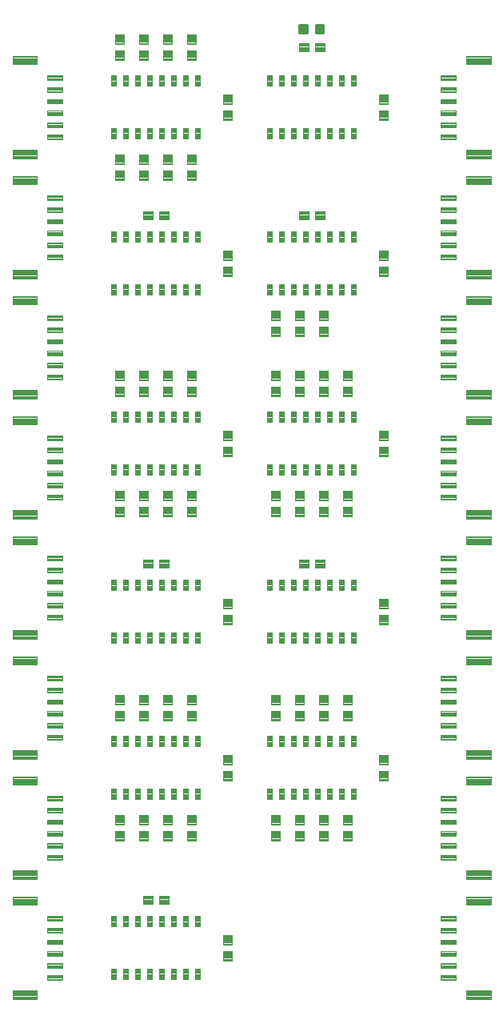
<source format=gtp>
G04 EAGLE Gerber RS-274X export*
G75*
%MOMM*%
%FSLAX34Y34*%
%LPD*%
%INSolderpaste Top*%
%IPPOS*%
%AMOC8*
5,1,8,0,0,1.08239X$1,22.5*%
G01*
%ADD10C,0.102000*%
%ADD11C,0.100000*%
%ADD12C,0.300000*%


D10*
X359460Y871690D02*
X364440Y871690D01*
X364440Y860710D01*
X359460Y860710D01*
X359460Y871690D01*
X359460Y861679D02*
X364440Y861679D01*
X364440Y862648D02*
X359460Y862648D01*
X359460Y863617D02*
X364440Y863617D01*
X364440Y864586D02*
X359460Y864586D01*
X359460Y865555D02*
X364440Y865555D01*
X364440Y866524D02*
X359460Y866524D01*
X359460Y867493D02*
X364440Y867493D01*
X364440Y868462D02*
X359460Y868462D01*
X359460Y869431D02*
X364440Y869431D01*
X364440Y870400D02*
X359460Y870400D01*
X359460Y871369D02*
X364440Y871369D01*
X351740Y871690D02*
X346760Y871690D01*
X351740Y871690D02*
X351740Y860710D01*
X346760Y860710D01*
X346760Y871690D01*
X346760Y861679D02*
X351740Y861679D01*
X351740Y862648D02*
X346760Y862648D01*
X346760Y863617D02*
X351740Y863617D01*
X351740Y864586D02*
X346760Y864586D01*
X346760Y865555D02*
X351740Y865555D01*
X351740Y866524D02*
X346760Y866524D01*
X346760Y867493D02*
X351740Y867493D01*
X351740Y868462D02*
X346760Y868462D01*
X346760Y869431D02*
X351740Y869431D01*
X351740Y870400D02*
X346760Y870400D01*
X346760Y871369D02*
X351740Y871369D01*
X339040Y871690D02*
X334060Y871690D01*
X339040Y871690D02*
X339040Y860710D01*
X334060Y860710D01*
X334060Y871690D01*
X334060Y861679D02*
X339040Y861679D01*
X339040Y862648D02*
X334060Y862648D01*
X334060Y863617D02*
X339040Y863617D01*
X339040Y864586D02*
X334060Y864586D01*
X334060Y865555D02*
X339040Y865555D01*
X339040Y866524D02*
X334060Y866524D01*
X334060Y867493D02*
X339040Y867493D01*
X339040Y868462D02*
X334060Y868462D01*
X334060Y869431D02*
X339040Y869431D01*
X339040Y870400D02*
X334060Y870400D01*
X334060Y871369D02*
X339040Y871369D01*
X326340Y871690D02*
X321360Y871690D01*
X326340Y871690D02*
X326340Y860710D01*
X321360Y860710D01*
X321360Y871690D01*
X321360Y861679D02*
X326340Y861679D01*
X326340Y862648D02*
X321360Y862648D01*
X321360Y863617D02*
X326340Y863617D01*
X326340Y864586D02*
X321360Y864586D01*
X321360Y865555D02*
X326340Y865555D01*
X326340Y866524D02*
X321360Y866524D01*
X321360Y867493D02*
X326340Y867493D01*
X326340Y868462D02*
X321360Y868462D01*
X321360Y869431D02*
X326340Y869431D01*
X326340Y870400D02*
X321360Y870400D01*
X321360Y871369D02*
X326340Y871369D01*
X313640Y871690D02*
X308660Y871690D01*
X313640Y871690D02*
X313640Y860710D01*
X308660Y860710D01*
X308660Y871690D01*
X308660Y861679D02*
X313640Y861679D01*
X313640Y862648D02*
X308660Y862648D01*
X308660Y863617D02*
X313640Y863617D01*
X313640Y864586D02*
X308660Y864586D01*
X308660Y865555D02*
X313640Y865555D01*
X313640Y866524D02*
X308660Y866524D01*
X308660Y867493D02*
X313640Y867493D01*
X313640Y868462D02*
X308660Y868462D01*
X308660Y869431D02*
X313640Y869431D01*
X313640Y870400D02*
X308660Y870400D01*
X308660Y871369D02*
X313640Y871369D01*
X300940Y871690D02*
X295960Y871690D01*
X300940Y871690D02*
X300940Y860710D01*
X295960Y860710D01*
X295960Y871690D01*
X295960Y861679D02*
X300940Y861679D01*
X300940Y862648D02*
X295960Y862648D01*
X295960Y863617D02*
X300940Y863617D01*
X300940Y864586D02*
X295960Y864586D01*
X295960Y865555D02*
X300940Y865555D01*
X300940Y866524D02*
X295960Y866524D01*
X295960Y867493D02*
X300940Y867493D01*
X300940Y868462D02*
X295960Y868462D01*
X295960Y869431D02*
X300940Y869431D01*
X300940Y870400D02*
X295960Y870400D01*
X295960Y871369D02*
X300940Y871369D01*
X288240Y871690D02*
X283260Y871690D01*
X288240Y871690D02*
X288240Y860710D01*
X283260Y860710D01*
X283260Y871690D01*
X283260Y861679D02*
X288240Y861679D01*
X288240Y862648D02*
X283260Y862648D01*
X283260Y863617D02*
X288240Y863617D01*
X288240Y864586D02*
X283260Y864586D01*
X283260Y865555D02*
X288240Y865555D01*
X288240Y866524D02*
X283260Y866524D01*
X283260Y867493D02*
X288240Y867493D01*
X288240Y868462D02*
X283260Y868462D01*
X283260Y869431D02*
X288240Y869431D01*
X288240Y870400D02*
X283260Y870400D01*
X283260Y871369D02*
X288240Y871369D01*
X275540Y871690D02*
X270560Y871690D01*
X275540Y871690D02*
X275540Y860710D01*
X270560Y860710D01*
X270560Y871690D01*
X270560Y861679D02*
X275540Y861679D01*
X275540Y862648D02*
X270560Y862648D01*
X270560Y863617D02*
X275540Y863617D01*
X275540Y864586D02*
X270560Y864586D01*
X270560Y865555D02*
X275540Y865555D01*
X275540Y866524D02*
X270560Y866524D01*
X270560Y867493D02*
X275540Y867493D01*
X275540Y868462D02*
X270560Y868462D01*
X270560Y869431D02*
X275540Y869431D01*
X275540Y870400D02*
X270560Y870400D01*
X270560Y871369D02*
X275540Y871369D01*
X275540Y815690D02*
X270560Y815690D01*
X275540Y815690D02*
X275540Y804710D01*
X270560Y804710D01*
X270560Y815690D01*
X270560Y805679D02*
X275540Y805679D01*
X275540Y806648D02*
X270560Y806648D01*
X270560Y807617D02*
X275540Y807617D01*
X275540Y808586D02*
X270560Y808586D01*
X270560Y809555D02*
X275540Y809555D01*
X275540Y810524D02*
X270560Y810524D01*
X270560Y811493D02*
X275540Y811493D01*
X275540Y812462D02*
X270560Y812462D01*
X270560Y813431D02*
X275540Y813431D01*
X275540Y814400D02*
X270560Y814400D01*
X270560Y815369D02*
X275540Y815369D01*
X283260Y815690D02*
X288240Y815690D01*
X288240Y804710D01*
X283260Y804710D01*
X283260Y815690D01*
X283260Y805679D02*
X288240Y805679D01*
X288240Y806648D02*
X283260Y806648D01*
X283260Y807617D02*
X288240Y807617D01*
X288240Y808586D02*
X283260Y808586D01*
X283260Y809555D02*
X288240Y809555D01*
X288240Y810524D02*
X283260Y810524D01*
X283260Y811493D02*
X288240Y811493D01*
X288240Y812462D02*
X283260Y812462D01*
X283260Y813431D02*
X288240Y813431D01*
X288240Y814400D02*
X283260Y814400D01*
X283260Y815369D02*
X288240Y815369D01*
X295960Y815690D02*
X300940Y815690D01*
X300940Y804710D01*
X295960Y804710D01*
X295960Y815690D01*
X295960Y805679D02*
X300940Y805679D01*
X300940Y806648D02*
X295960Y806648D01*
X295960Y807617D02*
X300940Y807617D01*
X300940Y808586D02*
X295960Y808586D01*
X295960Y809555D02*
X300940Y809555D01*
X300940Y810524D02*
X295960Y810524D01*
X295960Y811493D02*
X300940Y811493D01*
X300940Y812462D02*
X295960Y812462D01*
X295960Y813431D02*
X300940Y813431D01*
X300940Y814400D02*
X295960Y814400D01*
X295960Y815369D02*
X300940Y815369D01*
X308660Y815690D02*
X313640Y815690D01*
X313640Y804710D01*
X308660Y804710D01*
X308660Y815690D01*
X308660Y805679D02*
X313640Y805679D01*
X313640Y806648D02*
X308660Y806648D01*
X308660Y807617D02*
X313640Y807617D01*
X313640Y808586D02*
X308660Y808586D01*
X308660Y809555D02*
X313640Y809555D01*
X313640Y810524D02*
X308660Y810524D01*
X308660Y811493D02*
X313640Y811493D01*
X313640Y812462D02*
X308660Y812462D01*
X308660Y813431D02*
X313640Y813431D01*
X313640Y814400D02*
X308660Y814400D01*
X308660Y815369D02*
X313640Y815369D01*
X321360Y815690D02*
X326340Y815690D01*
X326340Y804710D01*
X321360Y804710D01*
X321360Y815690D01*
X321360Y805679D02*
X326340Y805679D01*
X326340Y806648D02*
X321360Y806648D01*
X321360Y807617D02*
X326340Y807617D01*
X326340Y808586D02*
X321360Y808586D01*
X321360Y809555D02*
X326340Y809555D01*
X326340Y810524D02*
X321360Y810524D01*
X321360Y811493D02*
X326340Y811493D01*
X326340Y812462D02*
X321360Y812462D01*
X321360Y813431D02*
X326340Y813431D01*
X326340Y814400D02*
X321360Y814400D01*
X321360Y815369D02*
X326340Y815369D01*
X334060Y815690D02*
X339040Y815690D01*
X339040Y804710D01*
X334060Y804710D01*
X334060Y815690D01*
X334060Y805679D02*
X339040Y805679D01*
X339040Y806648D02*
X334060Y806648D01*
X334060Y807617D02*
X339040Y807617D01*
X339040Y808586D02*
X334060Y808586D01*
X334060Y809555D02*
X339040Y809555D01*
X339040Y810524D02*
X334060Y810524D01*
X334060Y811493D02*
X339040Y811493D01*
X339040Y812462D02*
X334060Y812462D01*
X334060Y813431D02*
X339040Y813431D01*
X339040Y814400D02*
X334060Y814400D01*
X334060Y815369D02*
X339040Y815369D01*
X346760Y815690D02*
X351740Y815690D01*
X351740Y804710D01*
X346760Y804710D01*
X346760Y815690D01*
X346760Y805679D02*
X351740Y805679D01*
X351740Y806648D02*
X346760Y806648D01*
X346760Y807617D02*
X351740Y807617D01*
X351740Y808586D02*
X346760Y808586D01*
X346760Y809555D02*
X351740Y809555D01*
X351740Y810524D02*
X346760Y810524D01*
X346760Y811493D02*
X351740Y811493D01*
X351740Y812462D02*
X346760Y812462D01*
X346760Y813431D02*
X351740Y813431D01*
X351740Y814400D02*
X346760Y814400D01*
X346760Y815369D02*
X351740Y815369D01*
X359460Y815690D02*
X364440Y815690D01*
X364440Y804710D01*
X359460Y804710D01*
X359460Y815690D01*
X359460Y805679D02*
X364440Y805679D01*
X364440Y806648D02*
X359460Y806648D01*
X359460Y807617D02*
X364440Y807617D01*
X364440Y808586D02*
X359460Y808586D01*
X359460Y809555D02*
X364440Y809555D01*
X364440Y810524D02*
X359460Y810524D01*
X359460Y811493D02*
X364440Y811493D01*
X364440Y812462D02*
X359460Y812462D01*
X359460Y813431D02*
X364440Y813431D01*
X364440Y814400D02*
X359460Y814400D01*
X359460Y815369D02*
X364440Y815369D01*
D11*
X398200Y824700D02*
X398200Y834700D01*
X398200Y824700D02*
X389200Y824700D01*
X389200Y834700D01*
X398200Y834700D01*
X398200Y825650D02*
X389200Y825650D01*
X389200Y826600D02*
X398200Y826600D01*
X398200Y827550D02*
X389200Y827550D01*
X389200Y828500D02*
X398200Y828500D01*
X398200Y829450D02*
X389200Y829450D01*
X389200Y830400D02*
X398200Y830400D01*
X398200Y831350D02*
X389200Y831350D01*
X389200Y832300D02*
X398200Y832300D01*
X398200Y833250D02*
X389200Y833250D01*
X389200Y834200D02*
X398200Y834200D01*
X398200Y841700D02*
X398200Y851700D01*
X398200Y841700D02*
X389200Y841700D01*
X389200Y851700D01*
X398200Y851700D01*
X398200Y842650D02*
X389200Y842650D01*
X389200Y843600D02*
X398200Y843600D01*
X398200Y844550D02*
X389200Y844550D01*
X389200Y845500D02*
X398200Y845500D01*
X398200Y846450D02*
X389200Y846450D01*
X389200Y847400D02*
X398200Y847400D01*
X398200Y848350D02*
X389200Y848350D01*
X389200Y849300D02*
X398200Y849300D01*
X398200Y850250D02*
X389200Y850250D01*
X389200Y851200D02*
X398200Y851200D01*
D10*
X364440Y503390D02*
X359460Y503390D01*
X364440Y503390D02*
X364440Y492410D01*
X359460Y492410D01*
X359460Y503390D01*
X359460Y493379D02*
X364440Y493379D01*
X364440Y494348D02*
X359460Y494348D01*
X359460Y495317D02*
X364440Y495317D01*
X364440Y496286D02*
X359460Y496286D01*
X359460Y497255D02*
X364440Y497255D01*
X364440Y498224D02*
X359460Y498224D01*
X359460Y499193D02*
X364440Y499193D01*
X364440Y500162D02*
X359460Y500162D01*
X359460Y501131D02*
X364440Y501131D01*
X364440Y502100D02*
X359460Y502100D01*
X359460Y503069D02*
X364440Y503069D01*
X351740Y503390D02*
X346760Y503390D01*
X351740Y503390D02*
X351740Y492410D01*
X346760Y492410D01*
X346760Y503390D01*
X346760Y493379D02*
X351740Y493379D01*
X351740Y494348D02*
X346760Y494348D01*
X346760Y495317D02*
X351740Y495317D01*
X351740Y496286D02*
X346760Y496286D01*
X346760Y497255D02*
X351740Y497255D01*
X351740Y498224D02*
X346760Y498224D01*
X346760Y499193D02*
X351740Y499193D01*
X351740Y500162D02*
X346760Y500162D01*
X346760Y501131D02*
X351740Y501131D01*
X351740Y502100D02*
X346760Y502100D01*
X346760Y503069D02*
X351740Y503069D01*
X339040Y503390D02*
X334060Y503390D01*
X339040Y503390D02*
X339040Y492410D01*
X334060Y492410D01*
X334060Y503390D01*
X334060Y493379D02*
X339040Y493379D01*
X339040Y494348D02*
X334060Y494348D01*
X334060Y495317D02*
X339040Y495317D01*
X339040Y496286D02*
X334060Y496286D01*
X334060Y497255D02*
X339040Y497255D01*
X339040Y498224D02*
X334060Y498224D01*
X334060Y499193D02*
X339040Y499193D01*
X339040Y500162D02*
X334060Y500162D01*
X334060Y501131D02*
X339040Y501131D01*
X339040Y502100D02*
X334060Y502100D01*
X334060Y503069D02*
X339040Y503069D01*
X326340Y503390D02*
X321360Y503390D01*
X326340Y503390D02*
X326340Y492410D01*
X321360Y492410D01*
X321360Y503390D01*
X321360Y493379D02*
X326340Y493379D01*
X326340Y494348D02*
X321360Y494348D01*
X321360Y495317D02*
X326340Y495317D01*
X326340Y496286D02*
X321360Y496286D01*
X321360Y497255D02*
X326340Y497255D01*
X326340Y498224D02*
X321360Y498224D01*
X321360Y499193D02*
X326340Y499193D01*
X326340Y500162D02*
X321360Y500162D01*
X321360Y501131D02*
X326340Y501131D01*
X326340Y502100D02*
X321360Y502100D01*
X321360Y503069D02*
X326340Y503069D01*
X313640Y503390D02*
X308660Y503390D01*
X313640Y503390D02*
X313640Y492410D01*
X308660Y492410D01*
X308660Y503390D01*
X308660Y493379D02*
X313640Y493379D01*
X313640Y494348D02*
X308660Y494348D01*
X308660Y495317D02*
X313640Y495317D01*
X313640Y496286D02*
X308660Y496286D01*
X308660Y497255D02*
X313640Y497255D01*
X313640Y498224D02*
X308660Y498224D01*
X308660Y499193D02*
X313640Y499193D01*
X313640Y500162D02*
X308660Y500162D01*
X308660Y501131D02*
X313640Y501131D01*
X313640Y502100D02*
X308660Y502100D01*
X308660Y503069D02*
X313640Y503069D01*
X300940Y503390D02*
X295960Y503390D01*
X300940Y503390D02*
X300940Y492410D01*
X295960Y492410D01*
X295960Y503390D01*
X295960Y493379D02*
X300940Y493379D01*
X300940Y494348D02*
X295960Y494348D01*
X295960Y495317D02*
X300940Y495317D01*
X300940Y496286D02*
X295960Y496286D01*
X295960Y497255D02*
X300940Y497255D01*
X300940Y498224D02*
X295960Y498224D01*
X295960Y499193D02*
X300940Y499193D01*
X300940Y500162D02*
X295960Y500162D01*
X295960Y501131D02*
X300940Y501131D01*
X300940Y502100D02*
X295960Y502100D01*
X295960Y503069D02*
X300940Y503069D01*
X288240Y503390D02*
X283260Y503390D01*
X288240Y503390D02*
X288240Y492410D01*
X283260Y492410D01*
X283260Y503390D01*
X283260Y493379D02*
X288240Y493379D01*
X288240Y494348D02*
X283260Y494348D01*
X283260Y495317D02*
X288240Y495317D01*
X288240Y496286D02*
X283260Y496286D01*
X283260Y497255D02*
X288240Y497255D01*
X288240Y498224D02*
X283260Y498224D01*
X283260Y499193D02*
X288240Y499193D01*
X288240Y500162D02*
X283260Y500162D01*
X283260Y501131D02*
X288240Y501131D01*
X288240Y502100D02*
X283260Y502100D01*
X283260Y503069D02*
X288240Y503069D01*
X275540Y503390D02*
X270560Y503390D01*
X275540Y503390D02*
X275540Y492410D01*
X270560Y492410D01*
X270560Y503390D01*
X270560Y493379D02*
X275540Y493379D01*
X275540Y494348D02*
X270560Y494348D01*
X270560Y495317D02*
X275540Y495317D01*
X275540Y496286D02*
X270560Y496286D01*
X270560Y497255D02*
X275540Y497255D01*
X275540Y498224D02*
X270560Y498224D01*
X270560Y499193D02*
X275540Y499193D01*
X275540Y500162D02*
X270560Y500162D01*
X270560Y501131D02*
X275540Y501131D01*
X275540Y502100D02*
X270560Y502100D01*
X270560Y503069D02*
X275540Y503069D01*
X275540Y447390D02*
X270560Y447390D01*
X275540Y447390D02*
X275540Y436410D01*
X270560Y436410D01*
X270560Y447390D01*
X270560Y437379D02*
X275540Y437379D01*
X275540Y438348D02*
X270560Y438348D01*
X270560Y439317D02*
X275540Y439317D01*
X275540Y440286D02*
X270560Y440286D01*
X270560Y441255D02*
X275540Y441255D01*
X275540Y442224D02*
X270560Y442224D01*
X270560Y443193D02*
X275540Y443193D01*
X275540Y444162D02*
X270560Y444162D01*
X270560Y445131D02*
X275540Y445131D01*
X275540Y446100D02*
X270560Y446100D01*
X270560Y447069D02*
X275540Y447069D01*
X283260Y447390D02*
X288240Y447390D01*
X288240Y436410D01*
X283260Y436410D01*
X283260Y447390D01*
X283260Y437379D02*
X288240Y437379D01*
X288240Y438348D02*
X283260Y438348D01*
X283260Y439317D02*
X288240Y439317D01*
X288240Y440286D02*
X283260Y440286D01*
X283260Y441255D02*
X288240Y441255D01*
X288240Y442224D02*
X283260Y442224D01*
X283260Y443193D02*
X288240Y443193D01*
X288240Y444162D02*
X283260Y444162D01*
X283260Y445131D02*
X288240Y445131D01*
X288240Y446100D02*
X283260Y446100D01*
X283260Y447069D02*
X288240Y447069D01*
X295960Y447390D02*
X300940Y447390D01*
X300940Y436410D01*
X295960Y436410D01*
X295960Y447390D01*
X295960Y437379D02*
X300940Y437379D01*
X300940Y438348D02*
X295960Y438348D01*
X295960Y439317D02*
X300940Y439317D01*
X300940Y440286D02*
X295960Y440286D01*
X295960Y441255D02*
X300940Y441255D01*
X300940Y442224D02*
X295960Y442224D01*
X295960Y443193D02*
X300940Y443193D01*
X300940Y444162D02*
X295960Y444162D01*
X295960Y445131D02*
X300940Y445131D01*
X300940Y446100D02*
X295960Y446100D01*
X295960Y447069D02*
X300940Y447069D01*
X308660Y447390D02*
X313640Y447390D01*
X313640Y436410D01*
X308660Y436410D01*
X308660Y447390D01*
X308660Y437379D02*
X313640Y437379D01*
X313640Y438348D02*
X308660Y438348D01*
X308660Y439317D02*
X313640Y439317D01*
X313640Y440286D02*
X308660Y440286D01*
X308660Y441255D02*
X313640Y441255D01*
X313640Y442224D02*
X308660Y442224D01*
X308660Y443193D02*
X313640Y443193D01*
X313640Y444162D02*
X308660Y444162D01*
X308660Y445131D02*
X313640Y445131D01*
X313640Y446100D02*
X308660Y446100D01*
X308660Y447069D02*
X313640Y447069D01*
X321360Y447390D02*
X326340Y447390D01*
X326340Y436410D01*
X321360Y436410D01*
X321360Y447390D01*
X321360Y437379D02*
X326340Y437379D01*
X326340Y438348D02*
X321360Y438348D01*
X321360Y439317D02*
X326340Y439317D01*
X326340Y440286D02*
X321360Y440286D01*
X321360Y441255D02*
X326340Y441255D01*
X326340Y442224D02*
X321360Y442224D01*
X321360Y443193D02*
X326340Y443193D01*
X326340Y444162D02*
X321360Y444162D01*
X321360Y445131D02*
X326340Y445131D01*
X326340Y446100D02*
X321360Y446100D01*
X321360Y447069D02*
X326340Y447069D01*
X334060Y447390D02*
X339040Y447390D01*
X339040Y436410D01*
X334060Y436410D01*
X334060Y447390D01*
X334060Y437379D02*
X339040Y437379D01*
X339040Y438348D02*
X334060Y438348D01*
X334060Y439317D02*
X339040Y439317D01*
X339040Y440286D02*
X334060Y440286D01*
X334060Y441255D02*
X339040Y441255D01*
X339040Y442224D02*
X334060Y442224D01*
X334060Y443193D02*
X339040Y443193D01*
X339040Y444162D02*
X334060Y444162D01*
X334060Y445131D02*
X339040Y445131D01*
X339040Y446100D02*
X334060Y446100D01*
X334060Y447069D02*
X339040Y447069D01*
X346760Y447390D02*
X351740Y447390D01*
X351740Y436410D01*
X346760Y436410D01*
X346760Y447390D01*
X346760Y437379D02*
X351740Y437379D01*
X351740Y438348D02*
X346760Y438348D01*
X346760Y439317D02*
X351740Y439317D01*
X351740Y440286D02*
X346760Y440286D01*
X346760Y441255D02*
X351740Y441255D01*
X351740Y442224D02*
X346760Y442224D01*
X346760Y443193D02*
X351740Y443193D01*
X351740Y444162D02*
X346760Y444162D01*
X346760Y445131D02*
X351740Y445131D01*
X351740Y446100D02*
X346760Y446100D01*
X346760Y447069D02*
X351740Y447069D01*
X359460Y447390D02*
X364440Y447390D01*
X364440Y436410D01*
X359460Y436410D01*
X359460Y447390D01*
X359460Y437379D02*
X364440Y437379D01*
X364440Y438348D02*
X359460Y438348D01*
X359460Y439317D02*
X364440Y439317D01*
X364440Y440286D02*
X359460Y440286D01*
X359460Y441255D02*
X364440Y441255D01*
X364440Y442224D02*
X359460Y442224D01*
X359460Y443193D02*
X364440Y443193D01*
X364440Y444162D02*
X359460Y444162D01*
X359460Y445131D02*
X364440Y445131D01*
X364440Y446100D02*
X359460Y446100D01*
X359460Y447069D02*
X364440Y447069D01*
D11*
X398200Y456400D02*
X398200Y466400D01*
X398200Y456400D02*
X389200Y456400D01*
X389200Y466400D01*
X398200Y466400D01*
X398200Y457350D02*
X389200Y457350D01*
X389200Y458300D02*
X398200Y458300D01*
X398200Y459250D02*
X389200Y459250D01*
X389200Y460200D02*
X398200Y460200D01*
X398200Y461150D02*
X389200Y461150D01*
X389200Y462100D02*
X398200Y462100D01*
X398200Y463050D02*
X389200Y463050D01*
X389200Y464000D02*
X398200Y464000D01*
X398200Y464950D02*
X389200Y464950D01*
X389200Y465900D02*
X398200Y465900D01*
X398200Y473400D02*
X398200Y483400D01*
X398200Y473400D02*
X389200Y473400D01*
X389200Y483400D01*
X398200Y483400D01*
X398200Y474350D02*
X389200Y474350D01*
X389200Y475300D02*
X398200Y475300D01*
X398200Y476250D02*
X389200Y476250D01*
X389200Y477200D02*
X398200Y477200D01*
X398200Y478150D02*
X389200Y478150D01*
X389200Y479100D02*
X398200Y479100D01*
X398200Y480050D02*
X389200Y480050D01*
X389200Y481000D02*
X398200Y481000D01*
X398200Y481950D02*
X389200Y481950D01*
X389200Y482900D02*
X398200Y482900D01*
D10*
X364440Y1036790D02*
X359460Y1036790D01*
X364440Y1036790D02*
X364440Y1025810D01*
X359460Y1025810D01*
X359460Y1036790D01*
X359460Y1026779D02*
X364440Y1026779D01*
X364440Y1027748D02*
X359460Y1027748D01*
X359460Y1028717D02*
X364440Y1028717D01*
X364440Y1029686D02*
X359460Y1029686D01*
X359460Y1030655D02*
X364440Y1030655D01*
X364440Y1031624D02*
X359460Y1031624D01*
X359460Y1032593D02*
X364440Y1032593D01*
X364440Y1033562D02*
X359460Y1033562D01*
X359460Y1034531D02*
X364440Y1034531D01*
X364440Y1035500D02*
X359460Y1035500D01*
X359460Y1036469D02*
X364440Y1036469D01*
X351740Y1036790D02*
X346760Y1036790D01*
X351740Y1036790D02*
X351740Y1025810D01*
X346760Y1025810D01*
X346760Y1036790D01*
X346760Y1026779D02*
X351740Y1026779D01*
X351740Y1027748D02*
X346760Y1027748D01*
X346760Y1028717D02*
X351740Y1028717D01*
X351740Y1029686D02*
X346760Y1029686D01*
X346760Y1030655D02*
X351740Y1030655D01*
X351740Y1031624D02*
X346760Y1031624D01*
X346760Y1032593D02*
X351740Y1032593D01*
X351740Y1033562D02*
X346760Y1033562D01*
X346760Y1034531D02*
X351740Y1034531D01*
X351740Y1035500D02*
X346760Y1035500D01*
X346760Y1036469D02*
X351740Y1036469D01*
X339040Y1036790D02*
X334060Y1036790D01*
X339040Y1036790D02*
X339040Y1025810D01*
X334060Y1025810D01*
X334060Y1036790D01*
X334060Y1026779D02*
X339040Y1026779D01*
X339040Y1027748D02*
X334060Y1027748D01*
X334060Y1028717D02*
X339040Y1028717D01*
X339040Y1029686D02*
X334060Y1029686D01*
X334060Y1030655D02*
X339040Y1030655D01*
X339040Y1031624D02*
X334060Y1031624D01*
X334060Y1032593D02*
X339040Y1032593D01*
X339040Y1033562D02*
X334060Y1033562D01*
X334060Y1034531D02*
X339040Y1034531D01*
X339040Y1035500D02*
X334060Y1035500D01*
X334060Y1036469D02*
X339040Y1036469D01*
X326340Y1036790D02*
X321360Y1036790D01*
X326340Y1036790D02*
X326340Y1025810D01*
X321360Y1025810D01*
X321360Y1036790D01*
X321360Y1026779D02*
X326340Y1026779D01*
X326340Y1027748D02*
X321360Y1027748D01*
X321360Y1028717D02*
X326340Y1028717D01*
X326340Y1029686D02*
X321360Y1029686D01*
X321360Y1030655D02*
X326340Y1030655D01*
X326340Y1031624D02*
X321360Y1031624D01*
X321360Y1032593D02*
X326340Y1032593D01*
X326340Y1033562D02*
X321360Y1033562D01*
X321360Y1034531D02*
X326340Y1034531D01*
X326340Y1035500D02*
X321360Y1035500D01*
X321360Y1036469D02*
X326340Y1036469D01*
X313640Y1036790D02*
X308660Y1036790D01*
X313640Y1036790D02*
X313640Y1025810D01*
X308660Y1025810D01*
X308660Y1036790D01*
X308660Y1026779D02*
X313640Y1026779D01*
X313640Y1027748D02*
X308660Y1027748D01*
X308660Y1028717D02*
X313640Y1028717D01*
X313640Y1029686D02*
X308660Y1029686D01*
X308660Y1030655D02*
X313640Y1030655D01*
X313640Y1031624D02*
X308660Y1031624D01*
X308660Y1032593D02*
X313640Y1032593D01*
X313640Y1033562D02*
X308660Y1033562D01*
X308660Y1034531D02*
X313640Y1034531D01*
X313640Y1035500D02*
X308660Y1035500D01*
X308660Y1036469D02*
X313640Y1036469D01*
X300940Y1036790D02*
X295960Y1036790D01*
X300940Y1036790D02*
X300940Y1025810D01*
X295960Y1025810D01*
X295960Y1036790D01*
X295960Y1026779D02*
X300940Y1026779D01*
X300940Y1027748D02*
X295960Y1027748D01*
X295960Y1028717D02*
X300940Y1028717D01*
X300940Y1029686D02*
X295960Y1029686D01*
X295960Y1030655D02*
X300940Y1030655D01*
X300940Y1031624D02*
X295960Y1031624D01*
X295960Y1032593D02*
X300940Y1032593D01*
X300940Y1033562D02*
X295960Y1033562D01*
X295960Y1034531D02*
X300940Y1034531D01*
X300940Y1035500D02*
X295960Y1035500D01*
X295960Y1036469D02*
X300940Y1036469D01*
X288240Y1036790D02*
X283260Y1036790D01*
X288240Y1036790D02*
X288240Y1025810D01*
X283260Y1025810D01*
X283260Y1036790D01*
X283260Y1026779D02*
X288240Y1026779D01*
X288240Y1027748D02*
X283260Y1027748D01*
X283260Y1028717D02*
X288240Y1028717D01*
X288240Y1029686D02*
X283260Y1029686D01*
X283260Y1030655D02*
X288240Y1030655D01*
X288240Y1031624D02*
X283260Y1031624D01*
X283260Y1032593D02*
X288240Y1032593D01*
X288240Y1033562D02*
X283260Y1033562D01*
X283260Y1034531D02*
X288240Y1034531D01*
X288240Y1035500D02*
X283260Y1035500D01*
X283260Y1036469D02*
X288240Y1036469D01*
X275540Y1036790D02*
X270560Y1036790D01*
X275540Y1036790D02*
X275540Y1025810D01*
X270560Y1025810D01*
X270560Y1036790D01*
X270560Y1026779D02*
X275540Y1026779D01*
X275540Y1027748D02*
X270560Y1027748D01*
X270560Y1028717D02*
X275540Y1028717D01*
X275540Y1029686D02*
X270560Y1029686D01*
X270560Y1030655D02*
X275540Y1030655D01*
X275540Y1031624D02*
X270560Y1031624D01*
X270560Y1032593D02*
X275540Y1032593D01*
X275540Y1033562D02*
X270560Y1033562D01*
X270560Y1034531D02*
X275540Y1034531D01*
X275540Y1035500D02*
X270560Y1035500D01*
X270560Y1036469D02*
X275540Y1036469D01*
X275540Y980790D02*
X270560Y980790D01*
X275540Y980790D02*
X275540Y969810D01*
X270560Y969810D01*
X270560Y980790D01*
X270560Y970779D02*
X275540Y970779D01*
X275540Y971748D02*
X270560Y971748D01*
X270560Y972717D02*
X275540Y972717D01*
X275540Y973686D02*
X270560Y973686D01*
X270560Y974655D02*
X275540Y974655D01*
X275540Y975624D02*
X270560Y975624D01*
X270560Y976593D02*
X275540Y976593D01*
X275540Y977562D02*
X270560Y977562D01*
X270560Y978531D02*
X275540Y978531D01*
X275540Y979500D02*
X270560Y979500D01*
X270560Y980469D02*
X275540Y980469D01*
X283260Y980790D02*
X288240Y980790D01*
X288240Y969810D01*
X283260Y969810D01*
X283260Y980790D01*
X283260Y970779D02*
X288240Y970779D01*
X288240Y971748D02*
X283260Y971748D01*
X283260Y972717D02*
X288240Y972717D01*
X288240Y973686D02*
X283260Y973686D01*
X283260Y974655D02*
X288240Y974655D01*
X288240Y975624D02*
X283260Y975624D01*
X283260Y976593D02*
X288240Y976593D01*
X288240Y977562D02*
X283260Y977562D01*
X283260Y978531D02*
X288240Y978531D01*
X288240Y979500D02*
X283260Y979500D01*
X283260Y980469D02*
X288240Y980469D01*
X295960Y980790D02*
X300940Y980790D01*
X300940Y969810D01*
X295960Y969810D01*
X295960Y980790D01*
X295960Y970779D02*
X300940Y970779D01*
X300940Y971748D02*
X295960Y971748D01*
X295960Y972717D02*
X300940Y972717D01*
X300940Y973686D02*
X295960Y973686D01*
X295960Y974655D02*
X300940Y974655D01*
X300940Y975624D02*
X295960Y975624D01*
X295960Y976593D02*
X300940Y976593D01*
X300940Y977562D02*
X295960Y977562D01*
X295960Y978531D02*
X300940Y978531D01*
X300940Y979500D02*
X295960Y979500D01*
X295960Y980469D02*
X300940Y980469D01*
X308660Y980790D02*
X313640Y980790D01*
X313640Y969810D01*
X308660Y969810D01*
X308660Y980790D01*
X308660Y970779D02*
X313640Y970779D01*
X313640Y971748D02*
X308660Y971748D01*
X308660Y972717D02*
X313640Y972717D01*
X313640Y973686D02*
X308660Y973686D01*
X308660Y974655D02*
X313640Y974655D01*
X313640Y975624D02*
X308660Y975624D01*
X308660Y976593D02*
X313640Y976593D01*
X313640Y977562D02*
X308660Y977562D01*
X308660Y978531D02*
X313640Y978531D01*
X313640Y979500D02*
X308660Y979500D01*
X308660Y980469D02*
X313640Y980469D01*
X321360Y980790D02*
X326340Y980790D01*
X326340Y969810D01*
X321360Y969810D01*
X321360Y980790D01*
X321360Y970779D02*
X326340Y970779D01*
X326340Y971748D02*
X321360Y971748D01*
X321360Y972717D02*
X326340Y972717D01*
X326340Y973686D02*
X321360Y973686D01*
X321360Y974655D02*
X326340Y974655D01*
X326340Y975624D02*
X321360Y975624D01*
X321360Y976593D02*
X326340Y976593D01*
X326340Y977562D02*
X321360Y977562D01*
X321360Y978531D02*
X326340Y978531D01*
X326340Y979500D02*
X321360Y979500D01*
X321360Y980469D02*
X326340Y980469D01*
X334060Y980790D02*
X339040Y980790D01*
X339040Y969810D01*
X334060Y969810D01*
X334060Y980790D01*
X334060Y970779D02*
X339040Y970779D01*
X339040Y971748D02*
X334060Y971748D01*
X334060Y972717D02*
X339040Y972717D01*
X339040Y973686D02*
X334060Y973686D01*
X334060Y974655D02*
X339040Y974655D01*
X339040Y975624D02*
X334060Y975624D01*
X334060Y976593D02*
X339040Y976593D01*
X339040Y977562D02*
X334060Y977562D01*
X334060Y978531D02*
X339040Y978531D01*
X339040Y979500D02*
X334060Y979500D01*
X334060Y980469D02*
X339040Y980469D01*
X346760Y980790D02*
X351740Y980790D01*
X351740Y969810D01*
X346760Y969810D01*
X346760Y980790D01*
X346760Y970779D02*
X351740Y970779D01*
X351740Y971748D02*
X346760Y971748D01*
X346760Y972717D02*
X351740Y972717D01*
X351740Y973686D02*
X346760Y973686D01*
X346760Y974655D02*
X351740Y974655D01*
X351740Y975624D02*
X346760Y975624D01*
X346760Y976593D02*
X351740Y976593D01*
X351740Y977562D02*
X346760Y977562D01*
X346760Y978531D02*
X351740Y978531D01*
X351740Y979500D02*
X346760Y979500D01*
X346760Y980469D02*
X351740Y980469D01*
X359460Y980790D02*
X364440Y980790D01*
X364440Y969810D01*
X359460Y969810D01*
X359460Y980790D01*
X359460Y970779D02*
X364440Y970779D01*
X364440Y971748D02*
X359460Y971748D01*
X359460Y972717D02*
X364440Y972717D01*
X364440Y973686D02*
X359460Y973686D01*
X359460Y974655D02*
X364440Y974655D01*
X364440Y975624D02*
X359460Y975624D01*
X359460Y976593D02*
X364440Y976593D01*
X364440Y977562D02*
X359460Y977562D01*
X359460Y978531D02*
X364440Y978531D01*
X364440Y979500D02*
X359460Y979500D01*
X359460Y980469D02*
X364440Y980469D01*
D11*
X389200Y1006800D02*
X389200Y1016800D01*
X398200Y1016800D01*
X398200Y1006800D01*
X389200Y1006800D01*
X389200Y1007750D02*
X398200Y1007750D01*
X398200Y1008700D02*
X389200Y1008700D01*
X389200Y1009650D02*
X398200Y1009650D01*
X398200Y1010600D02*
X389200Y1010600D01*
X389200Y1011550D02*
X398200Y1011550D01*
X398200Y1012500D02*
X389200Y1012500D01*
X389200Y1013450D02*
X398200Y1013450D01*
X398200Y1014400D02*
X389200Y1014400D01*
X389200Y1015350D02*
X398200Y1015350D01*
X398200Y1016300D02*
X389200Y1016300D01*
X389200Y999800D02*
X389200Y989800D01*
X389200Y999800D02*
X398200Y999800D01*
X398200Y989800D01*
X389200Y989800D01*
X389200Y990750D02*
X398200Y990750D01*
X398200Y991700D02*
X389200Y991700D01*
X389200Y992650D02*
X398200Y992650D01*
X398200Y993600D02*
X389200Y993600D01*
X389200Y994550D02*
X398200Y994550D01*
X398200Y995500D02*
X389200Y995500D01*
X389200Y996450D02*
X398200Y996450D01*
X398200Y997400D02*
X389200Y997400D01*
X389200Y998350D02*
X398200Y998350D01*
X398200Y999300D02*
X389200Y999300D01*
D10*
X454310Y720540D02*
X454310Y715560D01*
X454310Y720540D02*
X470290Y720540D01*
X470290Y715560D01*
X454310Y715560D01*
X454310Y716529D02*
X470290Y716529D01*
X470290Y717498D02*
X454310Y717498D01*
X454310Y718467D02*
X470290Y718467D01*
X470290Y719436D02*
X454310Y719436D01*
X454310Y720405D02*
X470290Y720405D01*
D11*
X481300Y794550D02*
X507300Y794550D01*
X481300Y794550D02*
X481300Y803550D01*
X507300Y803550D01*
X507300Y794550D01*
X507300Y795500D02*
X481300Y795500D01*
X481300Y796450D02*
X507300Y796450D01*
X507300Y797400D02*
X481300Y797400D01*
X481300Y798350D02*
X507300Y798350D01*
X507300Y799300D02*
X481300Y799300D01*
X481300Y800250D02*
X507300Y800250D01*
X507300Y801200D02*
X481300Y801200D01*
X481300Y802150D02*
X507300Y802150D01*
X507300Y803100D02*
X481300Y803100D01*
X481300Y695050D02*
X507300Y695050D01*
X481300Y695050D02*
X481300Y704050D01*
X507300Y704050D01*
X507300Y695050D01*
X507300Y696000D02*
X481300Y696000D01*
X481300Y696950D02*
X507300Y696950D01*
X507300Y697900D02*
X481300Y697900D01*
X481300Y698850D02*
X507300Y698850D01*
X507300Y699800D02*
X481300Y699800D01*
X481300Y700750D02*
X507300Y700750D01*
X507300Y701700D02*
X481300Y701700D01*
X481300Y702650D02*
X507300Y702650D01*
X507300Y703600D02*
X481300Y703600D01*
D10*
X454310Y728060D02*
X454310Y733040D01*
X470290Y733040D01*
X470290Y728060D01*
X454310Y728060D01*
X454310Y729029D02*
X470290Y729029D01*
X470290Y729998D02*
X454310Y729998D01*
X454310Y730967D02*
X470290Y730967D01*
X470290Y731936D02*
X454310Y731936D01*
X454310Y732905D02*
X470290Y732905D01*
X454310Y740560D02*
X454310Y745540D01*
X470290Y745540D01*
X470290Y740560D01*
X454310Y740560D01*
X454310Y741529D02*
X470290Y741529D01*
X470290Y742498D02*
X454310Y742498D01*
X454310Y743467D02*
X470290Y743467D01*
X470290Y744436D02*
X454310Y744436D01*
X454310Y745405D02*
X470290Y745405D01*
X454310Y753060D02*
X454310Y758040D01*
X470290Y758040D01*
X470290Y753060D01*
X454310Y753060D01*
X454310Y754029D02*
X470290Y754029D01*
X470290Y754998D02*
X454310Y754998D01*
X454310Y755967D02*
X470290Y755967D01*
X470290Y756936D02*
X454310Y756936D01*
X454310Y757905D02*
X470290Y757905D01*
X454310Y765560D02*
X454310Y770540D01*
X470290Y770540D01*
X470290Y765560D01*
X454310Y765560D01*
X454310Y766529D02*
X470290Y766529D01*
X470290Y767498D02*
X454310Y767498D01*
X454310Y768467D02*
X470290Y768467D01*
X470290Y769436D02*
X454310Y769436D01*
X454310Y770405D02*
X470290Y770405D01*
X454310Y778060D02*
X454310Y783040D01*
X470290Y783040D01*
X470290Y778060D01*
X454310Y778060D01*
X454310Y779029D02*
X470290Y779029D01*
X470290Y779998D02*
X454310Y779998D01*
X454310Y780967D02*
X470290Y780967D01*
X470290Y781936D02*
X454310Y781936D01*
X454310Y782905D02*
X470290Y782905D01*
X364440Y681190D02*
X359460Y681190D01*
X364440Y681190D02*
X364440Y670210D01*
X359460Y670210D01*
X359460Y681190D01*
X359460Y671179D02*
X364440Y671179D01*
X364440Y672148D02*
X359460Y672148D01*
X359460Y673117D02*
X364440Y673117D01*
X364440Y674086D02*
X359460Y674086D01*
X359460Y675055D02*
X364440Y675055D01*
X364440Y676024D02*
X359460Y676024D01*
X359460Y676993D02*
X364440Y676993D01*
X364440Y677962D02*
X359460Y677962D01*
X359460Y678931D02*
X364440Y678931D01*
X364440Y679900D02*
X359460Y679900D01*
X359460Y680869D02*
X364440Y680869D01*
X351740Y681190D02*
X346760Y681190D01*
X351740Y681190D02*
X351740Y670210D01*
X346760Y670210D01*
X346760Y681190D01*
X346760Y671179D02*
X351740Y671179D01*
X351740Y672148D02*
X346760Y672148D01*
X346760Y673117D02*
X351740Y673117D01*
X351740Y674086D02*
X346760Y674086D01*
X346760Y675055D02*
X351740Y675055D01*
X351740Y676024D02*
X346760Y676024D01*
X346760Y676993D02*
X351740Y676993D01*
X351740Y677962D02*
X346760Y677962D01*
X346760Y678931D02*
X351740Y678931D01*
X351740Y679900D02*
X346760Y679900D01*
X346760Y680869D02*
X351740Y680869D01*
X339040Y681190D02*
X334060Y681190D01*
X339040Y681190D02*
X339040Y670210D01*
X334060Y670210D01*
X334060Y681190D01*
X334060Y671179D02*
X339040Y671179D01*
X339040Y672148D02*
X334060Y672148D01*
X334060Y673117D02*
X339040Y673117D01*
X339040Y674086D02*
X334060Y674086D01*
X334060Y675055D02*
X339040Y675055D01*
X339040Y676024D02*
X334060Y676024D01*
X334060Y676993D02*
X339040Y676993D01*
X339040Y677962D02*
X334060Y677962D01*
X334060Y678931D02*
X339040Y678931D01*
X339040Y679900D02*
X334060Y679900D01*
X334060Y680869D02*
X339040Y680869D01*
X326340Y681190D02*
X321360Y681190D01*
X326340Y681190D02*
X326340Y670210D01*
X321360Y670210D01*
X321360Y681190D01*
X321360Y671179D02*
X326340Y671179D01*
X326340Y672148D02*
X321360Y672148D01*
X321360Y673117D02*
X326340Y673117D01*
X326340Y674086D02*
X321360Y674086D01*
X321360Y675055D02*
X326340Y675055D01*
X326340Y676024D02*
X321360Y676024D01*
X321360Y676993D02*
X326340Y676993D01*
X326340Y677962D02*
X321360Y677962D01*
X321360Y678931D02*
X326340Y678931D01*
X326340Y679900D02*
X321360Y679900D01*
X321360Y680869D02*
X326340Y680869D01*
X313640Y681190D02*
X308660Y681190D01*
X313640Y681190D02*
X313640Y670210D01*
X308660Y670210D01*
X308660Y681190D01*
X308660Y671179D02*
X313640Y671179D01*
X313640Y672148D02*
X308660Y672148D01*
X308660Y673117D02*
X313640Y673117D01*
X313640Y674086D02*
X308660Y674086D01*
X308660Y675055D02*
X313640Y675055D01*
X313640Y676024D02*
X308660Y676024D01*
X308660Y676993D02*
X313640Y676993D01*
X313640Y677962D02*
X308660Y677962D01*
X308660Y678931D02*
X313640Y678931D01*
X313640Y679900D02*
X308660Y679900D01*
X308660Y680869D02*
X313640Y680869D01*
X300940Y681190D02*
X295960Y681190D01*
X300940Y681190D02*
X300940Y670210D01*
X295960Y670210D01*
X295960Y681190D01*
X295960Y671179D02*
X300940Y671179D01*
X300940Y672148D02*
X295960Y672148D01*
X295960Y673117D02*
X300940Y673117D01*
X300940Y674086D02*
X295960Y674086D01*
X295960Y675055D02*
X300940Y675055D01*
X300940Y676024D02*
X295960Y676024D01*
X295960Y676993D02*
X300940Y676993D01*
X300940Y677962D02*
X295960Y677962D01*
X295960Y678931D02*
X300940Y678931D01*
X300940Y679900D02*
X295960Y679900D01*
X295960Y680869D02*
X300940Y680869D01*
X288240Y681190D02*
X283260Y681190D01*
X288240Y681190D02*
X288240Y670210D01*
X283260Y670210D01*
X283260Y681190D01*
X283260Y671179D02*
X288240Y671179D01*
X288240Y672148D02*
X283260Y672148D01*
X283260Y673117D02*
X288240Y673117D01*
X288240Y674086D02*
X283260Y674086D01*
X283260Y675055D02*
X288240Y675055D01*
X288240Y676024D02*
X283260Y676024D01*
X283260Y676993D02*
X288240Y676993D01*
X288240Y677962D02*
X283260Y677962D01*
X283260Y678931D02*
X288240Y678931D01*
X288240Y679900D02*
X283260Y679900D01*
X283260Y680869D02*
X288240Y680869D01*
X275540Y681190D02*
X270560Y681190D01*
X275540Y681190D02*
X275540Y670210D01*
X270560Y670210D01*
X270560Y681190D01*
X270560Y671179D02*
X275540Y671179D01*
X275540Y672148D02*
X270560Y672148D01*
X270560Y673117D02*
X275540Y673117D01*
X275540Y674086D02*
X270560Y674086D01*
X270560Y675055D02*
X275540Y675055D01*
X275540Y676024D02*
X270560Y676024D01*
X270560Y676993D02*
X275540Y676993D01*
X275540Y677962D02*
X270560Y677962D01*
X270560Y678931D02*
X275540Y678931D01*
X275540Y679900D02*
X270560Y679900D01*
X270560Y680869D02*
X275540Y680869D01*
X275540Y625190D02*
X270560Y625190D01*
X275540Y625190D02*
X275540Y614210D01*
X270560Y614210D01*
X270560Y625190D01*
X270560Y615179D02*
X275540Y615179D01*
X275540Y616148D02*
X270560Y616148D01*
X270560Y617117D02*
X275540Y617117D01*
X275540Y618086D02*
X270560Y618086D01*
X270560Y619055D02*
X275540Y619055D01*
X275540Y620024D02*
X270560Y620024D01*
X270560Y620993D02*
X275540Y620993D01*
X275540Y621962D02*
X270560Y621962D01*
X270560Y622931D02*
X275540Y622931D01*
X275540Y623900D02*
X270560Y623900D01*
X270560Y624869D02*
X275540Y624869D01*
X283260Y625190D02*
X288240Y625190D01*
X288240Y614210D01*
X283260Y614210D01*
X283260Y625190D01*
X283260Y615179D02*
X288240Y615179D01*
X288240Y616148D02*
X283260Y616148D01*
X283260Y617117D02*
X288240Y617117D01*
X288240Y618086D02*
X283260Y618086D01*
X283260Y619055D02*
X288240Y619055D01*
X288240Y620024D02*
X283260Y620024D01*
X283260Y620993D02*
X288240Y620993D01*
X288240Y621962D02*
X283260Y621962D01*
X283260Y622931D02*
X288240Y622931D01*
X288240Y623900D02*
X283260Y623900D01*
X283260Y624869D02*
X288240Y624869D01*
X295960Y625190D02*
X300940Y625190D01*
X300940Y614210D01*
X295960Y614210D01*
X295960Y625190D01*
X295960Y615179D02*
X300940Y615179D01*
X300940Y616148D02*
X295960Y616148D01*
X295960Y617117D02*
X300940Y617117D01*
X300940Y618086D02*
X295960Y618086D01*
X295960Y619055D02*
X300940Y619055D01*
X300940Y620024D02*
X295960Y620024D01*
X295960Y620993D02*
X300940Y620993D01*
X300940Y621962D02*
X295960Y621962D01*
X295960Y622931D02*
X300940Y622931D01*
X300940Y623900D02*
X295960Y623900D01*
X295960Y624869D02*
X300940Y624869D01*
X308660Y625190D02*
X313640Y625190D01*
X313640Y614210D01*
X308660Y614210D01*
X308660Y625190D01*
X308660Y615179D02*
X313640Y615179D01*
X313640Y616148D02*
X308660Y616148D01*
X308660Y617117D02*
X313640Y617117D01*
X313640Y618086D02*
X308660Y618086D01*
X308660Y619055D02*
X313640Y619055D01*
X313640Y620024D02*
X308660Y620024D01*
X308660Y620993D02*
X313640Y620993D01*
X313640Y621962D02*
X308660Y621962D01*
X308660Y622931D02*
X313640Y622931D01*
X313640Y623900D02*
X308660Y623900D01*
X308660Y624869D02*
X313640Y624869D01*
X321360Y625190D02*
X326340Y625190D01*
X326340Y614210D01*
X321360Y614210D01*
X321360Y625190D01*
X321360Y615179D02*
X326340Y615179D01*
X326340Y616148D02*
X321360Y616148D01*
X321360Y617117D02*
X326340Y617117D01*
X326340Y618086D02*
X321360Y618086D01*
X321360Y619055D02*
X326340Y619055D01*
X326340Y620024D02*
X321360Y620024D01*
X321360Y620993D02*
X326340Y620993D01*
X326340Y621962D02*
X321360Y621962D01*
X321360Y622931D02*
X326340Y622931D01*
X326340Y623900D02*
X321360Y623900D01*
X321360Y624869D02*
X326340Y624869D01*
X334060Y625190D02*
X339040Y625190D01*
X339040Y614210D01*
X334060Y614210D01*
X334060Y625190D01*
X334060Y615179D02*
X339040Y615179D01*
X339040Y616148D02*
X334060Y616148D01*
X334060Y617117D02*
X339040Y617117D01*
X339040Y618086D02*
X334060Y618086D01*
X334060Y619055D02*
X339040Y619055D01*
X339040Y620024D02*
X334060Y620024D01*
X334060Y620993D02*
X339040Y620993D01*
X339040Y621962D02*
X334060Y621962D01*
X334060Y622931D02*
X339040Y622931D01*
X339040Y623900D02*
X334060Y623900D01*
X334060Y624869D02*
X339040Y624869D01*
X346760Y625190D02*
X351740Y625190D01*
X351740Y614210D01*
X346760Y614210D01*
X346760Y625190D01*
X346760Y615179D02*
X351740Y615179D01*
X351740Y616148D02*
X346760Y616148D01*
X346760Y617117D02*
X351740Y617117D01*
X351740Y618086D02*
X346760Y618086D01*
X346760Y619055D02*
X351740Y619055D01*
X351740Y620024D02*
X346760Y620024D01*
X346760Y620993D02*
X351740Y620993D01*
X351740Y621962D02*
X346760Y621962D01*
X346760Y622931D02*
X351740Y622931D01*
X351740Y623900D02*
X346760Y623900D01*
X346760Y624869D02*
X351740Y624869D01*
X359460Y625190D02*
X364440Y625190D01*
X364440Y614210D01*
X359460Y614210D01*
X359460Y625190D01*
X359460Y615179D02*
X364440Y615179D01*
X364440Y616148D02*
X359460Y616148D01*
X359460Y617117D02*
X364440Y617117D01*
X364440Y618086D02*
X359460Y618086D01*
X359460Y619055D02*
X364440Y619055D01*
X364440Y620024D02*
X359460Y620024D01*
X359460Y620993D02*
X364440Y620993D01*
X364440Y621962D02*
X359460Y621962D01*
X359460Y622931D02*
X364440Y622931D01*
X364440Y623900D02*
X359460Y623900D01*
X359460Y624869D02*
X364440Y624869D01*
D11*
X389200Y651200D02*
X389200Y661200D01*
X398200Y661200D01*
X398200Y651200D01*
X389200Y651200D01*
X389200Y652150D02*
X398200Y652150D01*
X398200Y653100D02*
X389200Y653100D01*
X389200Y654050D02*
X398200Y654050D01*
X398200Y655000D02*
X389200Y655000D01*
X389200Y655950D02*
X398200Y655950D01*
X398200Y656900D02*
X389200Y656900D01*
X389200Y657850D02*
X398200Y657850D01*
X398200Y658800D02*
X389200Y658800D01*
X389200Y659750D02*
X398200Y659750D01*
X398200Y660700D02*
X389200Y660700D01*
X389200Y644200D02*
X389200Y634200D01*
X389200Y644200D02*
X398200Y644200D01*
X398200Y634200D01*
X389200Y634200D01*
X389200Y635150D02*
X398200Y635150D01*
X398200Y636100D02*
X389200Y636100D01*
X389200Y637050D02*
X398200Y637050D01*
X398200Y638000D02*
X389200Y638000D01*
X389200Y638950D02*
X398200Y638950D01*
X398200Y639900D02*
X389200Y639900D01*
X389200Y640850D02*
X398200Y640850D01*
X398200Y641800D02*
X389200Y641800D01*
X389200Y642750D02*
X398200Y642750D01*
X398200Y643700D02*
X389200Y643700D01*
X360100Y697700D02*
X360100Y707700D01*
X360100Y697700D02*
X351100Y697700D01*
X351100Y707700D01*
X360100Y707700D01*
X360100Y698650D02*
X351100Y698650D01*
X351100Y699600D02*
X360100Y699600D01*
X360100Y700550D02*
X351100Y700550D01*
X351100Y701500D02*
X360100Y701500D01*
X360100Y702450D02*
X351100Y702450D01*
X351100Y703400D02*
X360100Y703400D01*
X360100Y704350D02*
X351100Y704350D01*
X351100Y705300D02*
X360100Y705300D01*
X360100Y706250D02*
X351100Y706250D01*
X351100Y707200D02*
X360100Y707200D01*
X360100Y714700D02*
X360100Y724700D01*
X360100Y714700D02*
X351100Y714700D01*
X351100Y724700D01*
X360100Y724700D01*
X360100Y715650D02*
X351100Y715650D01*
X351100Y716600D02*
X360100Y716600D01*
X360100Y717550D02*
X351100Y717550D01*
X351100Y718500D02*
X360100Y718500D01*
X360100Y719450D02*
X351100Y719450D01*
X351100Y720400D02*
X360100Y720400D01*
X360100Y721350D02*
X351100Y721350D01*
X351100Y722300D02*
X360100Y722300D01*
X360100Y723250D02*
X351100Y723250D01*
X351100Y724200D02*
X360100Y724200D01*
X334700Y707700D02*
X334700Y697700D01*
X325700Y697700D01*
X325700Y707700D01*
X334700Y707700D01*
X334700Y698650D02*
X325700Y698650D01*
X325700Y699600D02*
X334700Y699600D01*
X334700Y700550D02*
X325700Y700550D01*
X325700Y701500D02*
X334700Y701500D01*
X334700Y702450D02*
X325700Y702450D01*
X325700Y703400D02*
X334700Y703400D01*
X334700Y704350D02*
X325700Y704350D01*
X325700Y705300D02*
X334700Y705300D01*
X334700Y706250D02*
X325700Y706250D01*
X325700Y707200D02*
X334700Y707200D01*
X334700Y714700D02*
X334700Y724700D01*
X334700Y714700D02*
X325700Y714700D01*
X325700Y724700D01*
X334700Y724700D01*
X334700Y715650D02*
X325700Y715650D01*
X325700Y716600D02*
X334700Y716600D01*
X334700Y717550D02*
X325700Y717550D01*
X325700Y718500D02*
X334700Y718500D01*
X334700Y719450D02*
X325700Y719450D01*
X325700Y720400D02*
X334700Y720400D01*
X334700Y721350D02*
X325700Y721350D01*
X325700Y722300D02*
X334700Y722300D01*
X334700Y723250D02*
X325700Y723250D01*
X325700Y724200D02*
X334700Y724200D01*
X309300Y707700D02*
X309300Y697700D01*
X300300Y697700D01*
X300300Y707700D01*
X309300Y707700D01*
X309300Y698650D02*
X300300Y698650D01*
X300300Y699600D02*
X309300Y699600D01*
X309300Y700550D02*
X300300Y700550D01*
X300300Y701500D02*
X309300Y701500D01*
X309300Y702450D02*
X300300Y702450D01*
X300300Y703400D02*
X309300Y703400D01*
X309300Y704350D02*
X300300Y704350D01*
X300300Y705300D02*
X309300Y705300D01*
X309300Y706250D02*
X300300Y706250D01*
X300300Y707200D02*
X309300Y707200D01*
X309300Y714700D02*
X309300Y724700D01*
X309300Y714700D02*
X300300Y714700D01*
X300300Y724700D01*
X309300Y724700D01*
X309300Y715650D02*
X300300Y715650D01*
X300300Y716600D02*
X309300Y716600D01*
X309300Y717550D02*
X300300Y717550D01*
X300300Y718500D02*
X309300Y718500D01*
X309300Y719450D02*
X300300Y719450D01*
X300300Y720400D02*
X309300Y720400D01*
X309300Y721350D02*
X300300Y721350D01*
X300300Y722300D02*
X309300Y722300D01*
X309300Y723250D02*
X300300Y723250D01*
X300300Y724200D02*
X309300Y724200D01*
D10*
X454310Y593540D02*
X454310Y588560D01*
X454310Y593540D02*
X470290Y593540D01*
X470290Y588560D01*
X454310Y588560D01*
X454310Y589529D02*
X470290Y589529D01*
X470290Y590498D02*
X454310Y590498D01*
X454310Y591467D02*
X470290Y591467D01*
X470290Y592436D02*
X454310Y592436D01*
X454310Y593405D02*
X470290Y593405D01*
D11*
X481300Y667550D02*
X507300Y667550D01*
X481300Y667550D02*
X481300Y676550D01*
X507300Y676550D01*
X507300Y667550D01*
X507300Y668500D02*
X481300Y668500D01*
X481300Y669450D02*
X507300Y669450D01*
X507300Y670400D02*
X481300Y670400D01*
X481300Y671350D02*
X507300Y671350D01*
X507300Y672300D02*
X481300Y672300D01*
X481300Y673250D02*
X507300Y673250D01*
X507300Y674200D02*
X481300Y674200D01*
X481300Y675150D02*
X507300Y675150D01*
X507300Y676100D02*
X481300Y676100D01*
X481300Y568050D02*
X507300Y568050D01*
X481300Y568050D02*
X481300Y577050D01*
X507300Y577050D01*
X507300Y568050D01*
X507300Y569000D02*
X481300Y569000D01*
X481300Y569950D02*
X507300Y569950D01*
X507300Y570900D02*
X481300Y570900D01*
X481300Y571850D02*
X507300Y571850D01*
X507300Y572800D02*
X481300Y572800D01*
X481300Y573750D02*
X507300Y573750D01*
X507300Y574700D02*
X481300Y574700D01*
X481300Y575650D02*
X507300Y575650D01*
X507300Y576600D02*
X481300Y576600D01*
D10*
X454310Y601060D02*
X454310Y606040D01*
X470290Y606040D01*
X470290Y601060D01*
X454310Y601060D01*
X454310Y602029D02*
X470290Y602029D01*
X470290Y602998D02*
X454310Y602998D01*
X454310Y603967D02*
X470290Y603967D01*
X470290Y604936D02*
X454310Y604936D01*
X454310Y605905D02*
X470290Y605905D01*
X454310Y613560D02*
X454310Y618540D01*
X470290Y618540D01*
X470290Y613560D01*
X454310Y613560D01*
X454310Y614529D02*
X470290Y614529D01*
X470290Y615498D02*
X454310Y615498D01*
X454310Y616467D02*
X470290Y616467D01*
X470290Y617436D02*
X454310Y617436D01*
X454310Y618405D02*
X470290Y618405D01*
X454310Y626060D02*
X454310Y631040D01*
X470290Y631040D01*
X470290Y626060D01*
X454310Y626060D01*
X454310Y627029D02*
X470290Y627029D01*
X470290Y627998D02*
X454310Y627998D01*
X454310Y628967D02*
X470290Y628967D01*
X470290Y629936D02*
X454310Y629936D01*
X454310Y630905D02*
X470290Y630905D01*
X454310Y638560D02*
X454310Y643540D01*
X470290Y643540D01*
X470290Y638560D01*
X454310Y638560D01*
X454310Y639529D02*
X470290Y639529D01*
X470290Y640498D02*
X454310Y640498D01*
X454310Y641467D02*
X470290Y641467D01*
X470290Y642436D02*
X454310Y642436D01*
X454310Y643405D02*
X470290Y643405D01*
X454310Y651060D02*
X454310Y656040D01*
X470290Y656040D01*
X470290Y651060D01*
X454310Y651060D01*
X454310Y652029D02*
X470290Y652029D01*
X470290Y652998D02*
X454310Y652998D01*
X454310Y653967D02*
X470290Y653967D01*
X470290Y654936D02*
X454310Y654936D01*
X454310Y655905D02*
X470290Y655905D01*
X454310Y466540D02*
X454310Y461560D01*
X454310Y466540D02*
X470290Y466540D01*
X470290Y461560D01*
X454310Y461560D01*
X454310Y462529D02*
X470290Y462529D01*
X470290Y463498D02*
X454310Y463498D01*
X454310Y464467D02*
X470290Y464467D01*
X470290Y465436D02*
X454310Y465436D01*
X454310Y466405D02*
X470290Y466405D01*
D11*
X481300Y540550D02*
X507300Y540550D01*
X481300Y540550D02*
X481300Y549550D01*
X507300Y549550D01*
X507300Y540550D01*
X507300Y541500D02*
X481300Y541500D01*
X481300Y542450D02*
X507300Y542450D01*
X507300Y543400D02*
X481300Y543400D01*
X481300Y544350D02*
X507300Y544350D01*
X507300Y545300D02*
X481300Y545300D01*
X481300Y546250D02*
X507300Y546250D01*
X507300Y547200D02*
X481300Y547200D01*
X481300Y548150D02*
X507300Y548150D01*
X507300Y549100D02*
X481300Y549100D01*
X481300Y441050D02*
X507300Y441050D01*
X481300Y441050D02*
X481300Y450050D01*
X507300Y450050D01*
X507300Y441050D01*
X507300Y442000D02*
X481300Y442000D01*
X481300Y442950D02*
X507300Y442950D01*
X507300Y443900D02*
X481300Y443900D01*
X481300Y444850D02*
X507300Y444850D01*
X507300Y445800D02*
X481300Y445800D01*
X481300Y446750D02*
X507300Y446750D01*
X507300Y447700D02*
X481300Y447700D01*
X481300Y448650D02*
X507300Y448650D01*
X507300Y449600D02*
X481300Y449600D01*
D10*
X454310Y474060D02*
X454310Y479040D01*
X470290Y479040D01*
X470290Y474060D01*
X454310Y474060D01*
X454310Y475029D02*
X470290Y475029D01*
X470290Y475998D02*
X454310Y475998D01*
X454310Y476967D02*
X470290Y476967D01*
X470290Y477936D02*
X454310Y477936D01*
X454310Y478905D02*
X470290Y478905D01*
X454310Y486560D02*
X454310Y491540D01*
X470290Y491540D01*
X470290Y486560D01*
X454310Y486560D01*
X454310Y487529D02*
X470290Y487529D01*
X470290Y488498D02*
X454310Y488498D01*
X454310Y489467D02*
X470290Y489467D01*
X470290Y490436D02*
X454310Y490436D01*
X454310Y491405D02*
X470290Y491405D01*
X454310Y499060D02*
X454310Y504040D01*
X470290Y504040D01*
X470290Y499060D01*
X454310Y499060D01*
X454310Y500029D02*
X470290Y500029D01*
X470290Y500998D02*
X454310Y500998D01*
X454310Y501967D02*
X470290Y501967D01*
X470290Y502936D02*
X454310Y502936D01*
X454310Y503905D02*
X470290Y503905D01*
X454310Y511560D02*
X454310Y516540D01*
X470290Y516540D01*
X470290Y511560D01*
X454310Y511560D01*
X454310Y512529D02*
X470290Y512529D01*
X470290Y513498D02*
X454310Y513498D01*
X454310Y514467D02*
X470290Y514467D01*
X470290Y515436D02*
X454310Y515436D01*
X454310Y516405D02*
X470290Y516405D01*
X454310Y524060D02*
X454310Y529040D01*
X470290Y529040D01*
X470290Y524060D01*
X454310Y524060D01*
X454310Y525029D02*
X470290Y525029D01*
X470290Y525998D02*
X454310Y525998D01*
X454310Y526967D02*
X470290Y526967D01*
X470290Y527936D02*
X454310Y527936D01*
X454310Y528905D02*
X470290Y528905D01*
D11*
X283900Y697700D02*
X283900Y707700D01*
X283900Y697700D02*
X274900Y697700D01*
X274900Y707700D01*
X283900Y707700D01*
X283900Y698650D02*
X274900Y698650D01*
X274900Y699600D02*
X283900Y699600D01*
X283900Y700550D02*
X274900Y700550D01*
X274900Y701500D02*
X283900Y701500D01*
X283900Y702450D02*
X274900Y702450D01*
X274900Y703400D02*
X283900Y703400D01*
X283900Y704350D02*
X274900Y704350D01*
X274900Y705300D02*
X283900Y705300D01*
X283900Y706250D02*
X274900Y706250D01*
X274900Y707200D02*
X283900Y707200D01*
X283900Y714700D02*
X283900Y724700D01*
X283900Y714700D02*
X274900Y714700D01*
X274900Y724700D01*
X283900Y724700D01*
X283900Y715650D02*
X274900Y715650D01*
X274900Y716600D02*
X283900Y716600D01*
X283900Y717550D02*
X274900Y717550D01*
X274900Y718500D02*
X283900Y718500D01*
X283900Y719450D02*
X274900Y719450D01*
X274900Y720400D02*
X283900Y720400D01*
X283900Y721350D02*
X274900Y721350D01*
X274900Y722300D02*
X283900Y722300D01*
X283900Y723250D02*
X274900Y723250D01*
X274900Y724200D02*
X283900Y724200D01*
X274900Y597700D02*
X274900Y587700D01*
X274900Y597700D02*
X283900Y597700D01*
X283900Y587700D01*
X274900Y587700D01*
X274900Y588650D02*
X283900Y588650D01*
X283900Y589600D02*
X274900Y589600D01*
X274900Y590550D02*
X283900Y590550D01*
X283900Y591500D02*
X274900Y591500D01*
X274900Y592450D02*
X283900Y592450D01*
X283900Y593400D02*
X274900Y593400D01*
X274900Y594350D02*
X283900Y594350D01*
X283900Y595300D02*
X274900Y595300D01*
X274900Y596250D02*
X283900Y596250D01*
X283900Y597200D02*
X274900Y597200D01*
X274900Y580700D02*
X274900Y570700D01*
X274900Y580700D02*
X283900Y580700D01*
X283900Y570700D01*
X274900Y570700D01*
X274900Y571650D02*
X283900Y571650D01*
X283900Y572600D02*
X274900Y572600D01*
X274900Y573550D02*
X283900Y573550D01*
X283900Y574500D02*
X274900Y574500D01*
X274900Y575450D02*
X283900Y575450D01*
X283900Y576400D02*
X274900Y576400D01*
X274900Y577350D02*
X283900Y577350D01*
X283900Y578300D02*
X274900Y578300D01*
X274900Y579250D02*
X283900Y579250D01*
X283900Y580200D02*
X274900Y580200D01*
X300300Y587700D02*
X300300Y597700D01*
X309300Y597700D01*
X309300Y587700D01*
X300300Y587700D01*
X300300Y588650D02*
X309300Y588650D01*
X309300Y589600D02*
X300300Y589600D01*
X300300Y590550D02*
X309300Y590550D01*
X309300Y591500D02*
X300300Y591500D01*
X300300Y592450D02*
X309300Y592450D01*
X309300Y593400D02*
X300300Y593400D01*
X300300Y594350D02*
X309300Y594350D01*
X309300Y595300D02*
X300300Y595300D01*
X300300Y596250D02*
X309300Y596250D01*
X309300Y597200D02*
X300300Y597200D01*
X300300Y580700D02*
X300300Y570700D01*
X300300Y580700D02*
X309300Y580700D01*
X309300Y570700D01*
X300300Y570700D01*
X300300Y571650D02*
X309300Y571650D01*
X309300Y572600D02*
X300300Y572600D01*
X300300Y573550D02*
X309300Y573550D01*
X309300Y574500D02*
X300300Y574500D01*
X300300Y575450D02*
X309300Y575450D01*
X309300Y576400D02*
X300300Y576400D01*
X300300Y577350D02*
X309300Y577350D01*
X309300Y578300D02*
X300300Y578300D01*
X300300Y579250D02*
X309300Y579250D01*
X309300Y580200D02*
X300300Y580200D01*
X325700Y587700D02*
X325700Y597700D01*
X334700Y597700D01*
X334700Y587700D01*
X325700Y587700D01*
X325700Y588650D02*
X334700Y588650D01*
X334700Y589600D02*
X325700Y589600D01*
X325700Y590550D02*
X334700Y590550D01*
X334700Y591500D02*
X325700Y591500D01*
X325700Y592450D02*
X334700Y592450D01*
X334700Y593400D02*
X325700Y593400D01*
X325700Y594350D02*
X334700Y594350D01*
X334700Y595300D02*
X325700Y595300D01*
X325700Y596250D02*
X334700Y596250D01*
X334700Y597200D02*
X325700Y597200D01*
X325700Y580700D02*
X325700Y570700D01*
X325700Y580700D02*
X334700Y580700D01*
X334700Y570700D01*
X325700Y570700D01*
X325700Y571650D02*
X334700Y571650D01*
X334700Y572600D02*
X325700Y572600D01*
X325700Y573550D02*
X334700Y573550D01*
X334700Y574500D02*
X325700Y574500D01*
X325700Y575450D02*
X334700Y575450D01*
X334700Y576400D02*
X325700Y576400D01*
X325700Y577350D02*
X334700Y577350D01*
X334700Y578300D02*
X325700Y578300D01*
X325700Y579250D02*
X334700Y579250D01*
X334700Y580200D02*
X325700Y580200D01*
X351100Y587700D02*
X351100Y597700D01*
X360100Y597700D01*
X360100Y587700D01*
X351100Y587700D01*
X351100Y588650D02*
X360100Y588650D01*
X360100Y589600D02*
X351100Y589600D01*
X351100Y590550D02*
X360100Y590550D01*
X360100Y591500D02*
X351100Y591500D01*
X351100Y592450D02*
X360100Y592450D01*
X360100Y593400D02*
X351100Y593400D01*
X351100Y594350D02*
X360100Y594350D01*
X360100Y595300D02*
X351100Y595300D01*
X351100Y596250D02*
X360100Y596250D01*
X360100Y597200D02*
X351100Y597200D01*
X351100Y580700D02*
X351100Y570700D01*
X351100Y580700D02*
X360100Y580700D01*
X360100Y570700D01*
X351100Y570700D01*
X351100Y571650D02*
X360100Y571650D01*
X360100Y572600D02*
X351100Y572600D01*
X351100Y573550D02*
X360100Y573550D01*
X360100Y574500D02*
X351100Y574500D01*
X351100Y575450D02*
X360100Y575450D01*
X360100Y576400D02*
X351100Y576400D01*
X351100Y577350D02*
X360100Y577350D01*
X360100Y578300D02*
X351100Y578300D01*
X351100Y579250D02*
X360100Y579250D01*
X360100Y580200D02*
X351100Y580200D01*
D10*
X359460Y338290D02*
X364440Y338290D01*
X364440Y327310D01*
X359460Y327310D01*
X359460Y338290D01*
X359460Y328279D02*
X364440Y328279D01*
X364440Y329248D02*
X359460Y329248D01*
X359460Y330217D02*
X364440Y330217D01*
X364440Y331186D02*
X359460Y331186D01*
X359460Y332155D02*
X364440Y332155D01*
X364440Y333124D02*
X359460Y333124D01*
X359460Y334093D02*
X364440Y334093D01*
X364440Y335062D02*
X359460Y335062D01*
X359460Y336031D02*
X364440Y336031D01*
X364440Y337000D02*
X359460Y337000D01*
X359460Y337969D02*
X364440Y337969D01*
X351740Y338290D02*
X346760Y338290D01*
X351740Y338290D02*
X351740Y327310D01*
X346760Y327310D01*
X346760Y338290D01*
X346760Y328279D02*
X351740Y328279D01*
X351740Y329248D02*
X346760Y329248D01*
X346760Y330217D02*
X351740Y330217D01*
X351740Y331186D02*
X346760Y331186D01*
X346760Y332155D02*
X351740Y332155D01*
X351740Y333124D02*
X346760Y333124D01*
X346760Y334093D02*
X351740Y334093D01*
X351740Y335062D02*
X346760Y335062D01*
X346760Y336031D02*
X351740Y336031D01*
X351740Y337000D02*
X346760Y337000D01*
X346760Y337969D02*
X351740Y337969D01*
X339040Y338290D02*
X334060Y338290D01*
X339040Y338290D02*
X339040Y327310D01*
X334060Y327310D01*
X334060Y338290D01*
X334060Y328279D02*
X339040Y328279D01*
X339040Y329248D02*
X334060Y329248D01*
X334060Y330217D02*
X339040Y330217D01*
X339040Y331186D02*
X334060Y331186D01*
X334060Y332155D02*
X339040Y332155D01*
X339040Y333124D02*
X334060Y333124D01*
X334060Y334093D02*
X339040Y334093D01*
X339040Y335062D02*
X334060Y335062D01*
X334060Y336031D02*
X339040Y336031D01*
X339040Y337000D02*
X334060Y337000D01*
X334060Y337969D02*
X339040Y337969D01*
X326340Y338290D02*
X321360Y338290D01*
X326340Y338290D02*
X326340Y327310D01*
X321360Y327310D01*
X321360Y338290D01*
X321360Y328279D02*
X326340Y328279D01*
X326340Y329248D02*
X321360Y329248D01*
X321360Y330217D02*
X326340Y330217D01*
X326340Y331186D02*
X321360Y331186D01*
X321360Y332155D02*
X326340Y332155D01*
X326340Y333124D02*
X321360Y333124D01*
X321360Y334093D02*
X326340Y334093D01*
X326340Y335062D02*
X321360Y335062D01*
X321360Y336031D02*
X326340Y336031D01*
X326340Y337000D02*
X321360Y337000D01*
X321360Y337969D02*
X326340Y337969D01*
X313640Y338290D02*
X308660Y338290D01*
X313640Y338290D02*
X313640Y327310D01*
X308660Y327310D01*
X308660Y338290D01*
X308660Y328279D02*
X313640Y328279D01*
X313640Y329248D02*
X308660Y329248D01*
X308660Y330217D02*
X313640Y330217D01*
X313640Y331186D02*
X308660Y331186D01*
X308660Y332155D02*
X313640Y332155D01*
X313640Y333124D02*
X308660Y333124D01*
X308660Y334093D02*
X313640Y334093D01*
X313640Y335062D02*
X308660Y335062D01*
X308660Y336031D02*
X313640Y336031D01*
X313640Y337000D02*
X308660Y337000D01*
X308660Y337969D02*
X313640Y337969D01*
X300940Y338290D02*
X295960Y338290D01*
X300940Y338290D02*
X300940Y327310D01*
X295960Y327310D01*
X295960Y338290D01*
X295960Y328279D02*
X300940Y328279D01*
X300940Y329248D02*
X295960Y329248D01*
X295960Y330217D02*
X300940Y330217D01*
X300940Y331186D02*
X295960Y331186D01*
X295960Y332155D02*
X300940Y332155D01*
X300940Y333124D02*
X295960Y333124D01*
X295960Y334093D02*
X300940Y334093D01*
X300940Y335062D02*
X295960Y335062D01*
X295960Y336031D02*
X300940Y336031D01*
X300940Y337000D02*
X295960Y337000D01*
X295960Y337969D02*
X300940Y337969D01*
X288240Y338290D02*
X283260Y338290D01*
X288240Y338290D02*
X288240Y327310D01*
X283260Y327310D01*
X283260Y338290D01*
X283260Y328279D02*
X288240Y328279D01*
X288240Y329248D02*
X283260Y329248D01*
X283260Y330217D02*
X288240Y330217D01*
X288240Y331186D02*
X283260Y331186D01*
X283260Y332155D02*
X288240Y332155D01*
X288240Y333124D02*
X283260Y333124D01*
X283260Y334093D02*
X288240Y334093D01*
X288240Y335062D02*
X283260Y335062D01*
X283260Y336031D02*
X288240Y336031D01*
X288240Y337000D02*
X283260Y337000D01*
X283260Y337969D02*
X288240Y337969D01*
X275540Y338290D02*
X270560Y338290D01*
X275540Y338290D02*
X275540Y327310D01*
X270560Y327310D01*
X270560Y338290D01*
X270560Y328279D02*
X275540Y328279D01*
X275540Y329248D02*
X270560Y329248D01*
X270560Y330217D02*
X275540Y330217D01*
X275540Y331186D02*
X270560Y331186D01*
X270560Y332155D02*
X275540Y332155D01*
X275540Y333124D02*
X270560Y333124D01*
X270560Y334093D02*
X275540Y334093D01*
X275540Y335062D02*
X270560Y335062D01*
X270560Y336031D02*
X275540Y336031D01*
X275540Y337000D02*
X270560Y337000D01*
X270560Y337969D02*
X275540Y337969D01*
X275540Y282290D02*
X270560Y282290D01*
X275540Y282290D02*
X275540Y271310D01*
X270560Y271310D01*
X270560Y282290D01*
X270560Y272279D02*
X275540Y272279D01*
X275540Y273248D02*
X270560Y273248D01*
X270560Y274217D02*
X275540Y274217D01*
X275540Y275186D02*
X270560Y275186D01*
X270560Y276155D02*
X275540Y276155D01*
X275540Y277124D02*
X270560Y277124D01*
X270560Y278093D02*
X275540Y278093D01*
X275540Y279062D02*
X270560Y279062D01*
X270560Y280031D02*
X275540Y280031D01*
X275540Y281000D02*
X270560Y281000D01*
X270560Y281969D02*
X275540Y281969D01*
X283260Y282290D02*
X288240Y282290D01*
X288240Y271310D01*
X283260Y271310D01*
X283260Y282290D01*
X283260Y272279D02*
X288240Y272279D01*
X288240Y273248D02*
X283260Y273248D01*
X283260Y274217D02*
X288240Y274217D01*
X288240Y275186D02*
X283260Y275186D01*
X283260Y276155D02*
X288240Y276155D01*
X288240Y277124D02*
X283260Y277124D01*
X283260Y278093D02*
X288240Y278093D01*
X288240Y279062D02*
X283260Y279062D01*
X283260Y280031D02*
X288240Y280031D01*
X288240Y281000D02*
X283260Y281000D01*
X283260Y281969D02*
X288240Y281969D01*
X295960Y282290D02*
X300940Y282290D01*
X300940Y271310D01*
X295960Y271310D01*
X295960Y282290D01*
X295960Y272279D02*
X300940Y272279D01*
X300940Y273248D02*
X295960Y273248D01*
X295960Y274217D02*
X300940Y274217D01*
X300940Y275186D02*
X295960Y275186D01*
X295960Y276155D02*
X300940Y276155D01*
X300940Y277124D02*
X295960Y277124D01*
X295960Y278093D02*
X300940Y278093D01*
X300940Y279062D02*
X295960Y279062D01*
X295960Y280031D02*
X300940Y280031D01*
X300940Y281000D02*
X295960Y281000D01*
X295960Y281969D02*
X300940Y281969D01*
X308660Y282290D02*
X313640Y282290D01*
X313640Y271310D01*
X308660Y271310D01*
X308660Y282290D01*
X308660Y272279D02*
X313640Y272279D01*
X313640Y273248D02*
X308660Y273248D01*
X308660Y274217D02*
X313640Y274217D01*
X313640Y275186D02*
X308660Y275186D01*
X308660Y276155D02*
X313640Y276155D01*
X313640Y277124D02*
X308660Y277124D01*
X308660Y278093D02*
X313640Y278093D01*
X313640Y279062D02*
X308660Y279062D01*
X308660Y280031D02*
X313640Y280031D01*
X313640Y281000D02*
X308660Y281000D01*
X308660Y281969D02*
X313640Y281969D01*
X321360Y282290D02*
X326340Y282290D01*
X326340Y271310D01*
X321360Y271310D01*
X321360Y282290D01*
X321360Y272279D02*
X326340Y272279D01*
X326340Y273248D02*
X321360Y273248D01*
X321360Y274217D02*
X326340Y274217D01*
X326340Y275186D02*
X321360Y275186D01*
X321360Y276155D02*
X326340Y276155D01*
X326340Y277124D02*
X321360Y277124D01*
X321360Y278093D02*
X326340Y278093D01*
X326340Y279062D02*
X321360Y279062D01*
X321360Y280031D02*
X326340Y280031D01*
X326340Y281000D02*
X321360Y281000D01*
X321360Y281969D02*
X326340Y281969D01*
X334060Y282290D02*
X339040Y282290D01*
X339040Y271310D01*
X334060Y271310D01*
X334060Y282290D01*
X334060Y272279D02*
X339040Y272279D01*
X339040Y273248D02*
X334060Y273248D01*
X334060Y274217D02*
X339040Y274217D01*
X339040Y275186D02*
X334060Y275186D01*
X334060Y276155D02*
X339040Y276155D01*
X339040Y277124D02*
X334060Y277124D01*
X334060Y278093D02*
X339040Y278093D01*
X339040Y279062D02*
X334060Y279062D01*
X334060Y280031D02*
X339040Y280031D01*
X339040Y281000D02*
X334060Y281000D01*
X334060Y281969D02*
X339040Y281969D01*
X346760Y282290D02*
X351740Y282290D01*
X351740Y271310D01*
X346760Y271310D01*
X346760Y282290D01*
X346760Y272279D02*
X351740Y272279D01*
X351740Y273248D02*
X346760Y273248D01*
X346760Y274217D02*
X351740Y274217D01*
X351740Y275186D02*
X346760Y275186D01*
X346760Y276155D02*
X351740Y276155D01*
X351740Y277124D02*
X346760Y277124D01*
X346760Y278093D02*
X351740Y278093D01*
X351740Y279062D02*
X346760Y279062D01*
X346760Y280031D02*
X351740Y280031D01*
X351740Y281000D02*
X346760Y281000D01*
X346760Y281969D02*
X351740Y281969D01*
X359460Y282290D02*
X364440Y282290D01*
X364440Y271310D01*
X359460Y271310D01*
X359460Y282290D01*
X359460Y272279D02*
X364440Y272279D01*
X364440Y273248D02*
X359460Y273248D01*
X359460Y274217D02*
X364440Y274217D01*
X364440Y275186D02*
X359460Y275186D01*
X359460Y276155D02*
X364440Y276155D01*
X364440Y277124D02*
X359460Y277124D01*
X359460Y278093D02*
X364440Y278093D01*
X364440Y279062D02*
X359460Y279062D01*
X359460Y280031D02*
X364440Y280031D01*
X364440Y281000D02*
X359460Y281000D01*
X359460Y281969D02*
X364440Y281969D01*
D11*
X389200Y308300D02*
X389200Y318300D01*
X398200Y318300D01*
X398200Y308300D01*
X389200Y308300D01*
X389200Y309250D02*
X398200Y309250D01*
X398200Y310200D02*
X389200Y310200D01*
X389200Y311150D02*
X398200Y311150D01*
X398200Y312100D02*
X389200Y312100D01*
X389200Y313050D02*
X398200Y313050D01*
X398200Y314000D02*
X389200Y314000D01*
X389200Y314950D02*
X398200Y314950D01*
X398200Y315900D02*
X389200Y315900D01*
X389200Y316850D02*
X398200Y316850D01*
X398200Y317800D02*
X389200Y317800D01*
X389200Y301300D02*
X389200Y291300D01*
X389200Y301300D02*
X398200Y301300D01*
X398200Y291300D01*
X389200Y291300D01*
X389200Y292250D02*
X398200Y292250D01*
X398200Y293200D02*
X389200Y293200D01*
X389200Y294150D02*
X398200Y294150D01*
X398200Y295100D02*
X389200Y295100D01*
X389200Y296050D02*
X398200Y296050D01*
X398200Y297000D02*
X389200Y297000D01*
X389200Y297950D02*
X398200Y297950D01*
X398200Y298900D02*
X389200Y298900D01*
X389200Y299850D02*
X398200Y299850D01*
X398200Y300800D02*
X389200Y300800D01*
X360100Y354800D02*
X360100Y364800D01*
X360100Y354800D02*
X351100Y354800D01*
X351100Y364800D01*
X360100Y364800D01*
X360100Y355750D02*
X351100Y355750D01*
X351100Y356700D02*
X360100Y356700D01*
X360100Y357650D02*
X351100Y357650D01*
X351100Y358600D02*
X360100Y358600D01*
X360100Y359550D02*
X351100Y359550D01*
X351100Y360500D02*
X360100Y360500D01*
X360100Y361450D02*
X351100Y361450D01*
X351100Y362400D02*
X360100Y362400D01*
X360100Y363350D02*
X351100Y363350D01*
X351100Y364300D02*
X360100Y364300D01*
X360100Y371800D02*
X360100Y381800D01*
X360100Y371800D02*
X351100Y371800D01*
X351100Y381800D01*
X360100Y381800D01*
X360100Y372750D02*
X351100Y372750D01*
X351100Y373700D02*
X360100Y373700D01*
X360100Y374650D02*
X351100Y374650D01*
X351100Y375600D02*
X360100Y375600D01*
X360100Y376550D02*
X351100Y376550D01*
X351100Y377500D02*
X360100Y377500D01*
X360100Y378450D02*
X351100Y378450D01*
X351100Y379400D02*
X360100Y379400D01*
X360100Y380350D02*
X351100Y380350D01*
X351100Y381300D02*
X360100Y381300D01*
X334700Y364800D02*
X334700Y354800D01*
X325700Y354800D01*
X325700Y364800D01*
X334700Y364800D01*
X334700Y355750D02*
X325700Y355750D01*
X325700Y356700D02*
X334700Y356700D01*
X334700Y357650D02*
X325700Y357650D01*
X325700Y358600D02*
X334700Y358600D01*
X334700Y359550D02*
X325700Y359550D01*
X325700Y360500D02*
X334700Y360500D01*
X334700Y361450D02*
X325700Y361450D01*
X325700Y362400D02*
X334700Y362400D01*
X334700Y363350D02*
X325700Y363350D01*
X325700Y364300D02*
X334700Y364300D01*
X334700Y371800D02*
X334700Y381800D01*
X334700Y371800D02*
X325700Y371800D01*
X325700Y381800D01*
X334700Y381800D01*
X334700Y372750D02*
X325700Y372750D01*
X325700Y373700D02*
X334700Y373700D01*
X334700Y374650D02*
X325700Y374650D01*
X325700Y375600D02*
X334700Y375600D01*
X334700Y376550D02*
X325700Y376550D01*
X325700Y377500D02*
X334700Y377500D01*
X334700Y378450D02*
X325700Y378450D01*
X325700Y379400D02*
X334700Y379400D01*
X334700Y380350D02*
X325700Y380350D01*
X325700Y381300D02*
X334700Y381300D01*
X309300Y364800D02*
X309300Y354800D01*
X300300Y354800D01*
X300300Y364800D01*
X309300Y364800D01*
X309300Y355750D02*
X300300Y355750D01*
X300300Y356700D02*
X309300Y356700D01*
X309300Y357650D02*
X300300Y357650D01*
X300300Y358600D02*
X309300Y358600D01*
X309300Y359550D02*
X300300Y359550D01*
X300300Y360500D02*
X309300Y360500D01*
X309300Y361450D02*
X300300Y361450D01*
X300300Y362400D02*
X309300Y362400D01*
X309300Y363350D02*
X300300Y363350D01*
X300300Y364300D02*
X309300Y364300D01*
X309300Y371800D02*
X309300Y381800D01*
X309300Y371800D02*
X300300Y371800D01*
X300300Y381800D01*
X309300Y381800D01*
X309300Y372750D02*
X300300Y372750D01*
X300300Y373700D02*
X309300Y373700D01*
X309300Y374650D02*
X300300Y374650D01*
X300300Y375600D02*
X309300Y375600D01*
X309300Y376550D02*
X300300Y376550D01*
X300300Y377500D02*
X309300Y377500D01*
X309300Y378450D02*
X300300Y378450D01*
X300300Y379400D02*
X309300Y379400D01*
X309300Y380350D02*
X300300Y380350D01*
X300300Y381300D02*
X309300Y381300D01*
X283900Y364800D02*
X283900Y354800D01*
X274900Y354800D01*
X274900Y364800D01*
X283900Y364800D01*
X283900Y355750D02*
X274900Y355750D01*
X274900Y356700D02*
X283900Y356700D01*
X283900Y357650D02*
X274900Y357650D01*
X274900Y358600D02*
X283900Y358600D01*
X283900Y359550D02*
X274900Y359550D01*
X274900Y360500D02*
X283900Y360500D01*
X283900Y361450D02*
X274900Y361450D01*
X274900Y362400D02*
X283900Y362400D01*
X283900Y363350D02*
X274900Y363350D01*
X274900Y364300D02*
X283900Y364300D01*
X283900Y371800D02*
X283900Y381800D01*
X283900Y371800D02*
X274900Y371800D01*
X274900Y381800D01*
X283900Y381800D01*
X283900Y372750D02*
X274900Y372750D01*
X274900Y373700D02*
X283900Y373700D01*
X283900Y374650D02*
X274900Y374650D01*
X274900Y375600D02*
X283900Y375600D01*
X283900Y376550D02*
X274900Y376550D01*
X274900Y377500D02*
X283900Y377500D01*
X283900Y378450D02*
X274900Y378450D01*
X274900Y379400D02*
X283900Y379400D01*
X283900Y380350D02*
X274900Y380350D01*
X274900Y381300D02*
X283900Y381300D01*
X274900Y254800D02*
X274900Y244800D01*
X274900Y254800D02*
X283900Y254800D01*
X283900Y244800D01*
X274900Y244800D01*
X274900Y245750D02*
X283900Y245750D01*
X283900Y246700D02*
X274900Y246700D01*
X274900Y247650D02*
X283900Y247650D01*
X283900Y248600D02*
X274900Y248600D01*
X274900Y249550D02*
X283900Y249550D01*
X283900Y250500D02*
X274900Y250500D01*
X274900Y251450D02*
X283900Y251450D01*
X283900Y252400D02*
X274900Y252400D01*
X274900Y253350D02*
X283900Y253350D01*
X283900Y254300D02*
X274900Y254300D01*
X274900Y237800D02*
X274900Y227800D01*
X274900Y237800D02*
X283900Y237800D01*
X283900Y227800D01*
X274900Y227800D01*
X274900Y228750D02*
X283900Y228750D01*
X283900Y229700D02*
X274900Y229700D01*
X274900Y230650D02*
X283900Y230650D01*
X283900Y231600D02*
X274900Y231600D01*
X274900Y232550D02*
X283900Y232550D01*
X283900Y233500D02*
X274900Y233500D01*
X274900Y234450D02*
X283900Y234450D01*
X283900Y235400D02*
X274900Y235400D01*
X274900Y236350D02*
X283900Y236350D01*
X283900Y237300D02*
X274900Y237300D01*
X300300Y244800D02*
X300300Y254800D01*
X309300Y254800D01*
X309300Y244800D01*
X300300Y244800D01*
X300300Y245750D02*
X309300Y245750D01*
X309300Y246700D02*
X300300Y246700D01*
X300300Y247650D02*
X309300Y247650D01*
X309300Y248600D02*
X300300Y248600D01*
X300300Y249550D02*
X309300Y249550D01*
X309300Y250500D02*
X300300Y250500D01*
X300300Y251450D02*
X309300Y251450D01*
X309300Y252400D02*
X300300Y252400D01*
X300300Y253350D02*
X309300Y253350D01*
X309300Y254300D02*
X300300Y254300D01*
X300300Y237800D02*
X300300Y227800D01*
X300300Y237800D02*
X309300Y237800D01*
X309300Y227800D01*
X300300Y227800D01*
X300300Y228750D02*
X309300Y228750D01*
X309300Y229700D02*
X300300Y229700D01*
X300300Y230650D02*
X309300Y230650D01*
X309300Y231600D02*
X300300Y231600D01*
X300300Y232550D02*
X309300Y232550D01*
X309300Y233500D02*
X300300Y233500D01*
X300300Y234450D02*
X309300Y234450D01*
X309300Y235400D02*
X300300Y235400D01*
X300300Y236350D02*
X309300Y236350D01*
X309300Y237300D02*
X300300Y237300D01*
X325700Y244800D02*
X325700Y254800D01*
X334700Y254800D01*
X334700Y244800D01*
X325700Y244800D01*
X325700Y245750D02*
X334700Y245750D01*
X334700Y246700D02*
X325700Y246700D01*
X325700Y247650D02*
X334700Y247650D01*
X334700Y248600D02*
X325700Y248600D01*
X325700Y249550D02*
X334700Y249550D01*
X334700Y250500D02*
X325700Y250500D01*
X325700Y251450D02*
X334700Y251450D01*
X334700Y252400D02*
X325700Y252400D01*
X325700Y253350D02*
X334700Y253350D01*
X334700Y254300D02*
X325700Y254300D01*
X325700Y237800D02*
X325700Y227800D01*
X325700Y237800D02*
X334700Y237800D01*
X334700Y227800D01*
X325700Y227800D01*
X325700Y228750D02*
X334700Y228750D01*
X334700Y229700D02*
X325700Y229700D01*
X325700Y230650D02*
X334700Y230650D01*
X334700Y231600D02*
X325700Y231600D01*
X325700Y232550D02*
X334700Y232550D01*
X334700Y233500D02*
X325700Y233500D01*
X325700Y234450D02*
X334700Y234450D01*
X334700Y235400D02*
X325700Y235400D01*
X325700Y236350D02*
X334700Y236350D01*
X334700Y237300D02*
X325700Y237300D01*
X351100Y244800D02*
X351100Y254800D01*
X360100Y254800D01*
X360100Y244800D01*
X351100Y244800D01*
X351100Y245750D02*
X360100Y245750D01*
X360100Y246700D02*
X351100Y246700D01*
X351100Y247650D02*
X360100Y247650D01*
X360100Y248600D02*
X351100Y248600D01*
X351100Y249550D02*
X360100Y249550D01*
X360100Y250500D02*
X351100Y250500D01*
X351100Y251450D02*
X360100Y251450D01*
X360100Y252400D02*
X351100Y252400D01*
X351100Y253350D02*
X360100Y253350D01*
X360100Y254300D02*
X351100Y254300D01*
X351100Y237800D02*
X351100Y227800D01*
X351100Y237800D02*
X360100Y237800D01*
X360100Y227800D01*
X351100Y227800D01*
X351100Y228750D02*
X360100Y228750D01*
X360100Y229700D02*
X351100Y229700D01*
X351100Y230650D02*
X360100Y230650D01*
X360100Y231600D02*
X351100Y231600D01*
X351100Y232550D02*
X360100Y232550D01*
X360100Y233500D02*
X351100Y233500D01*
X351100Y234450D02*
X360100Y234450D01*
X360100Y235400D02*
X351100Y235400D01*
X351100Y236350D02*
X360100Y236350D01*
X360100Y237300D02*
X351100Y237300D01*
D10*
X199340Y871690D02*
X194360Y871690D01*
X199340Y871690D02*
X199340Y860710D01*
X194360Y860710D01*
X194360Y871690D01*
X194360Y861679D02*
X199340Y861679D01*
X199340Y862648D02*
X194360Y862648D01*
X194360Y863617D02*
X199340Y863617D01*
X199340Y864586D02*
X194360Y864586D01*
X194360Y865555D02*
X199340Y865555D01*
X199340Y866524D02*
X194360Y866524D01*
X194360Y867493D02*
X199340Y867493D01*
X199340Y868462D02*
X194360Y868462D01*
X194360Y869431D02*
X199340Y869431D01*
X199340Y870400D02*
X194360Y870400D01*
X194360Y871369D02*
X199340Y871369D01*
X186640Y871690D02*
X181660Y871690D01*
X186640Y871690D02*
X186640Y860710D01*
X181660Y860710D01*
X181660Y871690D01*
X181660Y861679D02*
X186640Y861679D01*
X186640Y862648D02*
X181660Y862648D01*
X181660Y863617D02*
X186640Y863617D01*
X186640Y864586D02*
X181660Y864586D01*
X181660Y865555D02*
X186640Y865555D01*
X186640Y866524D02*
X181660Y866524D01*
X181660Y867493D02*
X186640Y867493D01*
X186640Y868462D02*
X181660Y868462D01*
X181660Y869431D02*
X186640Y869431D01*
X186640Y870400D02*
X181660Y870400D01*
X181660Y871369D02*
X186640Y871369D01*
X173940Y871690D02*
X168960Y871690D01*
X173940Y871690D02*
X173940Y860710D01*
X168960Y860710D01*
X168960Y871690D01*
X168960Y861679D02*
X173940Y861679D01*
X173940Y862648D02*
X168960Y862648D01*
X168960Y863617D02*
X173940Y863617D01*
X173940Y864586D02*
X168960Y864586D01*
X168960Y865555D02*
X173940Y865555D01*
X173940Y866524D02*
X168960Y866524D01*
X168960Y867493D02*
X173940Y867493D01*
X173940Y868462D02*
X168960Y868462D01*
X168960Y869431D02*
X173940Y869431D01*
X173940Y870400D02*
X168960Y870400D01*
X168960Y871369D02*
X173940Y871369D01*
X161240Y871690D02*
X156260Y871690D01*
X161240Y871690D02*
X161240Y860710D01*
X156260Y860710D01*
X156260Y871690D01*
X156260Y861679D02*
X161240Y861679D01*
X161240Y862648D02*
X156260Y862648D01*
X156260Y863617D02*
X161240Y863617D01*
X161240Y864586D02*
X156260Y864586D01*
X156260Y865555D02*
X161240Y865555D01*
X161240Y866524D02*
X156260Y866524D01*
X156260Y867493D02*
X161240Y867493D01*
X161240Y868462D02*
X156260Y868462D01*
X156260Y869431D02*
X161240Y869431D01*
X161240Y870400D02*
X156260Y870400D01*
X156260Y871369D02*
X161240Y871369D01*
X148540Y871690D02*
X143560Y871690D01*
X148540Y871690D02*
X148540Y860710D01*
X143560Y860710D01*
X143560Y871690D01*
X143560Y861679D02*
X148540Y861679D01*
X148540Y862648D02*
X143560Y862648D01*
X143560Y863617D02*
X148540Y863617D01*
X148540Y864586D02*
X143560Y864586D01*
X143560Y865555D02*
X148540Y865555D01*
X148540Y866524D02*
X143560Y866524D01*
X143560Y867493D02*
X148540Y867493D01*
X148540Y868462D02*
X143560Y868462D01*
X143560Y869431D02*
X148540Y869431D01*
X148540Y870400D02*
X143560Y870400D01*
X143560Y871369D02*
X148540Y871369D01*
X135840Y871690D02*
X130860Y871690D01*
X135840Y871690D02*
X135840Y860710D01*
X130860Y860710D01*
X130860Y871690D01*
X130860Y861679D02*
X135840Y861679D01*
X135840Y862648D02*
X130860Y862648D01*
X130860Y863617D02*
X135840Y863617D01*
X135840Y864586D02*
X130860Y864586D01*
X130860Y865555D02*
X135840Y865555D01*
X135840Y866524D02*
X130860Y866524D01*
X130860Y867493D02*
X135840Y867493D01*
X135840Y868462D02*
X130860Y868462D01*
X130860Y869431D02*
X135840Y869431D01*
X135840Y870400D02*
X130860Y870400D01*
X130860Y871369D02*
X135840Y871369D01*
X123140Y871690D02*
X118160Y871690D01*
X123140Y871690D02*
X123140Y860710D01*
X118160Y860710D01*
X118160Y871690D01*
X118160Y861679D02*
X123140Y861679D01*
X123140Y862648D02*
X118160Y862648D01*
X118160Y863617D02*
X123140Y863617D01*
X123140Y864586D02*
X118160Y864586D01*
X118160Y865555D02*
X123140Y865555D01*
X123140Y866524D02*
X118160Y866524D01*
X118160Y867493D02*
X123140Y867493D01*
X123140Y868462D02*
X118160Y868462D01*
X118160Y869431D02*
X123140Y869431D01*
X123140Y870400D02*
X118160Y870400D01*
X118160Y871369D02*
X123140Y871369D01*
X110440Y871690D02*
X105460Y871690D01*
X110440Y871690D02*
X110440Y860710D01*
X105460Y860710D01*
X105460Y871690D01*
X105460Y861679D02*
X110440Y861679D01*
X110440Y862648D02*
X105460Y862648D01*
X105460Y863617D02*
X110440Y863617D01*
X110440Y864586D02*
X105460Y864586D01*
X105460Y865555D02*
X110440Y865555D01*
X110440Y866524D02*
X105460Y866524D01*
X105460Y867493D02*
X110440Y867493D01*
X110440Y868462D02*
X105460Y868462D01*
X105460Y869431D02*
X110440Y869431D01*
X110440Y870400D02*
X105460Y870400D01*
X105460Y871369D02*
X110440Y871369D01*
X110440Y815690D02*
X105460Y815690D01*
X110440Y815690D02*
X110440Y804710D01*
X105460Y804710D01*
X105460Y815690D01*
X105460Y805679D02*
X110440Y805679D01*
X110440Y806648D02*
X105460Y806648D01*
X105460Y807617D02*
X110440Y807617D01*
X110440Y808586D02*
X105460Y808586D01*
X105460Y809555D02*
X110440Y809555D01*
X110440Y810524D02*
X105460Y810524D01*
X105460Y811493D02*
X110440Y811493D01*
X110440Y812462D02*
X105460Y812462D01*
X105460Y813431D02*
X110440Y813431D01*
X110440Y814400D02*
X105460Y814400D01*
X105460Y815369D02*
X110440Y815369D01*
X118160Y815690D02*
X123140Y815690D01*
X123140Y804710D01*
X118160Y804710D01*
X118160Y815690D01*
X118160Y805679D02*
X123140Y805679D01*
X123140Y806648D02*
X118160Y806648D01*
X118160Y807617D02*
X123140Y807617D01*
X123140Y808586D02*
X118160Y808586D01*
X118160Y809555D02*
X123140Y809555D01*
X123140Y810524D02*
X118160Y810524D01*
X118160Y811493D02*
X123140Y811493D01*
X123140Y812462D02*
X118160Y812462D01*
X118160Y813431D02*
X123140Y813431D01*
X123140Y814400D02*
X118160Y814400D01*
X118160Y815369D02*
X123140Y815369D01*
X130860Y815690D02*
X135840Y815690D01*
X135840Y804710D01*
X130860Y804710D01*
X130860Y815690D01*
X130860Y805679D02*
X135840Y805679D01*
X135840Y806648D02*
X130860Y806648D01*
X130860Y807617D02*
X135840Y807617D01*
X135840Y808586D02*
X130860Y808586D01*
X130860Y809555D02*
X135840Y809555D01*
X135840Y810524D02*
X130860Y810524D01*
X130860Y811493D02*
X135840Y811493D01*
X135840Y812462D02*
X130860Y812462D01*
X130860Y813431D02*
X135840Y813431D01*
X135840Y814400D02*
X130860Y814400D01*
X130860Y815369D02*
X135840Y815369D01*
X143560Y815690D02*
X148540Y815690D01*
X148540Y804710D01*
X143560Y804710D01*
X143560Y815690D01*
X143560Y805679D02*
X148540Y805679D01*
X148540Y806648D02*
X143560Y806648D01*
X143560Y807617D02*
X148540Y807617D01*
X148540Y808586D02*
X143560Y808586D01*
X143560Y809555D02*
X148540Y809555D01*
X148540Y810524D02*
X143560Y810524D01*
X143560Y811493D02*
X148540Y811493D01*
X148540Y812462D02*
X143560Y812462D01*
X143560Y813431D02*
X148540Y813431D01*
X148540Y814400D02*
X143560Y814400D01*
X143560Y815369D02*
X148540Y815369D01*
X156260Y815690D02*
X161240Y815690D01*
X161240Y804710D01*
X156260Y804710D01*
X156260Y815690D01*
X156260Y805679D02*
X161240Y805679D01*
X161240Y806648D02*
X156260Y806648D01*
X156260Y807617D02*
X161240Y807617D01*
X161240Y808586D02*
X156260Y808586D01*
X156260Y809555D02*
X161240Y809555D01*
X161240Y810524D02*
X156260Y810524D01*
X156260Y811493D02*
X161240Y811493D01*
X161240Y812462D02*
X156260Y812462D01*
X156260Y813431D02*
X161240Y813431D01*
X161240Y814400D02*
X156260Y814400D01*
X156260Y815369D02*
X161240Y815369D01*
X168960Y815690D02*
X173940Y815690D01*
X173940Y804710D01*
X168960Y804710D01*
X168960Y815690D01*
X168960Y805679D02*
X173940Y805679D01*
X173940Y806648D02*
X168960Y806648D01*
X168960Y807617D02*
X173940Y807617D01*
X173940Y808586D02*
X168960Y808586D01*
X168960Y809555D02*
X173940Y809555D01*
X173940Y810524D02*
X168960Y810524D01*
X168960Y811493D02*
X173940Y811493D01*
X173940Y812462D02*
X168960Y812462D01*
X168960Y813431D02*
X173940Y813431D01*
X173940Y814400D02*
X168960Y814400D01*
X168960Y815369D02*
X173940Y815369D01*
X181660Y815690D02*
X186640Y815690D01*
X186640Y804710D01*
X181660Y804710D01*
X181660Y815690D01*
X181660Y805679D02*
X186640Y805679D01*
X186640Y806648D02*
X181660Y806648D01*
X181660Y807617D02*
X186640Y807617D01*
X186640Y808586D02*
X181660Y808586D01*
X181660Y809555D02*
X186640Y809555D01*
X186640Y810524D02*
X181660Y810524D01*
X181660Y811493D02*
X186640Y811493D01*
X186640Y812462D02*
X181660Y812462D01*
X181660Y813431D02*
X186640Y813431D01*
X186640Y814400D02*
X181660Y814400D01*
X181660Y815369D02*
X186640Y815369D01*
X194360Y815690D02*
X199340Y815690D01*
X199340Y804710D01*
X194360Y804710D01*
X194360Y815690D01*
X194360Y805679D02*
X199340Y805679D01*
X199340Y806648D02*
X194360Y806648D01*
X194360Y807617D02*
X199340Y807617D01*
X199340Y808586D02*
X194360Y808586D01*
X194360Y809555D02*
X199340Y809555D01*
X199340Y810524D02*
X194360Y810524D01*
X194360Y811493D02*
X199340Y811493D01*
X199340Y812462D02*
X194360Y812462D01*
X194360Y813431D02*
X199340Y813431D01*
X199340Y814400D02*
X194360Y814400D01*
X194360Y815369D02*
X199340Y815369D01*
D11*
X233100Y824700D02*
X233100Y834700D01*
X233100Y824700D02*
X224100Y824700D01*
X224100Y834700D01*
X233100Y834700D01*
X233100Y825650D02*
X224100Y825650D01*
X224100Y826600D02*
X233100Y826600D01*
X233100Y827550D02*
X224100Y827550D01*
X224100Y828500D02*
X233100Y828500D01*
X233100Y829450D02*
X224100Y829450D01*
X224100Y830400D02*
X233100Y830400D01*
X233100Y831350D02*
X224100Y831350D01*
X224100Y832300D02*
X233100Y832300D01*
X233100Y833250D02*
X224100Y833250D01*
X224100Y834200D02*
X233100Y834200D01*
X233100Y841700D02*
X233100Y851700D01*
X233100Y841700D02*
X224100Y841700D01*
X224100Y851700D01*
X233100Y851700D01*
X233100Y842650D02*
X224100Y842650D01*
X224100Y843600D02*
X233100Y843600D01*
X233100Y844550D02*
X224100Y844550D01*
X224100Y845500D02*
X233100Y845500D01*
X233100Y846450D02*
X224100Y846450D01*
X224100Y847400D02*
X233100Y847400D01*
X233100Y848350D02*
X224100Y848350D01*
X224100Y849300D02*
X233100Y849300D01*
X233100Y850250D02*
X224100Y850250D01*
X224100Y851200D02*
X233100Y851200D01*
D10*
X199340Y503390D02*
X194360Y503390D01*
X199340Y503390D02*
X199340Y492410D01*
X194360Y492410D01*
X194360Y503390D01*
X194360Y493379D02*
X199340Y493379D01*
X199340Y494348D02*
X194360Y494348D01*
X194360Y495317D02*
X199340Y495317D01*
X199340Y496286D02*
X194360Y496286D01*
X194360Y497255D02*
X199340Y497255D01*
X199340Y498224D02*
X194360Y498224D01*
X194360Y499193D02*
X199340Y499193D01*
X199340Y500162D02*
X194360Y500162D01*
X194360Y501131D02*
X199340Y501131D01*
X199340Y502100D02*
X194360Y502100D01*
X194360Y503069D02*
X199340Y503069D01*
X186640Y503390D02*
X181660Y503390D01*
X186640Y503390D02*
X186640Y492410D01*
X181660Y492410D01*
X181660Y503390D01*
X181660Y493379D02*
X186640Y493379D01*
X186640Y494348D02*
X181660Y494348D01*
X181660Y495317D02*
X186640Y495317D01*
X186640Y496286D02*
X181660Y496286D01*
X181660Y497255D02*
X186640Y497255D01*
X186640Y498224D02*
X181660Y498224D01*
X181660Y499193D02*
X186640Y499193D01*
X186640Y500162D02*
X181660Y500162D01*
X181660Y501131D02*
X186640Y501131D01*
X186640Y502100D02*
X181660Y502100D01*
X181660Y503069D02*
X186640Y503069D01*
X173940Y503390D02*
X168960Y503390D01*
X173940Y503390D02*
X173940Y492410D01*
X168960Y492410D01*
X168960Y503390D01*
X168960Y493379D02*
X173940Y493379D01*
X173940Y494348D02*
X168960Y494348D01*
X168960Y495317D02*
X173940Y495317D01*
X173940Y496286D02*
X168960Y496286D01*
X168960Y497255D02*
X173940Y497255D01*
X173940Y498224D02*
X168960Y498224D01*
X168960Y499193D02*
X173940Y499193D01*
X173940Y500162D02*
X168960Y500162D01*
X168960Y501131D02*
X173940Y501131D01*
X173940Y502100D02*
X168960Y502100D01*
X168960Y503069D02*
X173940Y503069D01*
X161240Y503390D02*
X156260Y503390D01*
X161240Y503390D02*
X161240Y492410D01*
X156260Y492410D01*
X156260Y503390D01*
X156260Y493379D02*
X161240Y493379D01*
X161240Y494348D02*
X156260Y494348D01*
X156260Y495317D02*
X161240Y495317D01*
X161240Y496286D02*
X156260Y496286D01*
X156260Y497255D02*
X161240Y497255D01*
X161240Y498224D02*
X156260Y498224D01*
X156260Y499193D02*
X161240Y499193D01*
X161240Y500162D02*
X156260Y500162D01*
X156260Y501131D02*
X161240Y501131D01*
X161240Y502100D02*
X156260Y502100D01*
X156260Y503069D02*
X161240Y503069D01*
X148540Y503390D02*
X143560Y503390D01*
X148540Y503390D02*
X148540Y492410D01*
X143560Y492410D01*
X143560Y503390D01*
X143560Y493379D02*
X148540Y493379D01*
X148540Y494348D02*
X143560Y494348D01*
X143560Y495317D02*
X148540Y495317D01*
X148540Y496286D02*
X143560Y496286D01*
X143560Y497255D02*
X148540Y497255D01*
X148540Y498224D02*
X143560Y498224D01*
X143560Y499193D02*
X148540Y499193D01*
X148540Y500162D02*
X143560Y500162D01*
X143560Y501131D02*
X148540Y501131D01*
X148540Y502100D02*
X143560Y502100D01*
X143560Y503069D02*
X148540Y503069D01*
X135840Y503390D02*
X130860Y503390D01*
X135840Y503390D02*
X135840Y492410D01*
X130860Y492410D01*
X130860Y503390D01*
X130860Y493379D02*
X135840Y493379D01*
X135840Y494348D02*
X130860Y494348D01*
X130860Y495317D02*
X135840Y495317D01*
X135840Y496286D02*
X130860Y496286D01*
X130860Y497255D02*
X135840Y497255D01*
X135840Y498224D02*
X130860Y498224D01*
X130860Y499193D02*
X135840Y499193D01*
X135840Y500162D02*
X130860Y500162D01*
X130860Y501131D02*
X135840Y501131D01*
X135840Y502100D02*
X130860Y502100D01*
X130860Y503069D02*
X135840Y503069D01*
X123140Y503390D02*
X118160Y503390D01*
X123140Y503390D02*
X123140Y492410D01*
X118160Y492410D01*
X118160Y503390D01*
X118160Y493379D02*
X123140Y493379D01*
X123140Y494348D02*
X118160Y494348D01*
X118160Y495317D02*
X123140Y495317D01*
X123140Y496286D02*
X118160Y496286D01*
X118160Y497255D02*
X123140Y497255D01*
X123140Y498224D02*
X118160Y498224D01*
X118160Y499193D02*
X123140Y499193D01*
X123140Y500162D02*
X118160Y500162D01*
X118160Y501131D02*
X123140Y501131D01*
X123140Y502100D02*
X118160Y502100D01*
X118160Y503069D02*
X123140Y503069D01*
X110440Y503390D02*
X105460Y503390D01*
X110440Y503390D02*
X110440Y492410D01*
X105460Y492410D01*
X105460Y503390D01*
X105460Y493379D02*
X110440Y493379D01*
X110440Y494348D02*
X105460Y494348D01*
X105460Y495317D02*
X110440Y495317D01*
X110440Y496286D02*
X105460Y496286D01*
X105460Y497255D02*
X110440Y497255D01*
X110440Y498224D02*
X105460Y498224D01*
X105460Y499193D02*
X110440Y499193D01*
X110440Y500162D02*
X105460Y500162D01*
X105460Y501131D02*
X110440Y501131D01*
X110440Y502100D02*
X105460Y502100D01*
X105460Y503069D02*
X110440Y503069D01*
X110440Y447390D02*
X105460Y447390D01*
X110440Y447390D02*
X110440Y436410D01*
X105460Y436410D01*
X105460Y447390D01*
X105460Y437379D02*
X110440Y437379D01*
X110440Y438348D02*
X105460Y438348D01*
X105460Y439317D02*
X110440Y439317D01*
X110440Y440286D02*
X105460Y440286D01*
X105460Y441255D02*
X110440Y441255D01*
X110440Y442224D02*
X105460Y442224D01*
X105460Y443193D02*
X110440Y443193D01*
X110440Y444162D02*
X105460Y444162D01*
X105460Y445131D02*
X110440Y445131D01*
X110440Y446100D02*
X105460Y446100D01*
X105460Y447069D02*
X110440Y447069D01*
X118160Y447390D02*
X123140Y447390D01*
X123140Y436410D01*
X118160Y436410D01*
X118160Y447390D01*
X118160Y437379D02*
X123140Y437379D01*
X123140Y438348D02*
X118160Y438348D01*
X118160Y439317D02*
X123140Y439317D01*
X123140Y440286D02*
X118160Y440286D01*
X118160Y441255D02*
X123140Y441255D01*
X123140Y442224D02*
X118160Y442224D01*
X118160Y443193D02*
X123140Y443193D01*
X123140Y444162D02*
X118160Y444162D01*
X118160Y445131D02*
X123140Y445131D01*
X123140Y446100D02*
X118160Y446100D01*
X118160Y447069D02*
X123140Y447069D01*
X130860Y447390D02*
X135840Y447390D01*
X135840Y436410D01*
X130860Y436410D01*
X130860Y447390D01*
X130860Y437379D02*
X135840Y437379D01*
X135840Y438348D02*
X130860Y438348D01*
X130860Y439317D02*
X135840Y439317D01*
X135840Y440286D02*
X130860Y440286D01*
X130860Y441255D02*
X135840Y441255D01*
X135840Y442224D02*
X130860Y442224D01*
X130860Y443193D02*
X135840Y443193D01*
X135840Y444162D02*
X130860Y444162D01*
X130860Y445131D02*
X135840Y445131D01*
X135840Y446100D02*
X130860Y446100D01*
X130860Y447069D02*
X135840Y447069D01*
X143560Y447390D02*
X148540Y447390D01*
X148540Y436410D01*
X143560Y436410D01*
X143560Y447390D01*
X143560Y437379D02*
X148540Y437379D01*
X148540Y438348D02*
X143560Y438348D01*
X143560Y439317D02*
X148540Y439317D01*
X148540Y440286D02*
X143560Y440286D01*
X143560Y441255D02*
X148540Y441255D01*
X148540Y442224D02*
X143560Y442224D01*
X143560Y443193D02*
X148540Y443193D01*
X148540Y444162D02*
X143560Y444162D01*
X143560Y445131D02*
X148540Y445131D01*
X148540Y446100D02*
X143560Y446100D01*
X143560Y447069D02*
X148540Y447069D01*
X156260Y447390D02*
X161240Y447390D01*
X161240Y436410D01*
X156260Y436410D01*
X156260Y447390D01*
X156260Y437379D02*
X161240Y437379D01*
X161240Y438348D02*
X156260Y438348D01*
X156260Y439317D02*
X161240Y439317D01*
X161240Y440286D02*
X156260Y440286D01*
X156260Y441255D02*
X161240Y441255D01*
X161240Y442224D02*
X156260Y442224D01*
X156260Y443193D02*
X161240Y443193D01*
X161240Y444162D02*
X156260Y444162D01*
X156260Y445131D02*
X161240Y445131D01*
X161240Y446100D02*
X156260Y446100D01*
X156260Y447069D02*
X161240Y447069D01*
X168960Y447390D02*
X173940Y447390D01*
X173940Y436410D01*
X168960Y436410D01*
X168960Y447390D01*
X168960Y437379D02*
X173940Y437379D01*
X173940Y438348D02*
X168960Y438348D01*
X168960Y439317D02*
X173940Y439317D01*
X173940Y440286D02*
X168960Y440286D01*
X168960Y441255D02*
X173940Y441255D01*
X173940Y442224D02*
X168960Y442224D01*
X168960Y443193D02*
X173940Y443193D01*
X173940Y444162D02*
X168960Y444162D01*
X168960Y445131D02*
X173940Y445131D01*
X173940Y446100D02*
X168960Y446100D01*
X168960Y447069D02*
X173940Y447069D01*
X181660Y447390D02*
X186640Y447390D01*
X186640Y436410D01*
X181660Y436410D01*
X181660Y447390D01*
X181660Y437379D02*
X186640Y437379D01*
X186640Y438348D02*
X181660Y438348D01*
X181660Y439317D02*
X186640Y439317D01*
X186640Y440286D02*
X181660Y440286D01*
X181660Y441255D02*
X186640Y441255D01*
X186640Y442224D02*
X181660Y442224D01*
X181660Y443193D02*
X186640Y443193D01*
X186640Y444162D02*
X181660Y444162D01*
X181660Y445131D02*
X186640Y445131D01*
X186640Y446100D02*
X181660Y446100D01*
X181660Y447069D02*
X186640Y447069D01*
X194360Y447390D02*
X199340Y447390D01*
X199340Y436410D01*
X194360Y436410D01*
X194360Y447390D01*
X194360Y437379D02*
X199340Y437379D01*
X199340Y438348D02*
X194360Y438348D01*
X194360Y439317D02*
X199340Y439317D01*
X199340Y440286D02*
X194360Y440286D01*
X194360Y441255D02*
X199340Y441255D01*
X199340Y442224D02*
X194360Y442224D01*
X194360Y443193D02*
X199340Y443193D01*
X199340Y444162D02*
X194360Y444162D01*
X194360Y445131D02*
X199340Y445131D01*
X199340Y446100D02*
X194360Y446100D01*
X194360Y447069D02*
X199340Y447069D01*
D11*
X233100Y456400D02*
X233100Y466400D01*
X233100Y456400D02*
X224100Y456400D01*
X224100Y466400D01*
X233100Y466400D01*
X233100Y457350D02*
X224100Y457350D01*
X224100Y458300D02*
X233100Y458300D01*
X233100Y459250D02*
X224100Y459250D01*
X224100Y460200D02*
X233100Y460200D01*
X233100Y461150D02*
X224100Y461150D01*
X224100Y462100D02*
X233100Y462100D01*
X233100Y463050D02*
X224100Y463050D01*
X224100Y464000D02*
X233100Y464000D01*
X233100Y464950D02*
X224100Y464950D01*
X224100Y465900D02*
X233100Y465900D01*
X233100Y473400D02*
X233100Y483400D01*
X233100Y473400D02*
X224100Y473400D01*
X224100Y483400D01*
X233100Y483400D01*
X233100Y474350D02*
X224100Y474350D01*
X224100Y475300D02*
X233100Y475300D01*
X233100Y476250D02*
X224100Y476250D01*
X224100Y477200D02*
X233100Y477200D01*
X233100Y478150D02*
X224100Y478150D01*
X224100Y479100D02*
X233100Y479100D01*
X233100Y480050D02*
X224100Y480050D01*
X224100Y481000D02*
X233100Y481000D01*
X233100Y481950D02*
X224100Y481950D01*
X224100Y482900D02*
X233100Y482900D01*
D10*
X454310Y212540D02*
X454310Y207560D01*
X454310Y212540D02*
X470290Y212540D01*
X470290Y207560D01*
X454310Y207560D01*
X454310Y208529D02*
X470290Y208529D01*
X470290Y209498D02*
X454310Y209498D01*
X454310Y210467D02*
X470290Y210467D01*
X470290Y211436D02*
X454310Y211436D01*
X454310Y212405D02*
X470290Y212405D01*
D11*
X481300Y286550D02*
X507300Y286550D01*
X481300Y286550D02*
X481300Y295550D01*
X507300Y295550D01*
X507300Y286550D01*
X507300Y287500D02*
X481300Y287500D01*
X481300Y288450D02*
X507300Y288450D01*
X507300Y289400D02*
X481300Y289400D01*
X481300Y290350D02*
X507300Y290350D01*
X507300Y291300D02*
X481300Y291300D01*
X481300Y292250D02*
X507300Y292250D01*
X507300Y293200D02*
X481300Y293200D01*
X481300Y294150D02*
X507300Y294150D01*
X507300Y295100D02*
X481300Y295100D01*
X481300Y187050D02*
X507300Y187050D01*
X481300Y187050D02*
X481300Y196050D01*
X507300Y196050D01*
X507300Y187050D01*
X507300Y188000D02*
X481300Y188000D01*
X481300Y188950D02*
X507300Y188950D01*
X507300Y189900D02*
X481300Y189900D01*
X481300Y190850D02*
X507300Y190850D01*
X507300Y191800D02*
X481300Y191800D01*
X481300Y192750D02*
X507300Y192750D01*
X507300Y193700D02*
X481300Y193700D01*
X481300Y194650D02*
X507300Y194650D01*
X507300Y195600D02*
X481300Y195600D01*
D10*
X454310Y220060D02*
X454310Y225040D01*
X470290Y225040D01*
X470290Y220060D01*
X454310Y220060D01*
X454310Y221029D02*
X470290Y221029D01*
X470290Y221998D02*
X454310Y221998D01*
X454310Y222967D02*
X470290Y222967D01*
X470290Y223936D02*
X454310Y223936D01*
X454310Y224905D02*
X470290Y224905D01*
X454310Y232560D02*
X454310Y237540D01*
X470290Y237540D01*
X470290Y232560D01*
X454310Y232560D01*
X454310Y233529D02*
X470290Y233529D01*
X470290Y234498D02*
X454310Y234498D01*
X454310Y235467D02*
X470290Y235467D01*
X470290Y236436D02*
X454310Y236436D01*
X454310Y237405D02*
X470290Y237405D01*
X454310Y245060D02*
X454310Y250040D01*
X470290Y250040D01*
X470290Y245060D01*
X454310Y245060D01*
X454310Y246029D02*
X470290Y246029D01*
X470290Y246998D02*
X454310Y246998D01*
X454310Y247967D02*
X470290Y247967D01*
X470290Y248936D02*
X454310Y248936D01*
X454310Y249905D02*
X470290Y249905D01*
X454310Y257560D02*
X454310Y262540D01*
X470290Y262540D01*
X470290Y257560D01*
X454310Y257560D01*
X454310Y258529D02*
X470290Y258529D01*
X470290Y259498D02*
X454310Y259498D01*
X454310Y260467D02*
X470290Y260467D01*
X470290Y261436D02*
X454310Y261436D01*
X454310Y262405D02*
X470290Y262405D01*
X454310Y270060D02*
X454310Y275040D01*
X470290Y275040D01*
X470290Y270060D01*
X454310Y270060D01*
X454310Y271029D02*
X470290Y271029D01*
X470290Y271998D02*
X454310Y271998D01*
X454310Y272967D02*
X470290Y272967D01*
X470290Y273936D02*
X454310Y273936D01*
X454310Y274905D02*
X470290Y274905D01*
X199340Y1036790D02*
X194360Y1036790D01*
X199340Y1036790D02*
X199340Y1025810D01*
X194360Y1025810D01*
X194360Y1036790D01*
X194360Y1026779D02*
X199340Y1026779D01*
X199340Y1027748D02*
X194360Y1027748D01*
X194360Y1028717D02*
X199340Y1028717D01*
X199340Y1029686D02*
X194360Y1029686D01*
X194360Y1030655D02*
X199340Y1030655D01*
X199340Y1031624D02*
X194360Y1031624D01*
X194360Y1032593D02*
X199340Y1032593D01*
X199340Y1033562D02*
X194360Y1033562D01*
X194360Y1034531D02*
X199340Y1034531D01*
X199340Y1035500D02*
X194360Y1035500D01*
X194360Y1036469D02*
X199340Y1036469D01*
X186640Y1036790D02*
X181660Y1036790D01*
X186640Y1036790D02*
X186640Y1025810D01*
X181660Y1025810D01*
X181660Y1036790D01*
X181660Y1026779D02*
X186640Y1026779D01*
X186640Y1027748D02*
X181660Y1027748D01*
X181660Y1028717D02*
X186640Y1028717D01*
X186640Y1029686D02*
X181660Y1029686D01*
X181660Y1030655D02*
X186640Y1030655D01*
X186640Y1031624D02*
X181660Y1031624D01*
X181660Y1032593D02*
X186640Y1032593D01*
X186640Y1033562D02*
X181660Y1033562D01*
X181660Y1034531D02*
X186640Y1034531D01*
X186640Y1035500D02*
X181660Y1035500D01*
X181660Y1036469D02*
X186640Y1036469D01*
X173940Y1036790D02*
X168960Y1036790D01*
X173940Y1036790D02*
X173940Y1025810D01*
X168960Y1025810D01*
X168960Y1036790D01*
X168960Y1026779D02*
X173940Y1026779D01*
X173940Y1027748D02*
X168960Y1027748D01*
X168960Y1028717D02*
X173940Y1028717D01*
X173940Y1029686D02*
X168960Y1029686D01*
X168960Y1030655D02*
X173940Y1030655D01*
X173940Y1031624D02*
X168960Y1031624D01*
X168960Y1032593D02*
X173940Y1032593D01*
X173940Y1033562D02*
X168960Y1033562D01*
X168960Y1034531D02*
X173940Y1034531D01*
X173940Y1035500D02*
X168960Y1035500D01*
X168960Y1036469D02*
X173940Y1036469D01*
X161240Y1036790D02*
X156260Y1036790D01*
X161240Y1036790D02*
X161240Y1025810D01*
X156260Y1025810D01*
X156260Y1036790D01*
X156260Y1026779D02*
X161240Y1026779D01*
X161240Y1027748D02*
X156260Y1027748D01*
X156260Y1028717D02*
X161240Y1028717D01*
X161240Y1029686D02*
X156260Y1029686D01*
X156260Y1030655D02*
X161240Y1030655D01*
X161240Y1031624D02*
X156260Y1031624D01*
X156260Y1032593D02*
X161240Y1032593D01*
X161240Y1033562D02*
X156260Y1033562D01*
X156260Y1034531D02*
X161240Y1034531D01*
X161240Y1035500D02*
X156260Y1035500D01*
X156260Y1036469D02*
X161240Y1036469D01*
X148540Y1036790D02*
X143560Y1036790D01*
X148540Y1036790D02*
X148540Y1025810D01*
X143560Y1025810D01*
X143560Y1036790D01*
X143560Y1026779D02*
X148540Y1026779D01*
X148540Y1027748D02*
X143560Y1027748D01*
X143560Y1028717D02*
X148540Y1028717D01*
X148540Y1029686D02*
X143560Y1029686D01*
X143560Y1030655D02*
X148540Y1030655D01*
X148540Y1031624D02*
X143560Y1031624D01*
X143560Y1032593D02*
X148540Y1032593D01*
X148540Y1033562D02*
X143560Y1033562D01*
X143560Y1034531D02*
X148540Y1034531D01*
X148540Y1035500D02*
X143560Y1035500D01*
X143560Y1036469D02*
X148540Y1036469D01*
X135840Y1036790D02*
X130860Y1036790D01*
X135840Y1036790D02*
X135840Y1025810D01*
X130860Y1025810D01*
X130860Y1036790D01*
X130860Y1026779D02*
X135840Y1026779D01*
X135840Y1027748D02*
X130860Y1027748D01*
X130860Y1028717D02*
X135840Y1028717D01*
X135840Y1029686D02*
X130860Y1029686D01*
X130860Y1030655D02*
X135840Y1030655D01*
X135840Y1031624D02*
X130860Y1031624D01*
X130860Y1032593D02*
X135840Y1032593D01*
X135840Y1033562D02*
X130860Y1033562D01*
X130860Y1034531D02*
X135840Y1034531D01*
X135840Y1035500D02*
X130860Y1035500D01*
X130860Y1036469D02*
X135840Y1036469D01*
X123140Y1036790D02*
X118160Y1036790D01*
X123140Y1036790D02*
X123140Y1025810D01*
X118160Y1025810D01*
X118160Y1036790D01*
X118160Y1026779D02*
X123140Y1026779D01*
X123140Y1027748D02*
X118160Y1027748D01*
X118160Y1028717D02*
X123140Y1028717D01*
X123140Y1029686D02*
X118160Y1029686D01*
X118160Y1030655D02*
X123140Y1030655D01*
X123140Y1031624D02*
X118160Y1031624D01*
X118160Y1032593D02*
X123140Y1032593D01*
X123140Y1033562D02*
X118160Y1033562D01*
X118160Y1034531D02*
X123140Y1034531D01*
X123140Y1035500D02*
X118160Y1035500D01*
X118160Y1036469D02*
X123140Y1036469D01*
X110440Y1036790D02*
X105460Y1036790D01*
X110440Y1036790D02*
X110440Y1025810D01*
X105460Y1025810D01*
X105460Y1036790D01*
X105460Y1026779D02*
X110440Y1026779D01*
X110440Y1027748D02*
X105460Y1027748D01*
X105460Y1028717D02*
X110440Y1028717D01*
X110440Y1029686D02*
X105460Y1029686D01*
X105460Y1030655D02*
X110440Y1030655D01*
X110440Y1031624D02*
X105460Y1031624D01*
X105460Y1032593D02*
X110440Y1032593D01*
X110440Y1033562D02*
X105460Y1033562D01*
X105460Y1034531D02*
X110440Y1034531D01*
X110440Y1035500D02*
X105460Y1035500D01*
X105460Y1036469D02*
X110440Y1036469D01*
X110440Y980790D02*
X105460Y980790D01*
X110440Y980790D02*
X110440Y969810D01*
X105460Y969810D01*
X105460Y980790D01*
X105460Y970779D02*
X110440Y970779D01*
X110440Y971748D02*
X105460Y971748D01*
X105460Y972717D02*
X110440Y972717D01*
X110440Y973686D02*
X105460Y973686D01*
X105460Y974655D02*
X110440Y974655D01*
X110440Y975624D02*
X105460Y975624D01*
X105460Y976593D02*
X110440Y976593D01*
X110440Y977562D02*
X105460Y977562D01*
X105460Y978531D02*
X110440Y978531D01*
X110440Y979500D02*
X105460Y979500D01*
X105460Y980469D02*
X110440Y980469D01*
X118160Y980790D02*
X123140Y980790D01*
X123140Y969810D01*
X118160Y969810D01*
X118160Y980790D01*
X118160Y970779D02*
X123140Y970779D01*
X123140Y971748D02*
X118160Y971748D01*
X118160Y972717D02*
X123140Y972717D01*
X123140Y973686D02*
X118160Y973686D01*
X118160Y974655D02*
X123140Y974655D01*
X123140Y975624D02*
X118160Y975624D01*
X118160Y976593D02*
X123140Y976593D01*
X123140Y977562D02*
X118160Y977562D01*
X118160Y978531D02*
X123140Y978531D01*
X123140Y979500D02*
X118160Y979500D01*
X118160Y980469D02*
X123140Y980469D01*
X130860Y980790D02*
X135840Y980790D01*
X135840Y969810D01*
X130860Y969810D01*
X130860Y980790D01*
X130860Y970779D02*
X135840Y970779D01*
X135840Y971748D02*
X130860Y971748D01*
X130860Y972717D02*
X135840Y972717D01*
X135840Y973686D02*
X130860Y973686D01*
X130860Y974655D02*
X135840Y974655D01*
X135840Y975624D02*
X130860Y975624D01*
X130860Y976593D02*
X135840Y976593D01*
X135840Y977562D02*
X130860Y977562D01*
X130860Y978531D02*
X135840Y978531D01*
X135840Y979500D02*
X130860Y979500D01*
X130860Y980469D02*
X135840Y980469D01*
X143560Y980790D02*
X148540Y980790D01*
X148540Y969810D01*
X143560Y969810D01*
X143560Y980790D01*
X143560Y970779D02*
X148540Y970779D01*
X148540Y971748D02*
X143560Y971748D01*
X143560Y972717D02*
X148540Y972717D01*
X148540Y973686D02*
X143560Y973686D01*
X143560Y974655D02*
X148540Y974655D01*
X148540Y975624D02*
X143560Y975624D01*
X143560Y976593D02*
X148540Y976593D01*
X148540Y977562D02*
X143560Y977562D01*
X143560Y978531D02*
X148540Y978531D01*
X148540Y979500D02*
X143560Y979500D01*
X143560Y980469D02*
X148540Y980469D01*
X156260Y980790D02*
X161240Y980790D01*
X161240Y969810D01*
X156260Y969810D01*
X156260Y980790D01*
X156260Y970779D02*
X161240Y970779D01*
X161240Y971748D02*
X156260Y971748D01*
X156260Y972717D02*
X161240Y972717D01*
X161240Y973686D02*
X156260Y973686D01*
X156260Y974655D02*
X161240Y974655D01*
X161240Y975624D02*
X156260Y975624D01*
X156260Y976593D02*
X161240Y976593D01*
X161240Y977562D02*
X156260Y977562D01*
X156260Y978531D02*
X161240Y978531D01*
X161240Y979500D02*
X156260Y979500D01*
X156260Y980469D02*
X161240Y980469D01*
X168960Y980790D02*
X173940Y980790D01*
X173940Y969810D01*
X168960Y969810D01*
X168960Y980790D01*
X168960Y970779D02*
X173940Y970779D01*
X173940Y971748D02*
X168960Y971748D01*
X168960Y972717D02*
X173940Y972717D01*
X173940Y973686D02*
X168960Y973686D01*
X168960Y974655D02*
X173940Y974655D01*
X173940Y975624D02*
X168960Y975624D01*
X168960Y976593D02*
X173940Y976593D01*
X173940Y977562D02*
X168960Y977562D01*
X168960Y978531D02*
X173940Y978531D01*
X173940Y979500D02*
X168960Y979500D01*
X168960Y980469D02*
X173940Y980469D01*
X181660Y980790D02*
X186640Y980790D01*
X186640Y969810D01*
X181660Y969810D01*
X181660Y980790D01*
X181660Y970779D02*
X186640Y970779D01*
X186640Y971748D02*
X181660Y971748D01*
X181660Y972717D02*
X186640Y972717D01*
X186640Y973686D02*
X181660Y973686D01*
X181660Y974655D02*
X186640Y974655D01*
X186640Y975624D02*
X181660Y975624D01*
X181660Y976593D02*
X186640Y976593D01*
X186640Y977562D02*
X181660Y977562D01*
X181660Y978531D02*
X186640Y978531D01*
X186640Y979500D02*
X181660Y979500D01*
X181660Y980469D02*
X186640Y980469D01*
X194360Y980790D02*
X199340Y980790D01*
X199340Y969810D01*
X194360Y969810D01*
X194360Y980790D01*
X194360Y970779D02*
X199340Y970779D01*
X199340Y971748D02*
X194360Y971748D01*
X194360Y972717D02*
X199340Y972717D01*
X199340Y973686D02*
X194360Y973686D01*
X194360Y974655D02*
X199340Y974655D01*
X199340Y975624D02*
X194360Y975624D01*
X194360Y976593D02*
X199340Y976593D01*
X199340Y977562D02*
X194360Y977562D01*
X194360Y978531D02*
X199340Y978531D01*
X199340Y979500D02*
X194360Y979500D01*
X194360Y980469D02*
X199340Y980469D01*
D11*
X224100Y1006800D02*
X224100Y1016800D01*
X233100Y1016800D01*
X233100Y1006800D01*
X224100Y1006800D01*
X224100Y1007750D02*
X233100Y1007750D01*
X233100Y1008700D02*
X224100Y1008700D01*
X224100Y1009650D02*
X233100Y1009650D01*
X233100Y1010600D02*
X224100Y1010600D01*
X224100Y1011550D02*
X233100Y1011550D01*
X233100Y1012500D02*
X224100Y1012500D01*
X224100Y1013450D02*
X233100Y1013450D01*
X233100Y1014400D02*
X224100Y1014400D01*
X224100Y1015350D02*
X233100Y1015350D01*
X233100Y1016300D02*
X224100Y1016300D01*
X224100Y999800D02*
X224100Y989800D01*
X224100Y999800D02*
X233100Y999800D01*
X233100Y989800D01*
X224100Y989800D01*
X224100Y990750D02*
X233100Y990750D01*
X233100Y991700D02*
X224100Y991700D01*
X224100Y992650D02*
X233100Y992650D01*
X233100Y993600D02*
X224100Y993600D01*
X224100Y994550D02*
X233100Y994550D01*
X233100Y995500D02*
X224100Y995500D01*
X224100Y996450D02*
X233100Y996450D01*
X233100Y997400D02*
X224100Y997400D01*
X224100Y998350D02*
X233100Y998350D01*
X233100Y999300D02*
X224100Y999300D01*
X195000Y1053300D02*
X195000Y1063300D01*
X195000Y1053300D02*
X186000Y1053300D01*
X186000Y1063300D01*
X195000Y1063300D01*
X195000Y1054250D02*
X186000Y1054250D01*
X186000Y1055200D02*
X195000Y1055200D01*
X195000Y1056150D02*
X186000Y1056150D01*
X186000Y1057100D02*
X195000Y1057100D01*
X195000Y1058050D02*
X186000Y1058050D01*
X186000Y1059000D02*
X195000Y1059000D01*
X195000Y1059950D02*
X186000Y1059950D01*
X186000Y1060900D02*
X195000Y1060900D01*
X195000Y1061850D02*
X186000Y1061850D01*
X186000Y1062800D02*
X195000Y1062800D01*
X195000Y1070300D02*
X195000Y1080300D01*
X195000Y1070300D02*
X186000Y1070300D01*
X186000Y1080300D01*
X195000Y1080300D01*
X195000Y1071250D02*
X186000Y1071250D01*
X186000Y1072200D02*
X195000Y1072200D01*
X195000Y1073150D02*
X186000Y1073150D01*
X186000Y1074100D02*
X195000Y1074100D01*
X195000Y1075050D02*
X186000Y1075050D01*
X186000Y1076000D02*
X195000Y1076000D01*
X195000Y1076950D02*
X186000Y1076950D01*
X186000Y1077900D02*
X195000Y1077900D01*
X195000Y1078850D02*
X186000Y1078850D01*
X186000Y1079800D02*
X195000Y1079800D01*
X169600Y1063300D02*
X169600Y1053300D01*
X160600Y1053300D01*
X160600Y1063300D01*
X169600Y1063300D01*
X169600Y1054250D02*
X160600Y1054250D01*
X160600Y1055200D02*
X169600Y1055200D01*
X169600Y1056150D02*
X160600Y1056150D01*
X160600Y1057100D02*
X169600Y1057100D01*
X169600Y1058050D02*
X160600Y1058050D01*
X160600Y1059000D02*
X169600Y1059000D01*
X169600Y1059950D02*
X160600Y1059950D01*
X160600Y1060900D02*
X169600Y1060900D01*
X169600Y1061850D02*
X160600Y1061850D01*
X160600Y1062800D02*
X169600Y1062800D01*
X169600Y1070300D02*
X169600Y1080300D01*
X169600Y1070300D02*
X160600Y1070300D01*
X160600Y1080300D01*
X169600Y1080300D01*
X169600Y1071250D02*
X160600Y1071250D01*
X160600Y1072200D02*
X169600Y1072200D01*
X169600Y1073150D02*
X160600Y1073150D01*
X160600Y1074100D02*
X169600Y1074100D01*
X169600Y1075050D02*
X160600Y1075050D01*
X160600Y1076000D02*
X169600Y1076000D01*
X169600Y1076950D02*
X160600Y1076950D01*
X160600Y1077900D02*
X169600Y1077900D01*
X169600Y1078850D02*
X160600Y1078850D01*
X160600Y1079800D02*
X169600Y1079800D01*
X144200Y1063300D02*
X144200Y1053300D01*
X135200Y1053300D01*
X135200Y1063300D01*
X144200Y1063300D01*
X144200Y1054250D02*
X135200Y1054250D01*
X135200Y1055200D02*
X144200Y1055200D01*
X144200Y1056150D02*
X135200Y1056150D01*
X135200Y1057100D02*
X144200Y1057100D01*
X144200Y1058050D02*
X135200Y1058050D01*
X135200Y1059000D02*
X144200Y1059000D01*
X144200Y1059950D02*
X135200Y1059950D01*
X135200Y1060900D02*
X144200Y1060900D01*
X144200Y1061850D02*
X135200Y1061850D01*
X135200Y1062800D02*
X144200Y1062800D01*
X144200Y1070300D02*
X144200Y1080300D01*
X144200Y1070300D02*
X135200Y1070300D01*
X135200Y1080300D01*
X144200Y1080300D01*
X144200Y1071250D02*
X135200Y1071250D01*
X135200Y1072200D02*
X144200Y1072200D01*
X144200Y1073150D02*
X135200Y1073150D01*
X135200Y1074100D02*
X144200Y1074100D01*
X144200Y1075050D02*
X135200Y1075050D01*
X135200Y1076000D02*
X144200Y1076000D01*
X144200Y1076950D02*
X135200Y1076950D01*
X135200Y1077900D02*
X144200Y1077900D01*
X144200Y1078850D02*
X135200Y1078850D01*
X135200Y1079800D02*
X144200Y1079800D01*
D10*
X53690Y1037040D02*
X53690Y1032060D01*
X37710Y1032060D01*
X37710Y1037040D01*
X53690Y1037040D01*
X53690Y1033029D02*
X37710Y1033029D01*
X37710Y1033998D02*
X53690Y1033998D01*
X53690Y1034967D02*
X37710Y1034967D01*
X37710Y1035936D02*
X53690Y1035936D01*
X53690Y1036905D02*
X37710Y1036905D01*
D11*
X26700Y958050D02*
X700Y958050D01*
X26700Y958050D02*
X26700Y949050D01*
X700Y949050D01*
X700Y958050D01*
X700Y950000D02*
X26700Y950000D01*
X26700Y950950D02*
X700Y950950D01*
X700Y951900D02*
X26700Y951900D01*
X26700Y952850D02*
X700Y952850D01*
X700Y953800D02*
X26700Y953800D01*
X26700Y954750D02*
X700Y954750D01*
X700Y955700D02*
X26700Y955700D01*
X26700Y956650D02*
X700Y956650D01*
X700Y957600D02*
X26700Y957600D01*
X26700Y1057550D02*
X700Y1057550D01*
X26700Y1057550D02*
X26700Y1048550D01*
X700Y1048550D01*
X700Y1057550D01*
X700Y1049500D02*
X26700Y1049500D01*
X26700Y1050450D02*
X700Y1050450D01*
X700Y1051400D02*
X26700Y1051400D01*
X26700Y1052350D02*
X700Y1052350D01*
X700Y1053300D02*
X26700Y1053300D01*
X26700Y1054250D02*
X700Y1054250D01*
X700Y1055200D02*
X26700Y1055200D01*
X26700Y1056150D02*
X700Y1056150D01*
X700Y1057100D02*
X26700Y1057100D01*
D10*
X53690Y1024540D02*
X53690Y1019560D01*
X37710Y1019560D01*
X37710Y1024540D01*
X53690Y1024540D01*
X53690Y1020529D02*
X37710Y1020529D01*
X37710Y1021498D02*
X53690Y1021498D01*
X53690Y1022467D02*
X37710Y1022467D01*
X37710Y1023436D02*
X53690Y1023436D01*
X53690Y1024405D02*
X37710Y1024405D01*
X53690Y1012040D02*
X53690Y1007060D01*
X37710Y1007060D01*
X37710Y1012040D01*
X53690Y1012040D01*
X53690Y1008029D02*
X37710Y1008029D01*
X37710Y1008998D02*
X53690Y1008998D01*
X53690Y1009967D02*
X37710Y1009967D01*
X37710Y1010936D02*
X53690Y1010936D01*
X53690Y1011905D02*
X37710Y1011905D01*
X53690Y999540D02*
X53690Y994560D01*
X37710Y994560D01*
X37710Y999540D01*
X53690Y999540D01*
X53690Y995529D02*
X37710Y995529D01*
X37710Y996498D02*
X53690Y996498D01*
X53690Y997467D02*
X37710Y997467D01*
X37710Y998436D02*
X53690Y998436D01*
X53690Y999405D02*
X37710Y999405D01*
X53690Y987040D02*
X53690Y982060D01*
X37710Y982060D01*
X37710Y987040D01*
X53690Y987040D01*
X53690Y983029D02*
X37710Y983029D01*
X37710Y983998D02*
X53690Y983998D01*
X53690Y984967D02*
X37710Y984967D01*
X37710Y985936D02*
X53690Y985936D01*
X53690Y986905D02*
X37710Y986905D01*
X53690Y974540D02*
X53690Y969560D01*
X37710Y969560D01*
X37710Y974540D01*
X53690Y974540D01*
X53690Y970529D02*
X37710Y970529D01*
X37710Y971498D02*
X53690Y971498D01*
X53690Y972467D02*
X37710Y972467D01*
X37710Y973436D02*
X53690Y973436D01*
X53690Y974405D02*
X37710Y974405D01*
D11*
X118800Y1053300D02*
X118800Y1063300D01*
X118800Y1053300D02*
X109800Y1053300D01*
X109800Y1063300D01*
X118800Y1063300D01*
X118800Y1054250D02*
X109800Y1054250D01*
X109800Y1055200D02*
X118800Y1055200D01*
X118800Y1056150D02*
X109800Y1056150D01*
X109800Y1057100D02*
X118800Y1057100D01*
X118800Y1058050D02*
X109800Y1058050D01*
X109800Y1059000D02*
X118800Y1059000D01*
X118800Y1059950D02*
X109800Y1059950D01*
X109800Y1060900D02*
X118800Y1060900D01*
X118800Y1061850D02*
X109800Y1061850D01*
X109800Y1062800D02*
X118800Y1062800D01*
X118800Y1070300D02*
X118800Y1080300D01*
X118800Y1070300D02*
X109800Y1070300D01*
X109800Y1080300D01*
X118800Y1080300D01*
X118800Y1071250D02*
X109800Y1071250D01*
X109800Y1072200D02*
X118800Y1072200D01*
X118800Y1073150D02*
X109800Y1073150D01*
X109800Y1074100D02*
X118800Y1074100D01*
X118800Y1075050D02*
X109800Y1075050D01*
X109800Y1076000D02*
X118800Y1076000D01*
X118800Y1076950D02*
X109800Y1076950D01*
X109800Y1077900D02*
X118800Y1077900D01*
X118800Y1078850D02*
X109800Y1078850D01*
X109800Y1079800D02*
X118800Y1079800D01*
X109800Y953300D02*
X109800Y943300D01*
X109800Y953300D02*
X118800Y953300D01*
X118800Y943300D01*
X109800Y943300D01*
X109800Y944250D02*
X118800Y944250D01*
X118800Y945200D02*
X109800Y945200D01*
X109800Y946150D02*
X118800Y946150D01*
X118800Y947100D02*
X109800Y947100D01*
X109800Y948050D02*
X118800Y948050D01*
X118800Y949000D02*
X109800Y949000D01*
X109800Y949950D02*
X118800Y949950D01*
X118800Y950900D02*
X109800Y950900D01*
X109800Y951850D02*
X118800Y951850D01*
X118800Y952800D02*
X109800Y952800D01*
X109800Y936300D02*
X109800Y926300D01*
X109800Y936300D02*
X118800Y936300D01*
X118800Y926300D01*
X109800Y926300D01*
X109800Y927250D02*
X118800Y927250D01*
X118800Y928200D02*
X109800Y928200D01*
X109800Y929150D02*
X118800Y929150D01*
X118800Y930100D02*
X109800Y930100D01*
X109800Y931050D02*
X118800Y931050D01*
X118800Y932000D02*
X109800Y932000D01*
X109800Y932950D02*
X118800Y932950D01*
X118800Y933900D02*
X109800Y933900D01*
X109800Y934850D02*
X118800Y934850D01*
X118800Y935800D02*
X109800Y935800D01*
X135200Y943300D02*
X135200Y953300D01*
X144200Y953300D01*
X144200Y943300D01*
X135200Y943300D01*
X135200Y944250D02*
X144200Y944250D01*
X144200Y945200D02*
X135200Y945200D01*
X135200Y946150D02*
X144200Y946150D01*
X144200Y947100D02*
X135200Y947100D01*
X135200Y948050D02*
X144200Y948050D01*
X144200Y949000D02*
X135200Y949000D01*
X135200Y949950D02*
X144200Y949950D01*
X144200Y950900D02*
X135200Y950900D01*
X135200Y951850D02*
X144200Y951850D01*
X144200Y952800D02*
X135200Y952800D01*
X135200Y936300D02*
X135200Y926300D01*
X135200Y936300D02*
X144200Y936300D01*
X144200Y926300D01*
X135200Y926300D01*
X135200Y927250D02*
X144200Y927250D01*
X144200Y928200D02*
X135200Y928200D01*
X135200Y929150D02*
X144200Y929150D01*
X144200Y930100D02*
X135200Y930100D01*
X135200Y931050D02*
X144200Y931050D01*
X144200Y932000D02*
X135200Y932000D01*
X135200Y932950D02*
X144200Y932950D01*
X144200Y933900D02*
X135200Y933900D01*
X135200Y934850D02*
X144200Y934850D01*
X144200Y935800D02*
X135200Y935800D01*
X160600Y943300D02*
X160600Y953300D01*
X169600Y953300D01*
X169600Y943300D01*
X160600Y943300D01*
X160600Y944250D02*
X169600Y944250D01*
X169600Y945200D02*
X160600Y945200D01*
X160600Y946150D02*
X169600Y946150D01*
X169600Y947100D02*
X160600Y947100D01*
X160600Y948050D02*
X169600Y948050D01*
X169600Y949000D02*
X160600Y949000D01*
X160600Y949950D02*
X169600Y949950D01*
X169600Y950900D02*
X160600Y950900D01*
X160600Y951850D02*
X169600Y951850D01*
X169600Y952800D02*
X160600Y952800D01*
X160600Y936300D02*
X160600Y926300D01*
X160600Y936300D02*
X169600Y936300D01*
X169600Y926300D01*
X160600Y926300D01*
X160600Y927250D02*
X169600Y927250D01*
X169600Y928200D02*
X160600Y928200D01*
X160600Y929150D02*
X169600Y929150D01*
X169600Y930100D02*
X160600Y930100D01*
X160600Y931050D02*
X169600Y931050D01*
X169600Y932000D02*
X160600Y932000D01*
X160600Y932950D02*
X169600Y932950D01*
X169600Y933900D02*
X160600Y933900D01*
X160600Y934850D02*
X169600Y934850D01*
X169600Y935800D02*
X160600Y935800D01*
X186000Y943300D02*
X186000Y953300D01*
X195000Y953300D01*
X195000Y943300D01*
X186000Y943300D01*
X186000Y944250D02*
X195000Y944250D01*
X195000Y945200D02*
X186000Y945200D01*
X186000Y946150D02*
X195000Y946150D01*
X195000Y947100D02*
X186000Y947100D01*
X186000Y948050D02*
X195000Y948050D01*
X195000Y949000D02*
X186000Y949000D01*
X186000Y949950D02*
X195000Y949950D01*
X195000Y950900D02*
X186000Y950900D01*
X186000Y951850D02*
X195000Y951850D01*
X195000Y952800D02*
X186000Y952800D01*
X186000Y936300D02*
X186000Y926300D01*
X186000Y936300D02*
X195000Y936300D01*
X195000Y926300D01*
X186000Y926300D01*
X186000Y927250D02*
X195000Y927250D01*
X195000Y928200D02*
X186000Y928200D01*
X186000Y929150D02*
X195000Y929150D01*
X195000Y930100D02*
X186000Y930100D01*
X186000Y931050D02*
X195000Y931050D01*
X195000Y932000D02*
X186000Y932000D01*
X186000Y932950D02*
X195000Y932950D01*
X195000Y933900D02*
X186000Y933900D01*
X186000Y934850D02*
X195000Y934850D01*
X195000Y935800D02*
X186000Y935800D01*
D10*
X194360Y681190D02*
X199340Y681190D01*
X199340Y670210D01*
X194360Y670210D01*
X194360Y681190D01*
X194360Y671179D02*
X199340Y671179D01*
X199340Y672148D02*
X194360Y672148D01*
X194360Y673117D02*
X199340Y673117D01*
X199340Y674086D02*
X194360Y674086D01*
X194360Y675055D02*
X199340Y675055D01*
X199340Y676024D02*
X194360Y676024D01*
X194360Y676993D02*
X199340Y676993D01*
X199340Y677962D02*
X194360Y677962D01*
X194360Y678931D02*
X199340Y678931D01*
X199340Y679900D02*
X194360Y679900D01*
X194360Y680869D02*
X199340Y680869D01*
X186640Y681190D02*
X181660Y681190D01*
X186640Y681190D02*
X186640Y670210D01*
X181660Y670210D01*
X181660Y681190D01*
X181660Y671179D02*
X186640Y671179D01*
X186640Y672148D02*
X181660Y672148D01*
X181660Y673117D02*
X186640Y673117D01*
X186640Y674086D02*
X181660Y674086D01*
X181660Y675055D02*
X186640Y675055D01*
X186640Y676024D02*
X181660Y676024D01*
X181660Y676993D02*
X186640Y676993D01*
X186640Y677962D02*
X181660Y677962D01*
X181660Y678931D02*
X186640Y678931D01*
X186640Y679900D02*
X181660Y679900D01*
X181660Y680869D02*
X186640Y680869D01*
X173940Y681190D02*
X168960Y681190D01*
X173940Y681190D02*
X173940Y670210D01*
X168960Y670210D01*
X168960Y681190D01*
X168960Y671179D02*
X173940Y671179D01*
X173940Y672148D02*
X168960Y672148D01*
X168960Y673117D02*
X173940Y673117D01*
X173940Y674086D02*
X168960Y674086D01*
X168960Y675055D02*
X173940Y675055D01*
X173940Y676024D02*
X168960Y676024D01*
X168960Y676993D02*
X173940Y676993D01*
X173940Y677962D02*
X168960Y677962D01*
X168960Y678931D02*
X173940Y678931D01*
X173940Y679900D02*
X168960Y679900D01*
X168960Y680869D02*
X173940Y680869D01*
X161240Y681190D02*
X156260Y681190D01*
X161240Y681190D02*
X161240Y670210D01*
X156260Y670210D01*
X156260Y681190D01*
X156260Y671179D02*
X161240Y671179D01*
X161240Y672148D02*
X156260Y672148D01*
X156260Y673117D02*
X161240Y673117D01*
X161240Y674086D02*
X156260Y674086D01*
X156260Y675055D02*
X161240Y675055D01*
X161240Y676024D02*
X156260Y676024D01*
X156260Y676993D02*
X161240Y676993D01*
X161240Y677962D02*
X156260Y677962D01*
X156260Y678931D02*
X161240Y678931D01*
X161240Y679900D02*
X156260Y679900D01*
X156260Y680869D02*
X161240Y680869D01*
X148540Y681190D02*
X143560Y681190D01*
X148540Y681190D02*
X148540Y670210D01*
X143560Y670210D01*
X143560Y681190D01*
X143560Y671179D02*
X148540Y671179D01*
X148540Y672148D02*
X143560Y672148D01*
X143560Y673117D02*
X148540Y673117D01*
X148540Y674086D02*
X143560Y674086D01*
X143560Y675055D02*
X148540Y675055D01*
X148540Y676024D02*
X143560Y676024D01*
X143560Y676993D02*
X148540Y676993D01*
X148540Y677962D02*
X143560Y677962D01*
X143560Y678931D02*
X148540Y678931D01*
X148540Y679900D02*
X143560Y679900D01*
X143560Y680869D02*
X148540Y680869D01*
X135840Y681190D02*
X130860Y681190D01*
X135840Y681190D02*
X135840Y670210D01*
X130860Y670210D01*
X130860Y681190D01*
X130860Y671179D02*
X135840Y671179D01*
X135840Y672148D02*
X130860Y672148D01*
X130860Y673117D02*
X135840Y673117D01*
X135840Y674086D02*
X130860Y674086D01*
X130860Y675055D02*
X135840Y675055D01*
X135840Y676024D02*
X130860Y676024D01*
X130860Y676993D02*
X135840Y676993D01*
X135840Y677962D02*
X130860Y677962D01*
X130860Y678931D02*
X135840Y678931D01*
X135840Y679900D02*
X130860Y679900D01*
X130860Y680869D02*
X135840Y680869D01*
X123140Y681190D02*
X118160Y681190D01*
X123140Y681190D02*
X123140Y670210D01*
X118160Y670210D01*
X118160Y681190D01*
X118160Y671179D02*
X123140Y671179D01*
X123140Y672148D02*
X118160Y672148D01*
X118160Y673117D02*
X123140Y673117D01*
X123140Y674086D02*
X118160Y674086D01*
X118160Y675055D02*
X123140Y675055D01*
X123140Y676024D02*
X118160Y676024D01*
X118160Y676993D02*
X123140Y676993D01*
X123140Y677962D02*
X118160Y677962D01*
X118160Y678931D02*
X123140Y678931D01*
X123140Y679900D02*
X118160Y679900D01*
X118160Y680869D02*
X123140Y680869D01*
X110440Y681190D02*
X105460Y681190D01*
X110440Y681190D02*
X110440Y670210D01*
X105460Y670210D01*
X105460Y681190D01*
X105460Y671179D02*
X110440Y671179D01*
X110440Y672148D02*
X105460Y672148D01*
X105460Y673117D02*
X110440Y673117D01*
X110440Y674086D02*
X105460Y674086D01*
X105460Y675055D02*
X110440Y675055D01*
X110440Y676024D02*
X105460Y676024D01*
X105460Y676993D02*
X110440Y676993D01*
X110440Y677962D02*
X105460Y677962D01*
X105460Y678931D02*
X110440Y678931D01*
X110440Y679900D02*
X105460Y679900D01*
X105460Y680869D02*
X110440Y680869D01*
X110440Y625190D02*
X105460Y625190D01*
X110440Y625190D02*
X110440Y614210D01*
X105460Y614210D01*
X105460Y625190D01*
X105460Y615179D02*
X110440Y615179D01*
X110440Y616148D02*
X105460Y616148D01*
X105460Y617117D02*
X110440Y617117D01*
X110440Y618086D02*
X105460Y618086D01*
X105460Y619055D02*
X110440Y619055D01*
X110440Y620024D02*
X105460Y620024D01*
X105460Y620993D02*
X110440Y620993D01*
X110440Y621962D02*
X105460Y621962D01*
X105460Y622931D02*
X110440Y622931D01*
X110440Y623900D02*
X105460Y623900D01*
X105460Y624869D02*
X110440Y624869D01*
X118160Y625190D02*
X123140Y625190D01*
X123140Y614210D01*
X118160Y614210D01*
X118160Y625190D01*
X118160Y615179D02*
X123140Y615179D01*
X123140Y616148D02*
X118160Y616148D01*
X118160Y617117D02*
X123140Y617117D01*
X123140Y618086D02*
X118160Y618086D01*
X118160Y619055D02*
X123140Y619055D01*
X123140Y620024D02*
X118160Y620024D01*
X118160Y620993D02*
X123140Y620993D01*
X123140Y621962D02*
X118160Y621962D01*
X118160Y622931D02*
X123140Y622931D01*
X123140Y623900D02*
X118160Y623900D01*
X118160Y624869D02*
X123140Y624869D01*
X130860Y625190D02*
X135840Y625190D01*
X135840Y614210D01*
X130860Y614210D01*
X130860Y625190D01*
X130860Y615179D02*
X135840Y615179D01*
X135840Y616148D02*
X130860Y616148D01*
X130860Y617117D02*
X135840Y617117D01*
X135840Y618086D02*
X130860Y618086D01*
X130860Y619055D02*
X135840Y619055D01*
X135840Y620024D02*
X130860Y620024D01*
X130860Y620993D02*
X135840Y620993D01*
X135840Y621962D02*
X130860Y621962D01*
X130860Y622931D02*
X135840Y622931D01*
X135840Y623900D02*
X130860Y623900D01*
X130860Y624869D02*
X135840Y624869D01*
X143560Y625190D02*
X148540Y625190D01*
X148540Y614210D01*
X143560Y614210D01*
X143560Y625190D01*
X143560Y615179D02*
X148540Y615179D01*
X148540Y616148D02*
X143560Y616148D01*
X143560Y617117D02*
X148540Y617117D01*
X148540Y618086D02*
X143560Y618086D01*
X143560Y619055D02*
X148540Y619055D01*
X148540Y620024D02*
X143560Y620024D01*
X143560Y620993D02*
X148540Y620993D01*
X148540Y621962D02*
X143560Y621962D01*
X143560Y622931D02*
X148540Y622931D01*
X148540Y623900D02*
X143560Y623900D01*
X143560Y624869D02*
X148540Y624869D01*
X156260Y625190D02*
X161240Y625190D01*
X161240Y614210D01*
X156260Y614210D01*
X156260Y625190D01*
X156260Y615179D02*
X161240Y615179D01*
X161240Y616148D02*
X156260Y616148D01*
X156260Y617117D02*
X161240Y617117D01*
X161240Y618086D02*
X156260Y618086D01*
X156260Y619055D02*
X161240Y619055D01*
X161240Y620024D02*
X156260Y620024D01*
X156260Y620993D02*
X161240Y620993D01*
X161240Y621962D02*
X156260Y621962D01*
X156260Y622931D02*
X161240Y622931D01*
X161240Y623900D02*
X156260Y623900D01*
X156260Y624869D02*
X161240Y624869D01*
X168960Y625190D02*
X173940Y625190D01*
X173940Y614210D01*
X168960Y614210D01*
X168960Y625190D01*
X168960Y615179D02*
X173940Y615179D01*
X173940Y616148D02*
X168960Y616148D01*
X168960Y617117D02*
X173940Y617117D01*
X173940Y618086D02*
X168960Y618086D01*
X168960Y619055D02*
X173940Y619055D01*
X173940Y620024D02*
X168960Y620024D01*
X168960Y620993D02*
X173940Y620993D01*
X173940Y621962D02*
X168960Y621962D01*
X168960Y622931D02*
X173940Y622931D01*
X173940Y623900D02*
X168960Y623900D01*
X168960Y624869D02*
X173940Y624869D01*
X181660Y625190D02*
X186640Y625190D01*
X186640Y614210D01*
X181660Y614210D01*
X181660Y625190D01*
X181660Y615179D02*
X186640Y615179D01*
X186640Y616148D02*
X181660Y616148D01*
X181660Y617117D02*
X186640Y617117D01*
X186640Y618086D02*
X181660Y618086D01*
X181660Y619055D02*
X186640Y619055D01*
X186640Y620024D02*
X181660Y620024D01*
X181660Y620993D02*
X186640Y620993D01*
X186640Y621962D02*
X181660Y621962D01*
X181660Y622931D02*
X186640Y622931D01*
X186640Y623900D02*
X181660Y623900D01*
X181660Y624869D02*
X186640Y624869D01*
X194360Y625190D02*
X199340Y625190D01*
X199340Y614210D01*
X194360Y614210D01*
X194360Y625190D01*
X194360Y615179D02*
X199340Y615179D01*
X199340Y616148D02*
X194360Y616148D01*
X194360Y617117D02*
X199340Y617117D01*
X199340Y618086D02*
X194360Y618086D01*
X194360Y619055D02*
X199340Y619055D01*
X199340Y620024D02*
X194360Y620024D01*
X194360Y620993D02*
X199340Y620993D01*
X199340Y621962D02*
X194360Y621962D01*
X194360Y622931D02*
X199340Y622931D01*
X199340Y623900D02*
X194360Y623900D01*
X194360Y624869D02*
X199340Y624869D01*
D11*
X224100Y651200D02*
X224100Y661200D01*
X233100Y661200D01*
X233100Y651200D01*
X224100Y651200D01*
X224100Y652150D02*
X233100Y652150D01*
X233100Y653100D02*
X224100Y653100D01*
X224100Y654050D02*
X233100Y654050D01*
X233100Y655000D02*
X224100Y655000D01*
X224100Y655950D02*
X233100Y655950D01*
X233100Y656900D02*
X224100Y656900D01*
X224100Y657850D02*
X233100Y657850D01*
X233100Y658800D02*
X224100Y658800D01*
X224100Y659750D02*
X233100Y659750D01*
X233100Y660700D02*
X224100Y660700D01*
X224100Y644200D02*
X224100Y634200D01*
X224100Y644200D02*
X233100Y644200D01*
X233100Y634200D01*
X224100Y634200D01*
X224100Y635150D02*
X233100Y635150D01*
X233100Y636100D02*
X224100Y636100D01*
X224100Y637050D02*
X233100Y637050D01*
X233100Y638000D02*
X224100Y638000D01*
X224100Y638950D02*
X233100Y638950D01*
X233100Y639900D02*
X224100Y639900D01*
X224100Y640850D02*
X233100Y640850D01*
X233100Y641800D02*
X224100Y641800D01*
X224100Y642750D02*
X233100Y642750D01*
X233100Y643700D02*
X224100Y643700D01*
X195000Y697700D02*
X195000Y707700D01*
X195000Y697700D02*
X186000Y697700D01*
X186000Y707700D01*
X195000Y707700D01*
X195000Y698650D02*
X186000Y698650D01*
X186000Y699600D02*
X195000Y699600D01*
X195000Y700550D02*
X186000Y700550D01*
X186000Y701500D02*
X195000Y701500D01*
X195000Y702450D02*
X186000Y702450D01*
X186000Y703400D02*
X195000Y703400D01*
X195000Y704350D02*
X186000Y704350D01*
X186000Y705300D02*
X195000Y705300D01*
X195000Y706250D02*
X186000Y706250D01*
X186000Y707200D02*
X195000Y707200D01*
X195000Y714700D02*
X195000Y724700D01*
X195000Y714700D02*
X186000Y714700D01*
X186000Y724700D01*
X195000Y724700D01*
X195000Y715650D02*
X186000Y715650D01*
X186000Y716600D02*
X195000Y716600D01*
X195000Y717550D02*
X186000Y717550D01*
X186000Y718500D02*
X195000Y718500D01*
X195000Y719450D02*
X186000Y719450D01*
X186000Y720400D02*
X195000Y720400D01*
X195000Y721350D02*
X186000Y721350D01*
X186000Y722300D02*
X195000Y722300D01*
X195000Y723250D02*
X186000Y723250D01*
X186000Y724200D02*
X195000Y724200D01*
X169600Y707700D02*
X169600Y697700D01*
X160600Y697700D01*
X160600Y707700D01*
X169600Y707700D01*
X169600Y698650D02*
X160600Y698650D01*
X160600Y699600D02*
X169600Y699600D01*
X169600Y700550D02*
X160600Y700550D01*
X160600Y701500D02*
X169600Y701500D01*
X169600Y702450D02*
X160600Y702450D01*
X160600Y703400D02*
X169600Y703400D01*
X169600Y704350D02*
X160600Y704350D01*
X160600Y705300D02*
X169600Y705300D01*
X169600Y706250D02*
X160600Y706250D01*
X160600Y707200D02*
X169600Y707200D01*
X169600Y714700D02*
X169600Y724700D01*
X169600Y714700D02*
X160600Y714700D01*
X160600Y724700D01*
X169600Y724700D01*
X169600Y715650D02*
X160600Y715650D01*
X160600Y716600D02*
X169600Y716600D01*
X169600Y717550D02*
X160600Y717550D01*
X160600Y718500D02*
X169600Y718500D01*
X169600Y719450D02*
X160600Y719450D01*
X160600Y720400D02*
X169600Y720400D01*
X169600Y721350D02*
X160600Y721350D01*
X160600Y722300D02*
X169600Y722300D01*
X169600Y723250D02*
X160600Y723250D01*
X160600Y724200D02*
X169600Y724200D01*
X144200Y707700D02*
X144200Y697700D01*
X135200Y697700D01*
X135200Y707700D01*
X144200Y707700D01*
X144200Y698650D02*
X135200Y698650D01*
X135200Y699600D02*
X144200Y699600D01*
X144200Y700550D02*
X135200Y700550D01*
X135200Y701500D02*
X144200Y701500D01*
X144200Y702450D02*
X135200Y702450D01*
X135200Y703400D02*
X144200Y703400D01*
X144200Y704350D02*
X135200Y704350D01*
X135200Y705300D02*
X144200Y705300D01*
X144200Y706250D02*
X135200Y706250D01*
X135200Y707200D02*
X144200Y707200D01*
X144200Y714700D02*
X144200Y724700D01*
X144200Y714700D02*
X135200Y714700D01*
X135200Y724700D01*
X144200Y724700D01*
X144200Y715650D02*
X135200Y715650D01*
X135200Y716600D02*
X144200Y716600D01*
X144200Y717550D02*
X135200Y717550D01*
X135200Y718500D02*
X144200Y718500D01*
X144200Y719450D02*
X135200Y719450D01*
X135200Y720400D02*
X144200Y720400D01*
X144200Y721350D02*
X135200Y721350D01*
X135200Y722300D02*
X144200Y722300D01*
X144200Y723250D02*
X135200Y723250D01*
X135200Y724200D02*
X144200Y724200D01*
X118800Y707700D02*
X118800Y697700D01*
X109800Y697700D01*
X109800Y707700D01*
X118800Y707700D01*
X118800Y698650D02*
X109800Y698650D01*
X109800Y699600D02*
X118800Y699600D01*
X118800Y700550D02*
X109800Y700550D01*
X109800Y701500D02*
X118800Y701500D01*
X118800Y702450D02*
X109800Y702450D01*
X109800Y703400D02*
X118800Y703400D01*
X118800Y704350D02*
X109800Y704350D01*
X109800Y705300D02*
X118800Y705300D01*
X118800Y706250D02*
X109800Y706250D01*
X109800Y707200D02*
X118800Y707200D01*
X118800Y714700D02*
X118800Y724700D01*
X118800Y714700D02*
X109800Y714700D01*
X109800Y724700D01*
X118800Y724700D01*
X118800Y715650D02*
X109800Y715650D01*
X109800Y716600D02*
X118800Y716600D01*
X118800Y717550D02*
X109800Y717550D01*
X109800Y718500D02*
X118800Y718500D01*
X118800Y719450D02*
X109800Y719450D01*
X109800Y720400D02*
X118800Y720400D01*
X118800Y721350D02*
X109800Y721350D01*
X109800Y722300D02*
X118800Y722300D01*
X118800Y723250D02*
X109800Y723250D01*
X109800Y724200D02*
X118800Y724200D01*
X109800Y597700D02*
X109800Y587700D01*
X109800Y597700D02*
X118800Y597700D01*
X118800Y587700D01*
X109800Y587700D01*
X109800Y588650D02*
X118800Y588650D01*
X118800Y589600D02*
X109800Y589600D01*
X109800Y590550D02*
X118800Y590550D01*
X118800Y591500D02*
X109800Y591500D01*
X109800Y592450D02*
X118800Y592450D01*
X118800Y593400D02*
X109800Y593400D01*
X109800Y594350D02*
X118800Y594350D01*
X118800Y595300D02*
X109800Y595300D01*
X109800Y596250D02*
X118800Y596250D01*
X118800Y597200D02*
X109800Y597200D01*
X109800Y580700D02*
X109800Y570700D01*
X109800Y580700D02*
X118800Y580700D01*
X118800Y570700D01*
X109800Y570700D01*
X109800Y571650D02*
X118800Y571650D01*
X118800Y572600D02*
X109800Y572600D01*
X109800Y573550D02*
X118800Y573550D01*
X118800Y574500D02*
X109800Y574500D01*
X109800Y575450D02*
X118800Y575450D01*
X118800Y576400D02*
X109800Y576400D01*
X109800Y577350D02*
X118800Y577350D01*
X118800Y578300D02*
X109800Y578300D01*
X109800Y579250D02*
X118800Y579250D01*
X118800Y580200D02*
X109800Y580200D01*
X135200Y587700D02*
X135200Y597700D01*
X144200Y597700D01*
X144200Y587700D01*
X135200Y587700D01*
X135200Y588650D02*
X144200Y588650D01*
X144200Y589600D02*
X135200Y589600D01*
X135200Y590550D02*
X144200Y590550D01*
X144200Y591500D02*
X135200Y591500D01*
X135200Y592450D02*
X144200Y592450D01*
X144200Y593400D02*
X135200Y593400D01*
X135200Y594350D02*
X144200Y594350D01*
X144200Y595300D02*
X135200Y595300D01*
X135200Y596250D02*
X144200Y596250D01*
X144200Y597200D02*
X135200Y597200D01*
X135200Y580700D02*
X135200Y570700D01*
X135200Y580700D02*
X144200Y580700D01*
X144200Y570700D01*
X135200Y570700D01*
X135200Y571650D02*
X144200Y571650D01*
X144200Y572600D02*
X135200Y572600D01*
X135200Y573550D02*
X144200Y573550D01*
X144200Y574500D02*
X135200Y574500D01*
X135200Y575450D02*
X144200Y575450D01*
X144200Y576400D02*
X135200Y576400D01*
X135200Y577350D02*
X144200Y577350D01*
X144200Y578300D02*
X135200Y578300D01*
X135200Y579250D02*
X144200Y579250D01*
X144200Y580200D02*
X135200Y580200D01*
X160600Y587700D02*
X160600Y597700D01*
X169600Y597700D01*
X169600Y587700D01*
X160600Y587700D01*
X160600Y588650D02*
X169600Y588650D01*
X169600Y589600D02*
X160600Y589600D01*
X160600Y590550D02*
X169600Y590550D01*
X169600Y591500D02*
X160600Y591500D01*
X160600Y592450D02*
X169600Y592450D01*
X169600Y593400D02*
X160600Y593400D01*
X160600Y594350D02*
X169600Y594350D01*
X169600Y595300D02*
X160600Y595300D01*
X160600Y596250D02*
X169600Y596250D01*
X169600Y597200D02*
X160600Y597200D01*
X160600Y580700D02*
X160600Y570700D01*
X160600Y580700D02*
X169600Y580700D01*
X169600Y570700D01*
X160600Y570700D01*
X160600Y571650D02*
X169600Y571650D01*
X169600Y572600D02*
X160600Y572600D01*
X160600Y573550D02*
X169600Y573550D01*
X169600Y574500D02*
X160600Y574500D01*
X160600Y575450D02*
X169600Y575450D01*
X169600Y576400D02*
X160600Y576400D01*
X160600Y577350D02*
X169600Y577350D01*
X169600Y578300D02*
X160600Y578300D01*
X160600Y579250D02*
X169600Y579250D01*
X169600Y580200D02*
X160600Y580200D01*
X186000Y587700D02*
X186000Y597700D01*
X195000Y597700D01*
X195000Y587700D01*
X186000Y587700D01*
X186000Y588650D02*
X195000Y588650D01*
X195000Y589600D02*
X186000Y589600D01*
X186000Y590550D02*
X195000Y590550D01*
X195000Y591500D02*
X186000Y591500D01*
X186000Y592450D02*
X195000Y592450D01*
X195000Y593400D02*
X186000Y593400D01*
X186000Y594350D02*
X195000Y594350D01*
X195000Y595300D02*
X186000Y595300D01*
X186000Y596250D02*
X195000Y596250D01*
X195000Y597200D02*
X186000Y597200D01*
X186000Y580700D02*
X186000Y570700D01*
X186000Y580700D02*
X195000Y580700D01*
X195000Y570700D01*
X186000Y570700D01*
X186000Y571650D02*
X195000Y571650D01*
X195000Y572600D02*
X186000Y572600D01*
X186000Y573550D02*
X195000Y573550D01*
X195000Y574500D02*
X186000Y574500D01*
X186000Y575450D02*
X195000Y575450D01*
X195000Y576400D02*
X186000Y576400D01*
X186000Y577350D02*
X195000Y577350D01*
X195000Y578300D02*
X186000Y578300D01*
X186000Y579250D02*
X195000Y579250D01*
X195000Y580200D02*
X186000Y580200D01*
D10*
X454310Y842560D02*
X454310Y847540D01*
X470290Y847540D01*
X470290Y842560D01*
X454310Y842560D01*
X454310Y843529D02*
X470290Y843529D01*
X470290Y844498D02*
X454310Y844498D01*
X454310Y845467D02*
X470290Y845467D01*
X470290Y846436D02*
X454310Y846436D01*
X454310Y847405D02*
X470290Y847405D01*
D11*
X481300Y921550D02*
X507300Y921550D01*
X481300Y921550D02*
X481300Y930550D01*
X507300Y930550D01*
X507300Y921550D01*
X507300Y922500D02*
X481300Y922500D01*
X481300Y923450D02*
X507300Y923450D01*
X507300Y924400D02*
X481300Y924400D01*
X481300Y925350D02*
X507300Y925350D01*
X507300Y926300D02*
X481300Y926300D01*
X481300Y927250D02*
X507300Y927250D01*
X507300Y928200D02*
X481300Y928200D01*
X481300Y929150D02*
X507300Y929150D01*
X507300Y930100D02*
X481300Y930100D01*
X481300Y822050D02*
X507300Y822050D01*
X481300Y822050D02*
X481300Y831050D01*
X507300Y831050D01*
X507300Y822050D01*
X507300Y823000D02*
X481300Y823000D01*
X481300Y823950D02*
X507300Y823950D01*
X507300Y824900D02*
X481300Y824900D01*
X481300Y825850D02*
X507300Y825850D01*
X507300Y826800D02*
X481300Y826800D01*
X481300Y827750D02*
X507300Y827750D01*
X507300Y828700D02*
X481300Y828700D01*
X481300Y829650D02*
X507300Y829650D01*
X507300Y830600D02*
X481300Y830600D01*
D10*
X454310Y855060D02*
X454310Y860040D01*
X470290Y860040D01*
X470290Y855060D01*
X454310Y855060D01*
X454310Y856029D02*
X470290Y856029D01*
X470290Y856998D02*
X454310Y856998D01*
X454310Y857967D02*
X470290Y857967D01*
X470290Y858936D02*
X454310Y858936D01*
X454310Y859905D02*
X470290Y859905D01*
X454310Y867560D02*
X454310Y872540D01*
X470290Y872540D01*
X470290Y867560D01*
X454310Y867560D01*
X454310Y868529D02*
X470290Y868529D01*
X470290Y869498D02*
X454310Y869498D01*
X454310Y870467D02*
X470290Y870467D01*
X470290Y871436D02*
X454310Y871436D01*
X454310Y872405D02*
X470290Y872405D01*
X454310Y880060D02*
X454310Y885040D01*
X470290Y885040D01*
X470290Y880060D01*
X454310Y880060D01*
X454310Y881029D02*
X470290Y881029D01*
X470290Y881998D02*
X454310Y881998D01*
X454310Y882967D02*
X470290Y882967D01*
X470290Y883936D02*
X454310Y883936D01*
X454310Y884905D02*
X470290Y884905D01*
X454310Y892560D02*
X454310Y897540D01*
X470290Y897540D01*
X470290Y892560D01*
X454310Y892560D01*
X454310Y893529D02*
X470290Y893529D01*
X470290Y894498D02*
X454310Y894498D01*
X454310Y895467D02*
X470290Y895467D01*
X470290Y896436D02*
X454310Y896436D01*
X454310Y897405D02*
X470290Y897405D01*
X454310Y905060D02*
X454310Y910040D01*
X470290Y910040D01*
X470290Y905060D01*
X454310Y905060D01*
X454310Y906029D02*
X470290Y906029D01*
X470290Y906998D02*
X454310Y906998D01*
X454310Y907967D02*
X470290Y907967D01*
X470290Y908936D02*
X454310Y908936D01*
X454310Y909905D02*
X470290Y909905D01*
X454310Y339540D02*
X454310Y334560D01*
X454310Y339540D02*
X470290Y339540D01*
X470290Y334560D01*
X454310Y334560D01*
X454310Y335529D02*
X470290Y335529D01*
X470290Y336498D02*
X454310Y336498D01*
X454310Y337467D02*
X470290Y337467D01*
X470290Y338436D02*
X454310Y338436D01*
X454310Y339405D02*
X470290Y339405D01*
D11*
X481300Y413550D02*
X507300Y413550D01*
X481300Y413550D02*
X481300Y422550D01*
X507300Y422550D01*
X507300Y413550D01*
X507300Y414500D02*
X481300Y414500D01*
X481300Y415450D02*
X507300Y415450D01*
X507300Y416400D02*
X481300Y416400D01*
X481300Y417350D02*
X507300Y417350D01*
X507300Y418300D02*
X481300Y418300D01*
X481300Y419250D02*
X507300Y419250D01*
X507300Y420200D02*
X481300Y420200D01*
X481300Y421150D02*
X507300Y421150D01*
X507300Y422100D02*
X481300Y422100D01*
X481300Y314050D02*
X507300Y314050D01*
X481300Y314050D02*
X481300Y323050D01*
X507300Y323050D01*
X507300Y314050D01*
X507300Y315000D02*
X481300Y315000D01*
X481300Y315950D02*
X507300Y315950D01*
X507300Y316900D02*
X481300Y316900D01*
X481300Y317850D02*
X507300Y317850D01*
X507300Y318800D02*
X481300Y318800D01*
X481300Y319750D02*
X507300Y319750D01*
X507300Y320700D02*
X481300Y320700D01*
X481300Y321650D02*
X507300Y321650D01*
X507300Y322600D02*
X481300Y322600D01*
D10*
X454310Y347060D02*
X454310Y352040D01*
X470290Y352040D01*
X470290Y347060D01*
X454310Y347060D01*
X454310Y348029D02*
X470290Y348029D01*
X470290Y348998D02*
X454310Y348998D01*
X454310Y349967D02*
X470290Y349967D01*
X470290Y350936D02*
X454310Y350936D01*
X454310Y351905D02*
X470290Y351905D01*
X454310Y359560D02*
X454310Y364540D01*
X470290Y364540D01*
X470290Y359560D01*
X454310Y359560D01*
X454310Y360529D02*
X470290Y360529D01*
X470290Y361498D02*
X454310Y361498D01*
X454310Y362467D02*
X470290Y362467D01*
X470290Y363436D02*
X454310Y363436D01*
X454310Y364405D02*
X470290Y364405D01*
X454310Y372060D02*
X454310Y377040D01*
X470290Y377040D01*
X470290Y372060D01*
X454310Y372060D01*
X454310Y373029D02*
X470290Y373029D01*
X470290Y373998D02*
X454310Y373998D01*
X454310Y374967D02*
X470290Y374967D01*
X470290Y375936D02*
X454310Y375936D01*
X454310Y376905D02*
X470290Y376905D01*
X454310Y384560D02*
X454310Y389540D01*
X470290Y389540D01*
X470290Y384560D01*
X454310Y384560D01*
X454310Y385529D02*
X470290Y385529D01*
X470290Y386498D02*
X454310Y386498D01*
X454310Y387467D02*
X470290Y387467D01*
X470290Y388436D02*
X454310Y388436D01*
X454310Y389405D02*
X470290Y389405D01*
X454310Y397060D02*
X454310Y402040D01*
X470290Y402040D01*
X470290Y397060D01*
X454310Y397060D01*
X454310Y398029D02*
X470290Y398029D01*
X470290Y398998D02*
X454310Y398998D01*
X454310Y399967D02*
X470290Y399967D01*
X470290Y400936D02*
X454310Y400936D01*
X454310Y401905D02*
X470290Y401905D01*
X53690Y905060D02*
X53690Y910040D01*
X53690Y905060D02*
X37710Y905060D01*
X37710Y910040D01*
X53690Y910040D01*
X53690Y906029D02*
X37710Y906029D01*
X37710Y906998D02*
X53690Y906998D01*
X53690Y907967D02*
X37710Y907967D01*
X37710Y908936D02*
X53690Y908936D01*
X53690Y909905D02*
X37710Y909905D01*
D11*
X26700Y831050D02*
X700Y831050D01*
X26700Y831050D02*
X26700Y822050D01*
X700Y822050D01*
X700Y831050D01*
X700Y823000D02*
X26700Y823000D01*
X26700Y823950D02*
X700Y823950D01*
X700Y824900D02*
X26700Y824900D01*
X26700Y825850D02*
X700Y825850D01*
X700Y826800D02*
X26700Y826800D01*
X26700Y827750D02*
X700Y827750D01*
X700Y828700D02*
X26700Y828700D01*
X26700Y829650D02*
X700Y829650D01*
X700Y830600D02*
X26700Y830600D01*
X26700Y930550D02*
X700Y930550D01*
X26700Y930550D02*
X26700Y921550D01*
X700Y921550D01*
X700Y930550D01*
X700Y922500D02*
X26700Y922500D01*
X26700Y923450D02*
X700Y923450D01*
X700Y924400D02*
X26700Y924400D01*
X26700Y925350D02*
X700Y925350D01*
X700Y926300D02*
X26700Y926300D01*
X26700Y927250D02*
X700Y927250D01*
X700Y928200D02*
X26700Y928200D01*
X26700Y929150D02*
X700Y929150D01*
X700Y930100D02*
X26700Y930100D01*
D10*
X53690Y897540D02*
X53690Y892560D01*
X37710Y892560D01*
X37710Y897540D01*
X53690Y897540D01*
X53690Y893529D02*
X37710Y893529D01*
X37710Y894498D02*
X53690Y894498D01*
X53690Y895467D02*
X37710Y895467D01*
X37710Y896436D02*
X53690Y896436D01*
X53690Y897405D02*
X37710Y897405D01*
X53690Y885040D02*
X53690Y880060D01*
X37710Y880060D01*
X37710Y885040D01*
X53690Y885040D01*
X53690Y881029D02*
X37710Y881029D01*
X37710Y881998D02*
X53690Y881998D01*
X53690Y882967D02*
X37710Y882967D01*
X37710Y883936D02*
X53690Y883936D01*
X53690Y884905D02*
X37710Y884905D01*
X53690Y872540D02*
X53690Y867560D01*
X37710Y867560D01*
X37710Y872540D01*
X53690Y872540D01*
X53690Y868529D02*
X37710Y868529D01*
X37710Y869498D02*
X53690Y869498D01*
X53690Y870467D02*
X37710Y870467D01*
X37710Y871436D02*
X53690Y871436D01*
X53690Y872405D02*
X37710Y872405D01*
X53690Y860040D02*
X53690Y855060D01*
X37710Y855060D01*
X37710Y860040D01*
X53690Y860040D01*
X53690Y856029D02*
X37710Y856029D01*
X37710Y856998D02*
X53690Y856998D01*
X53690Y857967D02*
X37710Y857967D01*
X37710Y858936D02*
X53690Y858936D01*
X53690Y859905D02*
X37710Y859905D01*
X53690Y847540D02*
X53690Y842560D01*
X37710Y842560D01*
X37710Y847540D01*
X53690Y847540D01*
X53690Y843529D02*
X37710Y843529D01*
X37710Y844498D02*
X53690Y844498D01*
X53690Y845467D02*
X37710Y845467D01*
X37710Y846436D02*
X53690Y846436D01*
X53690Y847405D02*
X37710Y847405D01*
X53690Y656040D02*
X53690Y651060D01*
X37710Y651060D01*
X37710Y656040D01*
X53690Y656040D01*
X53690Y652029D02*
X37710Y652029D01*
X37710Y652998D02*
X53690Y652998D01*
X53690Y653967D02*
X37710Y653967D01*
X37710Y654936D02*
X53690Y654936D01*
X53690Y655905D02*
X37710Y655905D01*
D11*
X26700Y577050D02*
X700Y577050D01*
X26700Y577050D02*
X26700Y568050D01*
X700Y568050D01*
X700Y577050D01*
X700Y569000D02*
X26700Y569000D01*
X26700Y569950D02*
X700Y569950D01*
X700Y570900D02*
X26700Y570900D01*
X26700Y571850D02*
X700Y571850D01*
X700Y572800D02*
X26700Y572800D01*
X26700Y573750D02*
X700Y573750D01*
X700Y574700D02*
X26700Y574700D01*
X26700Y575650D02*
X700Y575650D01*
X700Y576600D02*
X26700Y576600D01*
X26700Y676550D02*
X700Y676550D01*
X26700Y676550D02*
X26700Y667550D01*
X700Y667550D01*
X700Y676550D01*
X700Y668500D02*
X26700Y668500D01*
X26700Y669450D02*
X700Y669450D01*
X700Y670400D02*
X26700Y670400D01*
X26700Y671350D02*
X700Y671350D01*
X700Y672300D02*
X26700Y672300D01*
X26700Y673250D02*
X700Y673250D01*
X700Y674200D02*
X26700Y674200D01*
X26700Y675150D02*
X700Y675150D01*
X700Y676100D02*
X26700Y676100D01*
D10*
X53690Y643540D02*
X53690Y638560D01*
X37710Y638560D01*
X37710Y643540D01*
X53690Y643540D01*
X53690Y639529D02*
X37710Y639529D01*
X37710Y640498D02*
X53690Y640498D01*
X53690Y641467D02*
X37710Y641467D01*
X37710Y642436D02*
X53690Y642436D01*
X53690Y643405D02*
X37710Y643405D01*
X53690Y631040D02*
X53690Y626060D01*
X37710Y626060D01*
X37710Y631040D01*
X53690Y631040D01*
X53690Y627029D02*
X37710Y627029D01*
X37710Y627998D02*
X53690Y627998D01*
X53690Y628967D02*
X37710Y628967D01*
X37710Y629936D02*
X53690Y629936D01*
X53690Y630905D02*
X37710Y630905D01*
X53690Y618540D02*
X53690Y613560D01*
X37710Y613560D01*
X37710Y618540D01*
X53690Y618540D01*
X53690Y614529D02*
X37710Y614529D01*
X37710Y615498D02*
X53690Y615498D01*
X53690Y616467D02*
X37710Y616467D01*
X37710Y617436D02*
X53690Y617436D01*
X53690Y618405D02*
X37710Y618405D01*
X53690Y606040D02*
X53690Y601060D01*
X37710Y601060D01*
X37710Y606040D01*
X53690Y606040D01*
X53690Y602029D02*
X37710Y602029D01*
X37710Y602998D02*
X53690Y602998D01*
X53690Y603967D02*
X37710Y603967D01*
X37710Y604936D02*
X53690Y604936D01*
X53690Y605905D02*
X37710Y605905D01*
X53690Y593540D02*
X53690Y588560D01*
X37710Y588560D01*
X37710Y593540D01*
X53690Y593540D01*
X53690Y589529D02*
X37710Y589529D01*
X37710Y590498D02*
X53690Y590498D01*
X53690Y591467D02*
X37710Y591467D01*
X37710Y592436D02*
X53690Y592436D01*
X53690Y593405D02*
X37710Y593405D01*
X53690Y402040D02*
X53690Y397060D01*
X37710Y397060D01*
X37710Y402040D01*
X53690Y402040D01*
X53690Y398029D02*
X37710Y398029D01*
X37710Y398998D02*
X53690Y398998D01*
X53690Y399967D02*
X37710Y399967D01*
X37710Y400936D02*
X53690Y400936D01*
X53690Y401905D02*
X37710Y401905D01*
D11*
X26700Y323050D02*
X700Y323050D01*
X26700Y323050D02*
X26700Y314050D01*
X700Y314050D01*
X700Y323050D01*
X700Y315000D02*
X26700Y315000D01*
X26700Y315950D02*
X700Y315950D01*
X700Y316900D02*
X26700Y316900D01*
X26700Y317850D02*
X700Y317850D01*
X700Y318800D02*
X26700Y318800D01*
X26700Y319750D02*
X700Y319750D01*
X700Y320700D02*
X26700Y320700D01*
X26700Y321650D02*
X700Y321650D01*
X700Y322600D02*
X26700Y322600D01*
X26700Y422550D02*
X700Y422550D01*
X26700Y422550D02*
X26700Y413550D01*
X700Y413550D01*
X700Y422550D01*
X700Y414500D02*
X26700Y414500D01*
X26700Y415450D02*
X700Y415450D01*
X700Y416400D02*
X26700Y416400D01*
X26700Y417350D02*
X700Y417350D01*
X700Y418300D02*
X26700Y418300D01*
X26700Y419250D02*
X700Y419250D01*
X700Y420200D02*
X26700Y420200D01*
X26700Y421150D02*
X700Y421150D01*
X700Y422100D02*
X26700Y422100D01*
D10*
X53690Y389540D02*
X53690Y384560D01*
X37710Y384560D01*
X37710Y389540D01*
X53690Y389540D01*
X53690Y385529D02*
X37710Y385529D01*
X37710Y386498D02*
X53690Y386498D01*
X53690Y387467D02*
X37710Y387467D01*
X37710Y388436D02*
X53690Y388436D01*
X53690Y389405D02*
X37710Y389405D01*
X53690Y377040D02*
X53690Y372060D01*
X37710Y372060D01*
X37710Y377040D01*
X53690Y377040D01*
X53690Y373029D02*
X37710Y373029D01*
X37710Y373998D02*
X53690Y373998D01*
X53690Y374967D02*
X37710Y374967D01*
X37710Y375936D02*
X53690Y375936D01*
X53690Y376905D02*
X37710Y376905D01*
X53690Y364540D02*
X53690Y359560D01*
X37710Y359560D01*
X37710Y364540D01*
X53690Y364540D01*
X53690Y360529D02*
X37710Y360529D01*
X37710Y361498D02*
X53690Y361498D01*
X53690Y362467D02*
X37710Y362467D01*
X37710Y363436D02*
X53690Y363436D01*
X53690Y364405D02*
X37710Y364405D01*
X53690Y352040D02*
X53690Y347060D01*
X37710Y347060D01*
X37710Y352040D01*
X53690Y352040D01*
X53690Y348029D02*
X37710Y348029D01*
X37710Y348998D02*
X53690Y348998D01*
X53690Y349967D02*
X37710Y349967D01*
X37710Y350936D02*
X53690Y350936D01*
X53690Y351905D02*
X37710Y351905D01*
X53690Y339540D02*
X53690Y334560D01*
X37710Y334560D01*
X37710Y339540D01*
X53690Y339540D01*
X53690Y335529D02*
X37710Y335529D01*
X37710Y336498D02*
X53690Y336498D01*
X53690Y337467D02*
X37710Y337467D01*
X37710Y338436D02*
X53690Y338436D01*
X53690Y339405D02*
X37710Y339405D01*
D11*
X274900Y778200D02*
X274900Y788200D01*
X283900Y788200D01*
X283900Y778200D01*
X274900Y778200D01*
X274900Y779150D02*
X283900Y779150D01*
X283900Y780100D02*
X274900Y780100D01*
X274900Y781050D02*
X283900Y781050D01*
X283900Y782000D02*
X274900Y782000D01*
X274900Y782950D02*
X283900Y782950D01*
X283900Y783900D02*
X274900Y783900D01*
X274900Y784850D02*
X283900Y784850D01*
X283900Y785800D02*
X274900Y785800D01*
X274900Y786750D02*
X283900Y786750D01*
X283900Y787700D02*
X274900Y787700D01*
X274900Y771200D02*
X274900Y761200D01*
X274900Y771200D02*
X283900Y771200D01*
X283900Y761200D01*
X274900Y761200D01*
X274900Y762150D02*
X283900Y762150D01*
X283900Y763100D02*
X274900Y763100D01*
X274900Y764050D02*
X283900Y764050D01*
X283900Y765000D02*
X274900Y765000D01*
X274900Y765950D02*
X283900Y765950D01*
X283900Y766900D02*
X274900Y766900D01*
X274900Y767850D02*
X283900Y767850D01*
X283900Y768800D02*
X274900Y768800D01*
X274900Y769750D02*
X283900Y769750D01*
X283900Y770700D02*
X274900Y770700D01*
X300300Y778200D02*
X300300Y788200D01*
X309300Y788200D01*
X309300Y778200D01*
X300300Y778200D01*
X300300Y779150D02*
X309300Y779150D01*
X309300Y780100D02*
X300300Y780100D01*
X300300Y781050D02*
X309300Y781050D01*
X309300Y782000D02*
X300300Y782000D01*
X300300Y782950D02*
X309300Y782950D01*
X309300Y783900D02*
X300300Y783900D01*
X300300Y784850D02*
X309300Y784850D01*
X309300Y785800D02*
X300300Y785800D01*
X300300Y786750D02*
X309300Y786750D01*
X309300Y787700D02*
X300300Y787700D01*
X300300Y771200D02*
X300300Y761200D01*
X300300Y771200D02*
X309300Y771200D01*
X309300Y761200D01*
X300300Y761200D01*
X300300Y762150D02*
X309300Y762150D01*
X309300Y763100D02*
X300300Y763100D01*
X300300Y764050D02*
X309300Y764050D01*
X309300Y765000D02*
X300300Y765000D01*
X300300Y765950D02*
X309300Y765950D01*
X309300Y766900D02*
X300300Y766900D01*
X300300Y767850D02*
X309300Y767850D01*
X309300Y768800D02*
X300300Y768800D01*
X300300Y769750D02*
X309300Y769750D01*
X309300Y770700D02*
X300300Y770700D01*
X325700Y778200D02*
X325700Y788200D01*
X334700Y788200D01*
X334700Y778200D01*
X325700Y778200D01*
X325700Y779150D02*
X334700Y779150D01*
X334700Y780100D02*
X325700Y780100D01*
X325700Y781050D02*
X334700Y781050D01*
X334700Y782000D02*
X325700Y782000D01*
X325700Y782950D02*
X334700Y782950D01*
X334700Y783900D02*
X325700Y783900D01*
X325700Y784850D02*
X334700Y784850D01*
X334700Y785800D02*
X325700Y785800D01*
X325700Y786750D02*
X334700Y786750D01*
X334700Y787700D02*
X325700Y787700D01*
X325700Y771200D02*
X325700Y761200D01*
X325700Y771200D02*
X334700Y771200D01*
X334700Y761200D01*
X325700Y761200D01*
X325700Y762150D02*
X334700Y762150D01*
X334700Y763100D02*
X325700Y763100D01*
X325700Y764050D02*
X334700Y764050D01*
X334700Y765000D02*
X325700Y765000D01*
X325700Y765950D02*
X334700Y765950D01*
X334700Y766900D02*
X325700Y766900D01*
X325700Y767850D02*
X334700Y767850D01*
X334700Y768800D02*
X325700Y768800D01*
X325700Y769750D02*
X334700Y769750D01*
X334700Y770700D02*
X325700Y770700D01*
X165900Y169600D02*
X155900Y169600D01*
X165900Y169600D02*
X165900Y160600D01*
X155900Y160600D01*
X155900Y169600D01*
X155900Y161550D02*
X165900Y161550D01*
X165900Y162500D02*
X155900Y162500D01*
X155900Y163450D02*
X165900Y163450D01*
X165900Y164400D02*
X155900Y164400D01*
X155900Y165350D02*
X165900Y165350D01*
X165900Y166300D02*
X155900Y166300D01*
X155900Y167250D02*
X165900Y167250D01*
X165900Y168200D02*
X155900Y168200D01*
X155900Y169150D02*
X165900Y169150D01*
X148900Y169600D02*
X138900Y169600D01*
X148900Y169600D02*
X148900Y160600D01*
X138900Y160600D01*
X138900Y169600D01*
X138900Y161550D02*
X148900Y161550D01*
X148900Y162500D02*
X138900Y162500D01*
X138900Y163450D02*
X148900Y163450D01*
X148900Y164400D02*
X138900Y164400D01*
X138900Y165350D02*
X148900Y165350D01*
X148900Y166300D02*
X138900Y166300D01*
X138900Y167250D02*
X148900Y167250D01*
X148900Y168200D02*
X138900Y168200D01*
X138900Y169150D02*
X148900Y169150D01*
X155900Y525200D02*
X165900Y525200D01*
X165900Y516200D01*
X155900Y516200D01*
X155900Y525200D01*
X155900Y517150D02*
X165900Y517150D01*
X165900Y518100D02*
X155900Y518100D01*
X155900Y519050D02*
X165900Y519050D01*
X165900Y520000D02*
X155900Y520000D01*
X155900Y520950D02*
X165900Y520950D01*
X165900Y521900D02*
X155900Y521900D01*
X155900Y522850D02*
X165900Y522850D01*
X165900Y523800D02*
X155900Y523800D01*
X155900Y524750D02*
X165900Y524750D01*
X148900Y525200D02*
X138900Y525200D01*
X148900Y525200D02*
X148900Y516200D01*
X138900Y516200D01*
X138900Y525200D01*
X138900Y517150D02*
X148900Y517150D01*
X148900Y518100D02*
X138900Y518100D01*
X138900Y519050D02*
X148900Y519050D01*
X148900Y520000D02*
X138900Y520000D01*
X138900Y520950D02*
X148900Y520950D01*
X148900Y521900D02*
X138900Y521900D01*
X138900Y522850D02*
X148900Y522850D01*
X148900Y523800D02*
X138900Y523800D01*
X138900Y524750D02*
X148900Y524750D01*
X155900Y893500D02*
X165900Y893500D01*
X165900Y884500D01*
X155900Y884500D01*
X155900Y893500D01*
X155900Y885450D02*
X165900Y885450D01*
X165900Y886400D02*
X155900Y886400D01*
X155900Y887350D02*
X165900Y887350D01*
X165900Y888300D02*
X155900Y888300D01*
X155900Y889250D02*
X165900Y889250D01*
X165900Y890200D02*
X155900Y890200D01*
X155900Y891150D02*
X165900Y891150D01*
X165900Y892100D02*
X155900Y892100D01*
X155900Y893050D02*
X165900Y893050D01*
X148900Y893500D02*
X138900Y893500D01*
X148900Y893500D02*
X148900Y884500D01*
X138900Y884500D01*
X138900Y893500D01*
X138900Y885450D02*
X148900Y885450D01*
X148900Y886400D02*
X138900Y886400D01*
X138900Y887350D02*
X148900Y887350D01*
X148900Y888300D02*
X138900Y888300D01*
X138900Y889250D02*
X148900Y889250D01*
X148900Y890200D02*
X138900Y890200D01*
X138900Y891150D02*
X148900Y891150D01*
X148900Y892100D02*
X138900Y892100D01*
X138900Y893050D02*
X148900Y893050D01*
X321000Y525200D02*
X331000Y525200D01*
X331000Y516200D01*
X321000Y516200D01*
X321000Y525200D01*
X321000Y517150D02*
X331000Y517150D01*
X331000Y518100D02*
X321000Y518100D01*
X321000Y519050D02*
X331000Y519050D01*
X331000Y520000D02*
X321000Y520000D01*
X321000Y520950D02*
X331000Y520950D01*
X331000Y521900D02*
X321000Y521900D01*
X321000Y522850D02*
X331000Y522850D01*
X331000Y523800D02*
X321000Y523800D01*
X321000Y524750D02*
X331000Y524750D01*
X314000Y525200D02*
X304000Y525200D01*
X314000Y525200D02*
X314000Y516200D01*
X304000Y516200D01*
X304000Y525200D01*
X304000Y517150D02*
X314000Y517150D01*
X314000Y518100D02*
X304000Y518100D01*
X304000Y519050D02*
X314000Y519050D01*
X314000Y520000D02*
X304000Y520000D01*
X304000Y520950D02*
X314000Y520950D01*
X314000Y521900D02*
X304000Y521900D01*
X304000Y522850D02*
X314000Y522850D01*
X314000Y523800D02*
X304000Y523800D01*
X304000Y524750D02*
X314000Y524750D01*
X321000Y893500D02*
X331000Y893500D01*
X331000Y884500D01*
X321000Y884500D01*
X321000Y893500D01*
X321000Y885450D02*
X331000Y885450D01*
X331000Y886400D02*
X321000Y886400D01*
X321000Y887350D02*
X331000Y887350D01*
X331000Y888300D02*
X321000Y888300D01*
X321000Y889250D02*
X331000Y889250D01*
X331000Y890200D02*
X321000Y890200D01*
X321000Y891150D02*
X331000Y891150D01*
X331000Y892100D02*
X321000Y892100D01*
X321000Y893050D02*
X331000Y893050D01*
X314000Y893500D02*
X304000Y893500D01*
X314000Y893500D02*
X314000Y884500D01*
X304000Y884500D01*
X304000Y893500D01*
X304000Y885450D02*
X314000Y885450D01*
X314000Y886400D02*
X304000Y886400D01*
X304000Y887350D02*
X314000Y887350D01*
X314000Y888300D02*
X304000Y888300D01*
X304000Y889250D02*
X314000Y889250D01*
X314000Y890200D02*
X304000Y890200D01*
X304000Y891150D02*
X314000Y891150D01*
X314000Y892100D02*
X304000Y892100D01*
X304000Y893050D02*
X314000Y893050D01*
D10*
X454310Y969560D02*
X454310Y974540D01*
X470290Y974540D01*
X470290Y969560D01*
X454310Y969560D01*
X454310Y970529D02*
X470290Y970529D01*
X470290Y971498D02*
X454310Y971498D01*
X454310Y972467D02*
X470290Y972467D01*
X470290Y973436D02*
X454310Y973436D01*
X454310Y974405D02*
X470290Y974405D01*
D11*
X481300Y1048550D02*
X507300Y1048550D01*
X481300Y1048550D02*
X481300Y1057550D01*
X507300Y1057550D01*
X507300Y1048550D01*
X507300Y1049500D02*
X481300Y1049500D01*
X481300Y1050450D02*
X507300Y1050450D01*
X507300Y1051400D02*
X481300Y1051400D01*
X481300Y1052350D02*
X507300Y1052350D01*
X507300Y1053300D02*
X481300Y1053300D01*
X481300Y1054250D02*
X507300Y1054250D01*
X507300Y1055200D02*
X481300Y1055200D01*
X481300Y1056150D02*
X507300Y1056150D01*
X507300Y1057100D02*
X481300Y1057100D01*
X481300Y949050D02*
X507300Y949050D01*
X481300Y949050D02*
X481300Y958050D01*
X507300Y958050D01*
X507300Y949050D01*
X507300Y950000D02*
X481300Y950000D01*
X481300Y950950D02*
X507300Y950950D01*
X507300Y951900D02*
X481300Y951900D01*
X481300Y952850D02*
X507300Y952850D01*
X507300Y953800D02*
X481300Y953800D01*
X481300Y954750D02*
X507300Y954750D01*
X507300Y955700D02*
X481300Y955700D01*
X481300Y956650D02*
X507300Y956650D01*
X507300Y957600D02*
X481300Y957600D01*
D10*
X454310Y982060D02*
X454310Y987040D01*
X470290Y987040D01*
X470290Y982060D01*
X454310Y982060D01*
X454310Y983029D02*
X470290Y983029D01*
X470290Y983998D02*
X454310Y983998D01*
X454310Y984967D02*
X470290Y984967D01*
X470290Y985936D02*
X454310Y985936D01*
X454310Y986905D02*
X470290Y986905D01*
X454310Y994560D02*
X454310Y999540D01*
X470290Y999540D01*
X470290Y994560D01*
X454310Y994560D01*
X454310Y995529D02*
X470290Y995529D01*
X470290Y996498D02*
X454310Y996498D01*
X454310Y997467D02*
X470290Y997467D01*
X470290Y998436D02*
X454310Y998436D01*
X454310Y999405D02*
X470290Y999405D01*
X454310Y1007060D02*
X454310Y1012040D01*
X470290Y1012040D01*
X470290Y1007060D01*
X454310Y1007060D01*
X454310Y1008029D02*
X470290Y1008029D01*
X470290Y1008998D02*
X454310Y1008998D01*
X454310Y1009967D02*
X470290Y1009967D01*
X470290Y1010936D02*
X454310Y1010936D01*
X454310Y1011905D02*
X470290Y1011905D01*
X454310Y1019560D02*
X454310Y1024540D01*
X470290Y1024540D01*
X470290Y1019560D01*
X454310Y1019560D01*
X454310Y1020529D02*
X470290Y1020529D01*
X470290Y1021498D02*
X454310Y1021498D01*
X454310Y1022467D02*
X470290Y1022467D01*
X470290Y1023436D02*
X454310Y1023436D01*
X454310Y1024405D02*
X470290Y1024405D01*
X454310Y1032060D02*
X454310Y1037040D01*
X470290Y1037040D01*
X470290Y1032060D01*
X454310Y1032060D01*
X454310Y1033029D02*
X470290Y1033029D01*
X470290Y1033998D02*
X454310Y1033998D01*
X454310Y1034967D02*
X470290Y1034967D01*
X470290Y1035936D02*
X454310Y1035936D01*
X454310Y1036905D02*
X470290Y1036905D01*
X53690Y148040D02*
X53690Y143060D01*
X37710Y143060D01*
X37710Y148040D01*
X53690Y148040D01*
X53690Y144029D02*
X37710Y144029D01*
X37710Y144998D02*
X53690Y144998D01*
X53690Y145967D02*
X37710Y145967D01*
X37710Y146936D02*
X53690Y146936D01*
X53690Y147905D02*
X37710Y147905D01*
D11*
X26700Y69050D02*
X700Y69050D01*
X26700Y69050D02*
X26700Y60050D01*
X700Y60050D01*
X700Y69050D01*
X700Y61000D02*
X26700Y61000D01*
X26700Y61950D02*
X700Y61950D01*
X700Y62900D02*
X26700Y62900D01*
X26700Y63850D02*
X700Y63850D01*
X700Y64800D02*
X26700Y64800D01*
X26700Y65750D02*
X700Y65750D01*
X700Y66700D02*
X26700Y66700D01*
X26700Y67650D02*
X700Y67650D01*
X700Y68600D02*
X26700Y68600D01*
X26700Y168550D02*
X700Y168550D01*
X26700Y168550D02*
X26700Y159550D01*
X700Y159550D01*
X700Y168550D01*
X700Y160500D02*
X26700Y160500D01*
X26700Y161450D02*
X700Y161450D01*
X700Y162400D02*
X26700Y162400D01*
X26700Y163350D02*
X700Y163350D01*
X700Y164300D02*
X26700Y164300D01*
X26700Y165250D02*
X700Y165250D01*
X700Y166200D02*
X26700Y166200D01*
X26700Y167150D02*
X700Y167150D01*
X700Y168100D02*
X26700Y168100D01*
D10*
X53690Y135540D02*
X53690Y130560D01*
X37710Y130560D01*
X37710Y135540D01*
X53690Y135540D01*
X53690Y131529D02*
X37710Y131529D01*
X37710Y132498D02*
X53690Y132498D01*
X53690Y133467D02*
X37710Y133467D01*
X37710Y134436D02*
X53690Y134436D01*
X53690Y135405D02*
X37710Y135405D01*
X53690Y123040D02*
X53690Y118060D01*
X37710Y118060D01*
X37710Y123040D01*
X53690Y123040D01*
X53690Y119029D02*
X37710Y119029D01*
X37710Y119998D02*
X53690Y119998D01*
X53690Y120967D02*
X37710Y120967D01*
X37710Y121936D02*
X53690Y121936D01*
X53690Y122905D02*
X37710Y122905D01*
X53690Y110540D02*
X53690Y105560D01*
X37710Y105560D01*
X37710Y110540D01*
X53690Y110540D01*
X53690Y106529D02*
X37710Y106529D01*
X37710Y107498D02*
X53690Y107498D01*
X53690Y108467D02*
X37710Y108467D01*
X37710Y109436D02*
X53690Y109436D01*
X53690Y110405D02*
X37710Y110405D01*
X53690Y98040D02*
X53690Y93060D01*
X37710Y93060D01*
X37710Y98040D01*
X53690Y98040D01*
X53690Y94029D02*
X37710Y94029D01*
X37710Y94998D02*
X53690Y94998D01*
X53690Y95967D02*
X37710Y95967D01*
X37710Y96936D02*
X53690Y96936D01*
X53690Y97905D02*
X37710Y97905D01*
X53690Y85540D02*
X53690Y80560D01*
X37710Y80560D01*
X37710Y85540D01*
X53690Y85540D01*
X53690Y81529D02*
X37710Y81529D01*
X37710Y82498D02*
X53690Y82498D01*
X53690Y83467D02*
X37710Y83467D01*
X37710Y84436D02*
X53690Y84436D01*
X53690Y85405D02*
X37710Y85405D01*
X194360Y147790D02*
X199340Y147790D01*
X199340Y136810D01*
X194360Y136810D01*
X194360Y147790D01*
X194360Y137779D02*
X199340Y137779D01*
X199340Y138748D02*
X194360Y138748D01*
X194360Y139717D02*
X199340Y139717D01*
X199340Y140686D02*
X194360Y140686D01*
X194360Y141655D02*
X199340Y141655D01*
X199340Y142624D02*
X194360Y142624D01*
X194360Y143593D02*
X199340Y143593D01*
X199340Y144562D02*
X194360Y144562D01*
X194360Y145531D02*
X199340Y145531D01*
X199340Y146500D02*
X194360Y146500D01*
X194360Y147469D02*
X199340Y147469D01*
X186640Y147790D02*
X181660Y147790D01*
X186640Y147790D02*
X186640Y136810D01*
X181660Y136810D01*
X181660Y147790D01*
X181660Y137779D02*
X186640Y137779D01*
X186640Y138748D02*
X181660Y138748D01*
X181660Y139717D02*
X186640Y139717D01*
X186640Y140686D02*
X181660Y140686D01*
X181660Y141655D02*
X186640Y141655D01*
X186640Y142624D02*
X181660Y142624D01*
X181660Y143593D02*
X186640Y143593D01*
X186640Y144562D02*
X181660Y144562D01*
X181660Y145531D02*
X186640Y145531D01*
X186640Y146500D02*
X181660Y146500D01*
X181660Y147469D02*
X186640Y147469D01*
X173940Y147790D02*
X168960Y147790D01*
X173940Y147790D02*
X173940Y136810D01*
X168960Y136810D01*
X168960Y147790D01*
X168960Y137779D02*
X173940Y137779D01*
X173940Y138748D02*
X168960Y138748D01*
X168960Y139717D02*
X173940Y139717D01*
X173940Y140686D02*
X168960Y140686D01*
X168960Y141655D02*
X173940Y141655D01*
X173940Y142624D02*
X168960Y142624D01*
X168960Y143593D02*
X173940Y143593D01*
X173940Y144562D02*
X168960Y144562D01*
X168960Y145531D02*
X173940Y145531D01*
X173940Y146500D02*
X168960Y146500D01*
X168960Y147469D02*
X173940Y147469D01*
X161240Y147790D02*
X156260Y147790D01*
X161240Y147790D02*
X161240Y136810D01*
X156260Y136810D01*
X156260Y147790D01*
X156260Y137779D02*
X161240Y137779D01*
X161240Y138748D02*
X156260Y138748D01*
X156260Y139717D02*
X161240Y139717D01*
X161240Y140686D02*
X156260Y140686D01*
X156260Y141655D02*
X161240Y141655D01*
X161240Y142624D02*
X156260Y142624D01*
X156260Y143593D02*
X161240Y143593D01*
X161240Y144562D02*
X156260Y144562D01*
X156260Y145531D02*
X161240Y145531D01*
X161240Y146500D02*
X156260Y146500D01*
X156260Y147469D02*
X161240Y147469D01*
X148540Y147790D02*
X143560Y147790D01*
X148540Y147790D02*
X148540Y136810D01*
X143560Y136810D01*
X143560Y147790D01*
X143560Y137779D02*
X148540Y137779D01*
X148540Y138748D02*
X143560Y138748D01*
X143560Y139717D02*
X148540Y139717D01*
X148540Y140686D02*
X143560Y140686D01*
X143560Y141655D02*
X148540Y141655D01*
X148540Y142624D02*
X143560Y142624D01*
X143560Y143593D02*
X148540Y143593D01*
X148540Y144562D02*
X143560Y144562D01*
X143560Y145531D02*
X148540Y145531D01*
X148540Y146500D02*
X143560Y146500D01*
X143560Y147469D02*
X148540Y147469D01*
X135840Y147790D02*
X130860Y147790D01*
X135840Y147790D02*
X135840Y136810D01*
X130860Y136810D01*
X130860Y147790D01*
X130860Y137779D02*
X135840Y137779D01*
X135840Y138748D02*
X130860Y138748D01*
X130860Y139717D02*
X135840Y139717D01*
X135840Y140686D02*
X130860Y140686D01*
X130860Y141655D02*
X135840Y141655D01*
X135840Y142624D02*
X130860Y142624D01*
X130860Y143593D02*
X135840Y143593D01*
X135840Y144562D02*
X130860Y144562D01*
X130860Y145531D02*
X135840Y145531D01*
X135840Y146500D02*
X130860Y146500D01*
X130860Y147469D02*
X135840Y147469D01*
X123140Y147790D02*
X118160Y147790D01*
X123140Y147790D02*
X123140Y136810D01*
X118160Y136810D01*
X118160Y147790D01*
X118160Y137779D02*
X123140Y137779D01*
X123140Y138748D02*
X118160Y138748D01*
X118160Y139717D02*
X123140Y139717D01*
X123140Y140686D02*
X118160Y140686D01*
X118160Y141655D02*
X123140Y141655D01*
X123140Y142624D02*
X118160Y142624D01*
X118160Y143593D02*
X123140Y143593D01*
X123140Y144562D02*
X118160Y144562D01*
X118160Y145531D02*
X123140Y145531D01*
X123140Y146500D02*
X118160Y146500D01*
X118160Y147469D02*
X123140Y147469D01*
X110440Y147790D02*
X105460Y147790D01*
X110440Y147790D02*
X110440Y136810D01*
X105460Y136810D01*
X105460Y147790D01*
X105460Y137779D02*
X110440Y137779D01*
X110440Y138748D02*
X105460Y138748D01*
X105460Y139717D02*
X110440Y139717D01*
X110440Y140686D02*
X105460Y140686D01*
X105460Y141655D02*
X110440Y141655D01*
X110440Y142624D02*
X105460Y142624D01*
X105460Y143593D02*
X110440Y143593D01*
X110440Y144562D02*
X105460Y144562D01*
X105460Y145531D02*
X110440Y145531D01*
X110440Y146500D02*
X105460Y146500D01*
X105460Y147469D02*
X110440Y147469D01*
X110440Y91790D02*
X105460Y91790D01*
X110440Y91790D02*
X110440Y80810D01*
X105460Y80810D01*
X105460Y91790D01*
X105460Y81779D02*
X110440Y81779D01*
X110440Y82748D02*
X105460Y82748D01*
X105460Y83717D02*
X110440Y83717D01*
X110440Y84686D02*
X105460Y84686D01*
X105460Y85655D02*
X110440Y85655D01*
X110440Y86624D02*
X105460Y86624D01*
X105460Y87593D02*
X110440Y87593D01*
X110440Y88562D02*
X105460Y88562D01*
X105460Y89531D02*
X110440Y89531D01*
X110440Y90500D02*
X105460Y90500D01*
X105460Y91469D02*
X110440Y91469D01*
X118160Y91790D02*
X123140Y91790D01*
X123140Y80810D01*
X118160Y80810D01*
X118160Y91790D01*
X118160Y81779D02*
X123140Y81779D01*
X123140Y82748D02*
X118160Y82748D01*
X118160Y83717D02*
X123140Y83717D01*
X123140Y84686D02*
X118160Y84686D01*
X118160Y85655D02*
X123140Y85655D01*
X123140Y86624D02*
X118160Y86624D01*
X118160Y87593D02*
X123140Y87593D01*
X123140Y88562D02*
X118160Y88562D01*
X118160Y89531D02*
X123140Y89531D01*
X123140Y90500D02*
X118160Y90500D01*
X118160Y91469D02*
X123140Y91469D01*
X130860Y91790D02*
X135840Y91790D01*
X135840Y80810D01*
X130860Y80810D01*
X130860Y91790D01*
X130860Y81779D02*
X135840Y81779D01*
X135840Y82748D02*
X130860Y82748D01*
X130860Y83717D02*
X135840Y83717D01*
X135840Y84686D02*
X130860Y84686D01*
X130860Y85655D02*
X135840Y85655D01*
X135840Y86624D02*
X130860Y86624D01*
X130860Y87593D02*
X135840Y87593D01*
X135840Y88562D02*
X130860Y88562D01*
X130860Y89531D02*
X135840Y89531D01*
X135840Y90500D02*
X130860Y90500D01*
X130860Y91469D02*
X135840Y91469D01*
X143560Y91790D02*
X148540Y91790D01*
X148540Y80810D01*
X143560Y80810D01*
X143560Y91790D01*
X143560Y81779D02*
X148540Y81779D01*
X148540Y82748D02*
X143560Y82748D01*
X143560Y83717D02*
X148540Y83717D01*
X148540Y84686D02*
X143560Y84686D01*
X143560Y85655D02*
X148540Y85655D01*
X148540Y86624D02*
X143560Y86624D01*
X143560Y87593D02*
X148540Y87593D01*
X148540Y88562D02*
X143560Y88562D01*
X143560Y89531D02*
X148540Y89531D01*
X148540Y90500D02*
X143560Y90500D01*
X143560Y91469D02*
X148540Y91469D01*
X156260Y91790D02*
X161240Y91790D01*
X161240Y80810D01*
X156260Y80810D01*
X156260Y91790D01*
X156260Y81779D02*
X161240Y81779D01*
X161240Y82748D02*
X156260Y82748D01*
X156260Y83717D02*
X161240Y83717D01*
X161240Y84686D02*
X156260Y84686D01*
X156260Y85655D02*
X161240Y85655D01*
X161240Y86624D02*
X156260Y86624D01*
X156260Y87593D02*
X161240Y87593D01*
X161240Y88562D02*
X156260Y88562D01*
X156260Y89531D02*
X161240Y89531D01*
X161240Y90500D02*
X156260Y90500D01*
X156260Y91469D02*
X161240Y91469D01*
X168960Y91790D02*
X173940Y91790D01*
X173940Y80810D01*
X168960Y80810D01*
X168960Y91790D01*
X168960Y81779D02*
X173940Y81779D01*
X173940Y82748D02*
X168960Y82748D01*
X168960Y83717D02*
X173940Y83717D01*
X173940Y84686D02*
X168960Y84686D01*
X168960Y85655D02*
X173940Y85655D01*
X173940Y86624D02*
X168960Y86624D01*
X168960Y87593D02*
X173940Y87593D01*
X173940Y88562D02*
X168960Y88562D01*
X168960Y89531D02*
X173940Y89531D01*
X173940Y90500D02*
X168960Y90500D01*
X168960Y91469D02*
X173940Y91469D01*
X181660Y91790D02*
X186640Y91790D01*
X186640Y80810D01*
X181660Y80810D01*
X181660Y91790D01*
X181660Y81779D02*
X186640Y81779D01*
X186640Y82748D02*
X181660Y82748D01*
X181660Y83717D02*
X186640Y83717D01*
X186640Y84686D02*
X181660Y84686D01*
X181660Y85655D02*
X186640Y85655D01*
X186640Y86624D02*
X181660Y86624D01*
X181660Y87593D02*
X186640Y87593D01*
X186640Y88562D02*
X181660Y88562D01*
X181660Y89531D02*
X186640Y89531D01*
X186640Y90500D02*
X181660Y90500D01*
X181660Y91469D02*
X186640Y91469D01*
X194360Y91790D02*
X199340Y91790D01*
X199340Y80810D01*
X194360Y80810D01*
X194360Y91790D01*
X194360Y81779D02*
X199340Y81779D01*
X199340Y82748D02*
X194360Y82748D01*
X194360Y83717D02*
X199340Y83717D01*
X199340Y84686D02*
X194360Y84686D01*
X194360Y85655D02*
X199340Y85655D01*
X199340Y86624D02*
X194360Y86624D01*
X194360Y87593D02*
X199340Y87593D01*
X199340Y88562D02*
X194360Y88562D01*
X194360Y89531D02*
X199340Y89531D01*
X199340Y90500D02*
X194360Y90500D01*
X194360Y91469D02*
X199340Y91469D01*
D11*
X233100Y100800D02*
X233100Y110800D01*
X233100Y100800D02*
X224100Y100800D01*
X224100Y110800D01*
X233100Y110800D01*
X233100Y101750D02*
X224100Y101750D01*
X224100Y102700D02*
X233100Y102700D01*
X233100Y103650D02*
X224100Y103650D01*
X224100Y104600D02*
X233100Y104600D01*
X233100Y105550D02*
X224100Y105550D01*
X224100Y106500D02*
X233100Y106500D01*
X233100Y107450D02*
X224100Y107450D01*
X224100Y108400D02*
X233100Y108400D01*
X233100Y109350D02*
X224100Y109350D01*
X224100Y110300D02*
X233100Y110300D01*
X233100Y117800D02*
X233100Y127800D01*
X233100Y117800D02*
X224100Y117800D01*
X224100Y127800D01*
X233100Y127800D01*
X233100Y118750D02*
X224100Y118750D01*
X224100Y119700D02*
X233100Y119700D01*
X233100Y120650D02*
X224100Y120650D01*
X224100Y121600D02*
X233100Y121600D01*
X233100Y122550D02*
X224100Y122550D01*
X224100Y123500D02*
X233100Y123500D01*
X233100Y124450D02*
X224100Y124450D01*
X224100Y125400D02*
X233100Y125400D01*
X233100Y126350D02*
X224100Y126350D01*
X224100Y127300D02*
X233100Y127300D01*
D10*
X454310Y85540D02*
X454310Y80560D01*
X454310Y85540D02*
X470290Y85540D01*
X470290Y80560D01*
X454310Y80560D01*
X454310Y81529D02*
X470290Y81529D01*
X470290Y82498D02*
X454310Y82498D01*
X454310Y83467D02*
X470290Y83467D01*
X470290Y84436D02*
X454310Y84436D01*
X454310Y85405D02*
X470290Y85405D01*
D11*
X481300Y159550D02*
X507300Y159550D01*
X481300Y159550D02*
X481300Y168550D01*
X507300Y168550D01*
X507300Y159550D01*
X507300Y160500D02*
X481300Y160500D01*
X481300Y161450D02*
X507300Y161450D01*
X507300Y162400D02*
X481300Y162400D01*
X481300Y163350D02*
X507300Y163350D01*
X507300Y164300D02*
X481300Y164300D01*
X481300Y165250D02*
X507300Y165250D01*
X507300Y166200D02*
X481300Y166200D01*
X481300Y167150D02*
X507300Y167150D01*
X507300Y168100D02*
X481300Y168100D01*
X481300Y60050D02*
X507300Y60050D01*
X481300Y60050D02*
X481300Y69050D01*
X507300Y69050D01*
X507300Y60050D01*
X507300Y61000D02*
X481300Y61000D01*
X481300Y61950D02*
X507300Y61950D01*
X507300Y62900D02*
X481300Y62900D01*
X481300Y63850D02*
X507300Y63850D01*
X507300Y64800D02*
X481300Y64800D01*
X481300Y65750D02*
X507300Y65750D01*
X507300Y66700D02*
X481300Y66700D01*
X481300Y67650D02*
X507300Y67650D01*
X507300Y68600D02*
X481300Y68600D01*
D10*
X454310Y93060D02*
X454310Y98040D01*
X470290Y98040D01*
X470290Y93060D01*
X454310Y93060D01*
X454310Y94029D02*
X470290Y94029D01*
X470290Y94998D02*
X454310Y94998D01*
X454310Y95967D02*
X470290Y95967D01*
X470290Y96936D02*
X454310Y96936D01*
X454310Y97905D02*
X470290Y97905D01*
X454310Y105560D02*
X454310Y110540D01*
X470290Y110540D01*
X470290Y105560D01*
X454310Y105560D01*
X454310Y106529D02*
X470290Y106529D01*
X470290Y107498D02*
X454310Y107498D01*
X454310Y108467D02*
X470290Y108467D01*
X470290Y109436D02*
X454310Y109436D01*
X454310Y110405D02*
X470290Y110405D01*
X454310Y118060D02*
X454310Y123040D01*
X470290Y123040D01*
X470290Y118060D01*
X454310Y118060D01*
X454310Y119029D02*
X470290Y119029D01*
X470290Y119998D02*
X454310Y119998D01*
X454310Y120967D02*
X470290Y120967D01*
X470290Y121936D02*
X454310Y121936D01*
X454310Y122905D02*
X470290Y122905D01*
X454310Y130560D02*
X454310Y135540D01*
X470290Y135540D01*
X470290Y130560D01*
X454310Y130560D01*
X454310Y131529D02*
X470290Y131529D01*
X470290Y132498D02*
X454310Y132498D01*
X454310Y133467D02*
X470290Y133467D01*
X470290Y134436D02*
X454310Y134436D01*
X454310Y135405D02*
X470290Y135405D01*
X454310Y143060D02*
X454310Y148040D01*
X470290Y148040D01*
X470290Y143060D01*
X454310Y143060D01*
X454310Y144029D02*
X470290Y144029D01*
X470290Y144998D02*
X454310Y144998D01*
X454310Y145967D02*
X470290Y145967D01*
X470290Y146936D02*
X454310Y146936D01*
X454310Y147905D02*
X470290Y147905D01*
X199340Y338290D02*
X194360Y338290D01*
X199340Y338290D02*
X199340Y327310D01*
X194360Y327310D01*
X194360Y338290D01*
X194360Y328279D02*
X199340Y328279D01*
X199340Y329248D02*
X194360Y329248D01*
X194360Y330217D02*
X199340Y330217D01*
X199340Y331186D02*
X194360Y331186D01*
X194360Y332155D02*
X199340Y332155D01*
X199340Y333124D02*
X194360Y333124D01*
X194360Y334093D02*
X199340Y334093D01*
X199340Y335062D02*
X194360Y335062D01*
X194360Y336031D02*
X199340Y336031D01*
X199340Y337000D02*
X194360Y337000D01*
X194360Y337969D02*
X199340Y337969D01*
X186640Y338290D02*
X181660Y338290D01*
X186640Y338290D02*
X186640Y327310D01*
X181660Y327310D01*
X181660Y338290D01*
X181660Y328279D02*
X186640Y328279D01*
X186640Y329248D02*
X181660Y329248D01*
X181660Y330217D02*
X186640Y330217D01*
X186640Y331186D02*
X181660Y331186D01*
X181660Y332155D02*
X186640Y332155D01*
X186640Y333124D02*
X181660Y333124D01*
X181660Y334093D02*
X186640Y334093D01*
X186640Y335062D02*
X181660Y335062D01*
X181660Y336031D02*
X186640Y336031D01*
X186640Y337000D02*
X181660Y337000D01*
X181660Y337969D02*
X186640Y337969D01*
X173940Y338290D02*
X168960Y338290D01*
X173940Y338290D02*
X173940Y327310D01*
X168960Y327310D01*
X168960Y338290D01*
X168960Y328279D02*
X173940Y328279D01*
X173940Y329248D02*
X168960Y329248D01*
X168960Y330217D02*
X173940Y330217D01*
X173940Y331186D02*
X168960Y331186D01*
X168960Y332155D02*
X173940Y332155D01*
X173940Y333124D02*
X168960Y333124D01*
X168960Y334093D02*
X173940Y334093D01*
X173940Y335062D02*
X168960Y335062D01*
X168960Y336031D02*
X173940Y336031D01*
X173940Y337000D02*
X168960Y337000D01*
X168960Y337969D02*
X173940Y337969D01*
X161240Y338290D02*
X156260Y338290D01*
X161240Y338290D02*
X161240Y327310D01*
X156260Y327310D01*
X156260Y338290D01*
X156260Y328279D02*
X161240Y328279D01*
X161240Y329248D02*
X156260Y329248D01*
X156260Y330217D02*
X161240Y330217D01*
X161240Y331186D02*
X156260Y331186D01*
X156260Y332155D02*
X161240Y332155D01*
X161240Y333124D02*
X156260Y333124D01*
X156260Y334093D02*
X161240Y334093D01*
X161240Y335062D02*
X156260Y335062D01*
X156260Y336031D02*
X161240Y336031D01*
X161240Y337000D02*
X156260Y337000D01*
X156260Y337969D02*
X161240Y337969D01*
X148540Y338290D02*
X143560Y338290D01*
X148540Y338290D02*
X148540Y327310D01*
X143560Y327310D01*
X143560Y338290D01*
X143560Y328279D02*
X148540Y328279D01*
X148540Y329248D02*
X143560Y329248D01*
X143560Y330217D02*
X148540Y330217D01*
X148540Y331186D02*
X143560Y331186D01*
X143560Y332155D02*
X148540Y332155D01*
X148540Y333124D02*
X143560Y333124D01*
X143560Y334093D02*
X148540Y334093D01*
X148540Y335062D02*
X143560Y335062D01*
X143560Y336031D02*
X148540Y336031D01*
X148540Y337000D02*
X143560Y337000D01*
X143560Y337969D02*
X148540Y337969D01*
X135840Y338290D02*
X130860Y338290D01*
X135840Y338290D02*
X135840Y327310D01*
X130860Y327310D01*
X130860Y338290D01*
X130860Y328279D02*
X135840Y328279D01*
X135840Y329248D02*
X130860Y329248D01*
X130860Y330217D02*
X135840Y330217D01*
X135840Y331186D02*
X130860Y331186D01*
X130860Y332155D02*
X135840Y332155D01*
X135840Y333124D02*
X130860Y333124D01*
X130860Y334093D02*
X135840Y334093D01*
X135840Y335062D02*
X130860Y335062D01*
X130860Y336031D02*
X135840Y336031D01*
X135840Y337000D02*
X130860Y337000D01*
X130860Y337969D02*
X135840Y337969D01*
X123140Y338290D02*
X118160Y338290D01*
X123140Y338290D02*
X123140Y327310D01*
X118160Y327310D01*
X118160Y338290D01*
X118160Y328279D02*
X123140Y328279D01*
X123140Y329248D02*
X118160Y329248D01*
X118160Y330217D02*
X123140Y330217D01*
X123140Y331186D02*
X118160Y331186D01*
X118160Y332155D02*
X123140Y332155D01*
X123140Y333124D02*
X118160Y333124D01*
X118160Y334093D02*
X123140Y334093D01*
X123140Y335062D02*
X118160Y335062D01*
X118160Y336031D02*
X123140Y336031D01*
X123140Y337000D02*
X118160Y337000D01*
X118160Y337969D02*
X123140Y337969D01*
X110440Y338290D02*
X105460Y338290D01*
X110440Y338290D02*
X110440Y327310D01*
X105460Y327310D01*
X105460Y338290D01*
X105460Y328279D02*
X110440Y328279D01*
X110440Y329248D02*
X105460Y329248D01*
X105460Y330217D02*
X110440Y330217D01*
X110440Y331186D02*
X105460Y331186D01*
X105460Y332155D02*
X110440Y332155D01*
X110440Y333124D02*
X105460Y333124D01*
X105460Y334093D02*
X110440Y334093D01*
X110440Y335062D02*
X105460Y335062D01*
X105460Y336031D02*
X110440Y336031D01*
X110440Y337000D02*
X105460Y337000D01*
X105460Y337969D02*
X110440Y337969D01*
X110440Y282290D02*
X105460Y282290D01*
X110440Y282290D02*
X110440Y271310D01*
X105460Y271310D01*
X105460Y282290D01*
X105460Y272279D02*
X110440Y272279D01*
X110440Y273248D02*
X105460Y273248D01*
X105460Y274217D02*
X110440Y274217D01*
X110440Y275186D02*
X105460Y275186D01*
X105460Y276155D02*
X110440Y276155D01*
X110440Y277124D02*
X105460Y277124D01*
X105460Y278093D02*
X110440Y278093D01*
X110440Y279062D02*
X105460Y279062D01*
X105460Y280031D02*
X110440Y280031D01*
X110440Y281000D02*
X105460Y281000D01*
X105460Y281969D02*
X110440Y281969D01*
X118160Y282290D02*
X123140Y282290D01*
X123140Y271310D01*
X118160Y271310D01*
X118160Y282290D01*
X118160Y272279D02*
X123140Y272279D01*
X123140Y273248D02*
X118160Y273248D01*
X118160Y274217D02*
X123140Y274217D01*
X123140Y275186D02*
X118160Y275186D01*
X118160Y276155D02*
X123140Y276155D01*
X123140Y277124D02*
X118160Y277124D01*
X118160Y278093D02*
X123140Y278093D01*
X123140Y279062D02*
X118160Y279062D01*
X118160Y280031D02*
X123140Y280031D01*
X123140Y281000D02*
X118160Y281000D01*
X118160Y281969D02*
X123140Y281969D01*
X130860Y282290D02*
X135840Y282290D01*
X135840Y271310D01*
X130860Y271310D01*
X130860Y282290D01*
X130860Y272279D02*
X135840Y272279D01*
X135840Y273248D02*
X130860Y273248D01*
X130860Y274217D02*
X135840Y274217D01*
X135840Y275186D02*
X130860Y275186D01*
X130860Y276155D02*
X135840Y276155D01*
X135840Y277124D02*
X130860Y277124D01*
X130860Y278093D02*
X135840Y278093D01*
X135840Y279062D02*
X130860Y279062D01*
X130860Y280031D02*
X135840Y280031D01*
X135840Y281000D02*
X130860Y281000D01*
X130860Y281969D02*
X135840Y281969D01*
X143560Y282290D02*
X148540Y282290D01*
X148540Y271310D01*
X143560Y271310D01*
X143560Y282290D01*
X143560Y272279D02*
X148540Y272279D01*
X148540Y273248D02*
X143560Y273248D01*
X143560Y274217D02*
X148540Y274217D01*
X148540Y275186D02*
X143560Y275186D01*
X143560Y276155D02*
X148540Y276155D01*
X148540Y277124D02*
X143560Y277124D01*
X143560Y278093D02*
X148540Y278093D01*
X148540Y279062D02*
X143560Y279062D01*
X143560Y280031D02*
X148540Y280031D01*
X148540Y281000D02*
X143560Y281000D01*
X143560Y281969D02*
X148540Y281969D01*
X156260Y282290D02*
X161240Y282290D01*
X161240Y271310D01*
X156260Y271310D01*
X156260Y282290D01*
X156260Y272279D02*
X161240Y272279D01*
X161240Y273248D02*
X156260Y273248D01*
X156260Y274217D02*
X161240Y274217D01*
X161240Y275186D02*
X156260Y275186D01*
X156260Y276155D02*
X161240Y276155D01*
X161240Y277124D02*
X156260Y277124D01*
X156260Y278093D02*
X161240Y278093D01*
X161240Y279062D02*
X156260Y279062D01*
X156260Y280031D02*
X161240Y280031D01*
X161240Y281000D02*
X156260Y281000D01*
X156260Y281969D02*
X161240Y281969D01*
X168960Y282290D02*
X173940Y282290D01*
X173940Y271310D01*
X168960Y271310D01*
X168960Y282290D01*
X168960Y272279D02*
X173940Y272279D01*
X173940Y273248D02*
X168960Y273248D01*
X168960Y274217D02*
X173940Y274217D01*
X173940Y275186D02*
X168960Y275186D01*
X168960Y276155D02*
X173940Y276155D01*
X173940Y277124D02*
X168960Y277124D01*
X168960Y278093D02*
X173940Y278093D01*
X173940Y279062D02*
X168960Y279062D01*
X168960Y280031D02*
X173940Y280031D01*
X173940Y281000D02*
X168960Y281000D01*
X168960Y281969D02*
X173940Y281969D01*
X181660Y282290D02*
X186640Y282290D01*
X186640Y271310D01*
X181660Y271310D01*
X181660Y282290D01*
X181660Y272279D02*
X186640Y272279D01*
X186640Y273248D02*
X181660Y273248D01*
X181660Y274217D02*
X186640Y274217D01*
X186640Y275186D02*
X181660Y275186D01*
X181660Y276155D02*
X186640Y276155D01*
X186640Y277124D02*
X181660Y277124D01*
X181660Y278093D02*
X186640Y278093D01*
X186640Y279062D02*
X181660Y279062D01*
X181660Y280031D02*
X186640Y280031D01*
X186640Y281000D02*
X181660Y281000D01*
X181660Y281969D02*
X186640Y281969D01*
X194360Y282290D02*
X199340Y282290D01*
X199340Y271310D01*
X194360Y271310D01*
X194360Y282290D01*
X194360Y272279D02*
X199340Y272279D01*
X199340Y273248D02*
X194360Y273248D01*
X194360Y274217D02*
X199340Y274217D01*
X199340Y275186D02*
X194360Y275186D01*
X194360Y276155D02*
X199340Y276155D01*
X199340Y277124D02*
X194360Y277124D01*
X194360Y278093D02*
X199340Y278093D01*
X199340Y279062D02*
X194360Y279062D01*
X194360Y280031D02*
X199340Y280031D01*
X199340Y281000D02*
X194360Y281000D01*
X194360Y281969D02*
X199340Y281969D01*
D11*
X224100Y308300D02*
X224100Y318300D01*
X233100Y318300D01*
X233100Y308300D01*
X224100Y308300D01*
X224100Y309250D02*
X233100Y309250D01*
X233100Y310200D02*
X224100Y310200D01*
X224100Y311150D02*
X233100Y311150D01*
X233100Y312100D02*
X224100Y312100D01*
X224100Y313050D02*
X233100Y313050D01*
X233100Y314000D02*
X224100Y314000D01*
X224100Y314950D02*
X233100Y314950D01*
X233100Y315900D02*
X224100Y315900D01*
X224100Y316850D02*
X233100Y316850D01*
X233100Y317800D02*
X224100Y317800D01*
X224100Y301300D02*
X224100Y291300D01*
X224100Y301300D02*
X233100Y301300D01*
X233100Y291300D01*
X224100Y291300D01*
X224100Y292250D02*
X233100Y292250D01*
X233100Y293200D02*
X224100Y293200D01*
X224100Y294150D02*
X233100Y294150D01*
X233100Y295100D02*
X224100Y295100D01*
X224100Y296050D02*
X233100Y296050D01*
X233100Y297000D02*
X224100Y297000D01*
X224100Y297950D02*
X233100Y297950D01*
X233100Y298900D02*
X224100Y298900D01*
X224100Y299850D02*
X233100Y299850D01*
X233100Y300800D02*
X224100Y300800D01*
X195000Y354800D02*
X195000Y364800D01*
X195000Y354800D02*
X186000Y354800D01*
X186000Y364800D01*
X195000Y364800D01*
X195000Y355750D02*
X186000Y355750D01*
X186000Y356700D02*
X195000Y356700D01*
X195000Y357650D02*
X186000Y357650D01*
X186000Y358600D02*
X195000Y358600D01*
X195000Y359550D02*
X186000Y359550D01*
X186000Y360500D02*
X195000Y360500D01*
X195000Y361450D02*
X186000Y361450D01*
X186000Y362400D02*
X195000Y362400D01*
X195000Y363350D02*
X186000Y363350D01*
X186000Y364300D02*
X195000Y364300D01*
X195000Y371800D02*
X195000Y381800D01*
X195000Y371800D02*
X186000Y371800D01*
X186000Y381800D01*
X195000Y381800D01*
X195000Y372750D02*
X186000Y372750D01*
X186000Y373700D02*
X195000Y373700D01*
X195000Y374650D02*
X186000Y374650D01*
X186000Y375600D02*
X195000Y375600D01*
X195000Y376550D02*
X186000Y376550D01*
X186000Y377500D02*
X195000Y377500D01*
X195000Y378450D02*
X186000Y378450D01*
X186000Y379400D02*
X195000Y379400D01*
X195000Y380350D02*
X186000Y380350D01*
X186000Y381300D02*
X195000Y381300D01*
X169600Y364800D02*
X169600Y354800D01*
X160600Y354800D01*
X160600Y364800D01*
X169600Y364800D01*
X169600Y355750D02*
X160600Y355750D01*
X160600Y356700D02*
X169600Y356700D01*
X169600Y357650D02*
X160600Y357650D01*
X160600Y358600D02*
X169600Y358600D01*
X169600Y359550D02*
X160600Y359550D01*
X160600Y360500D02*
X169600Y360500D01*
X169600Y361450D02*
X160600Y361450D01*
X160600Y362400D02*
X169600Y362400D01*
X169600Y363350D02*
X160600Y363350D01*
X160600Y364300D02*
X169600Y364300D01*
X169600Y371800D02*
X169600Y381800D01*
X169600Y371800D02*
X160600Y371800D01*
X160600Y381800D01*
X169600Y381800D01*
X169600Y372750D02*
X160600Y372750D01*
X160600Y373700D02*
X169600Y373700D01*
X169600Y374650D02*
X160600Y374650D01*
X160600Y375600D02*
X169600Y375600D01*
X169600Y376550D02*
X160600Y376550D01*
X160600Y377500D02*
X169600Y377500D01*
X169600Y378450D02*
X160600Y378450D01*
X160600Y379400D02*
X169600Y379400D01*
X169600Y380350D02*
X160600Y380350D01*
X160600Y381300D02*
X169600Y381300D01*
X144200Y364800D02*
X144200Y354800D01*
X135200Y354800D01*
X135200Y364800D01*
X144200Y364800D01*
X144200Y355750D02*
X135200Y355750D01*
X135200Y356700D02*
X144200Y356700D01*
X144200Y357650D02*
X135200Y357650D01*
X135200Y358600D02*
X144200Y358600D01*
X144200Y359550D02*
X135200Y359550D01*
X135200Y360500D02*
X144200Y360500D01*
X144200Y361450D02*
X135200Y361450D01*
X135200Y362400D02*
X144200Y362400D01*
X144200Y363350D02*
X135200Y363350D01*
X135200Y364300D02*
X144200Y364300D01*
X144200Y371800D02*
X144200Y381800D01*
X144200Y371800D02*
X135200Y371800D01*
X135200Y381800D01*
X144200Y381800D01*
X144200Y372750D02*
X135200Y372750D01*
X135200Y373700D02*
X144200Y373700D01*
X144200Y374650D02*
X135200Y374650D01*
X135200Y375600D02*
X144200Y375600D01*
X144200Y376550D02*
X135200Y376550D01*
X135200Y377500D02*
X144200Y377500D01*
X144200Y378450D02*
X135200Y378450D01*
X135200Y379400D02*
X144200Y379400D01*
X144200Y380350D02*
X135200Y380350D01*
X135200Y381300D02*
X144200Y381300D01*
X118800Y364800D02*
X118800Y354800D01*
X109800Y354800D01*
X109800Y364800D01*
X118800Y364800D01*
X118800Y355750D02*
X109800Y355750D01*
X109800Y356700D02*
X118800Y356700D01*
X118800Y357650D02*
X109800Y357650D01*
X109800Y358600D02*
X118800Y358600D01*
X118800Y359550D02*
X109800Y359550D01*
X109800Y360500D02*
X118800Y360500D01*
X118800Y361450D02*
X109800Y361450D01*
X109800Y362400D02*
X118800Y362400D01*
X118800Y363350D02*
X109800Y363350D01*
X109800Y364300D02*
X118800Y364300D01*
X118800Y371800D02*
X118800Y381800D01*
X118800Y371800D02*
X109800Y371800D01*
X109800Y381800D01*
X118800Y381800D01*
X118800Y372750D02*
X109800Y372750D01*
X109800Y373700D02*
X118800Y373700D01*
X118800Y374650D02*
X109800Y374650D01*
X109800Y375600D02*
X118800Y375600D01*
X118800Y376550D02*
X109800Y376550D01*
X109800Y377500D02*
X118800Y377500D01*
X118800Y378450D02*
X109800Y378450D01*
X109800Y379400D02*
X118800Y379400D01*
X118800Y380350D02*
X109800Y380350D01*
X109800Y381300D02*
X118800Y381300D01*
X109800Y254800D02*
X109800Y244800D01*
X109800Y254800D02*
X118800Y254800D01*
X118800Y244800D01*
X109800Y244800D01*
X109800Y245750D02*
X118800Y245750D01*
X118800Y246700D02*
X109800Y246700D01*
X109800Y247650D02*
X118800Y247650D01*
X118800Y248600D02*
X109800Y248600D01*
X109800Y249550D02*
X118800Y249550D01*
X118800Y250500D02*
X109800Y250500D01*
X109800Y251450D02*
X118800Y251450D01*
X118800Y252400D02*
X109800Y252400D01*
X109800Y253350D02*
X118800Y253350D01*
X118800Y254300D02*
X109800Y254300D01*
X109800Y237800D02*
X109800Y227800D01*
X109800Y237800D02*
X118800Y237800D01*
X118800Y227800D01*
X109800Y227800D01*
X109800Y228750D02*
X118800Y228750D01*
X118800Y229700D02*
X109800Y229700D01*
X109800Y230650D02*
X118800Y230650D01*
X118800Y231600D02*
X109800Y231600D01*
X109800Y232550D02*
X118800Y232550D01*
X118800Y233500D02*
X109800Y233500D01*
X109800Y234450D02*
X118800Y234450D01*
X118800Y235400D02*
X109800Y235400D01*
X109800Y236350D02*
X118800Y236350D01*
X118800Y237300D02*
X109800Y237300D01*
X135200Y244800D02*
X135200Y254800D01*
X144200Y254800D01*
X144200Y244800D01*
X135200Y244800D01*
X135200Y245750D02*
X144200Y245750D01*
X144200Y246700D02*
X135200Y246700D01*
X135200Y247650D02*
X144200Y247650D01*
X144200Y248600D02*
X135200Y248600D01*
X135200Y249550D02*
X144200Y249550D01*
X144200Y250500D02*
X135200Y250500D01*
X135200Y251450D02*
X144200Y251450D01*
X144200Y252400D02*
X135200Y252400D01*
X135200Y253350D02*
X144200Y253350D01*
X144200Y254300D02*
X135200Y254300D01*
X135200Y237800D02*
X135200Y227800D01*
X135200Y237800D02*
X144200Y237800D01*
X144200Y227800D01*
X135200Y227800D01*
X135200Y228750D02*
X144200Y228750D01*
X144200Y229700D02*
X135200Y229700D01*
X135200Y230650D02*
X144200Y230650D01*
X144200Y231600D02*
X135200Y231600D01*
X135200Y232550D02*
X144200Y232550D01*
X144200Y233500D02*
X135200Y233500D01*
X135200Y234450D02*
X144200Y234450D01*
X144200Y235400D02*
X135200Y235400D01*
X135200Y236350D02*
X144200Y236350D01*
X144200Y237300D02*
X135200Y237300D01*
X160600Y244800D02*
X160600Y254800D01*
X169600Y254800D01*
X169600Y244800D01*
X160600Y244800D01*
X160600Y245750D02*
X169600Y245750D01*
X169600Y246700D02*
X160600Y246700D01*
X160600Y247650D02*
X169600Y247650D01*
X169600Y248600D02*
X160600Y248600D01*
X160600Y249550D02*
X169600Y249550D01*
X169600Y250500D02*
X160600Y250500D01*
X160600Y251450D02*
X169600Y251450D01*
X169600Y252400D02*
X160600Y252400D01*
X160600Y253350D02*
X169600Y253350D01*
X169600Y254300D02*
X160600Y254300D01*
X160600Y237800D02*
X160600Y227800D01*
X160600Y237800D02*
X169600Y237800D01*
X169600Y227800D01*
X160600Y227800D01*
X160600Y228750D02*
X169600Y228750D01*
X169600Y229700D02*
X160600Y229700D01*
X160600Y230650D02*
X169600Y230650D01*
X169600Y231600D02*
X160600Y231600D01*
X160600Y232550D02*
X169600Y232550D01*
X169600Y233500D02*
X160600Y233500D01*
X160600Y234450D02*
X169600Y234450D01*
X169600Y235400D02*
X160600Y235400D01*
X160600Y236350D02*
X169600Y236350D01*
X169600Y237300D02*
X160600Y237300D01*
X186000Y244800D02*
X186000Y254800D01*
X195000Y254800D01*
X195000Y244800D01*
X186000Y244800D01*
X186000Y245750D02*
X195000Y245750D01*
X195000Y246700D02*
X186000Y246700D01*
X186000Y247650D02*
X195000Y247650D01*
X195000Y248600D02*
X186000Y248600D01*
X186000Y249550D02*
X195000Y249550D01*
X195000Y250500D02*
X186000Y250500D01*
X186000Y251450D02*
X195000Y251450D01*
X195000Y252400D02*
X186000Y252400D01*
X186000Y253350D02*
X195000Y253350D01*
X195000Y254300D02*
X186000Y254300D01*
X186000Y237800D02*
X186000Y227800D01*
X186000Y237800D02*
X195000Y237800D01*
X195000Y227800D01*
X186000Y227800D01*
X186000Y228750D02*
X195000Y228750D01*
X195000Y229700D02*
X186000Y229700D01*
X186000Y230650D02*
X195000Y230650D01*
X195000Y231600D02*
X186000Y231600D01*
X186000Y232550D02*
X195000Y232550D01*
X195000Y233500D02*
X186000Y233500D01*
X186000Y234450D02*
X195000Y234450D01*
X195000Y235400D02*
X186000Y235400D01*
X186000Y236350D02*
X195000Y236350D01*
X195000Y237300D02*
X186000Y237300D01*
D10*
X53690Y778060D02*
X53690Y783040D01*
X53690Y778060D02*
X37710Y778060D01*
X37710Y783040D01*
X53690Y783040D01*
X53690Y779029D02*
X37710Y779029D01*
X37710Y779998D02*
X53690Y779998D01*
X53690Y780967D02*
X37710Y780967D01*
X37710Y781936D02*
X53690Y781936D01*
X53690Y782905D02*
X37710Y782905D01*
D11*
X26700Y704050D02*
X700Y704050D01*
X26700Y704050D02*
X26700Y695050D01*
X700Y695050D01*
X700Y704050D01*
X700Y696000D02*
X26700Y696000D01*
X26700Y696950D02*
X700Y696950D01*
X700Y697900D02*
X26700Y697900D01*
X26700Y698850D02*
X700Y698850D01*
X700Y699800D02*
X26700Y699800D01*
X26700Y700750D02*
X700Y700750D01*
X700Y701700D02*
X26700Y701700D01*
X26700Y702650D02*
X700Y702650D01*
X700Y703600D02*
X26700Y703600D01*
X26700Y803550D02*
X700Y803550D01*
X26700Y803550D02*
X26700Y794550D01*
X700Y794550D01*
X700Y803550D01*
X700Y795500D02*
X26700Y795500D01*
X26700Y796450D02*
X700Y796450D01*
X700Y797400D02*
X26700Y797400D01*
X26700Y798350D02*
X700Y798350D01*
X700Y799300D02*
X26700Y799300D01*
X26700Y800250D02*
X700Y800250D01*
X700Y801200D02*
X26700Y801200D01*
X26700Y802150D02*
X700Y802150D01*
X700Y803100D02*
X26700Y803100D01*
D10*
X53690Y770540D02*
X53690Y765560D01*
X37710Y765560D01*
X37710Y770540D01*
X53690Y770540D01*
X53690Y766529D02*
X37710Y766529D01*
X37710Y767498D02*
X53690Y767498D01*
X53690Y768467D02*
X37710Y768467D01*
X37710Y769436D02*
X53690Y769436D01*
X53690Y770405D02*
X37710Y770405D01*
X53690Y758040D02*
X53690Y753060D01*
X37710Y753060D01*
X37710Y758040D01*
X53690Y758040D01*
X53690Y754029D02*
X37710Y754029D01*
X37710Y754998D02*
X53690Y754998D01*
X53690Y755967D02*
X37710Y755967D01*
X37710Y756936D02*
X53690Y756936D01*
X53690Y757905D02*
X37710Y757905D01*
X53690Y745540D02*
X53690Y740560D01*
X37710Y740560D01*
X37710Y745540D01*
X53690Y745540D01*
X53690Y741529D02*
X37710Y741529D01*
X37710Y742498D02*
X53690Y742498D01*
X53690Y743467D02*
X37710Y743467D01*
X37710Y744436D02*
X53690Y744436D01*
X53690Y745405D02*
X37710Y745405D01*
X53690Y733040D02*
X53690Y728060D01*
X37710Y728060D01*
X37710Y733040D01*
X53690Y733040D01*
X53690Y729029D02*
X37710Y729029D01*
X37710Y729998D02*
X53690Y729998D01*
X53690Y730967D02*
X37710Y730967D01*
X37710Y731936D02*
X53690Y731936D01*
X53690Y732905D02*
X37710Y732905D01*
X53690Y720540D02*
X53690Y715560D01*
X37710Y715560D01*
X37710Y720540D01*
X53690Y720540D01*
X53690Y716529D02*
X37710Y716529D01*
X37710Y717498D02*
X53690Y717498D01*
X53690Y718467D02*
X37710Y718467D01*
X37710Y719436D02*
X53690Y719436D01*
X53690Y720405D02*
X37710Y720405D01*
X53690Y529040D02*
X53690Y524060D01*
X37710Y524060D01*
X37710Y529040D01*
X53690Y529040D01*
X53690Y525029D02*
X37710Y525029D01*
X37710Y525998D02*
X53690Y525998D01*
X53690Y526967D02*
X37710Y526967D01*
X37710Y527936D02*
X53690Y527936D01*
X53690Y528905D02*
X37710Y528905D01*
D11*
X26700Y450050D02*
X700Y450050D01*
X26700Y450050D02*
X26700Y441050D01*
X700Y441050D01*
X700Y450050D01*
X700Y442000D02*
X26700Y442000D01*
X26700Y442950D02*
X700Y442950D01*
X700Y443900D02*
X26700Y443900D01*
X26700Y444850D02*
X700Y444850D01*
X700Y445800D02*
X26700Y445800D01*
X26700Y446750D02*
X700Y446750D01*
X700Y447700D02*
X26700Y447700D01*
X26700Y448650D02*
X700Y448650D01*
X700Y449600D02*
X26700Y449600D01*
X26700Y549550D02*
X700Y549550D01*
X26700Y549550D02*
X26700Y540550D01*
X700Y540550D01*
X700Y549550D01*
X700Y541500D02*
X26700Y541500D01*
X26700Y542450D02*
X700Y542450D01*
X700Y543400D02*
X26700Y543400D01*
X26700Y544350D02*
X700Y544350D01*
X700Y545300D02*
X26700Y545300D01*
X26700Y546250D02*
X700Y546250D01*
X700Y547200D02*
X26700Y547200D01*
X26700Y548150D02*
X700Y548150D01*
X700Y549100D02*
X26700Y549100D01*
D10*
X53690Y516540D02*
X53690Y511560D01*
X37710Y511560D01*
X37710Y516540D01*
X53690Y516540D01*
X53690Y512529D02*
X37710Y512529D01*
X37710Y513498D02*
X53690Y513498D01*
X53690Y514467D02*
X37710Y514467D01*
X37710Y515436D02*
X53690Y515436D01*
X53690Y516405D02*
X37710Y516405D01*
X53690Y504040D02*
X53690Y499060D01*
X37710Y499060D01*
X37710Y504040D01*
X53690Y504040D01*
X53690Y500029D02*
X37710Y500029D01*
X37710Y500998D02*
X53690Y500998D01*
X53690Y501967D02*
X37710Y501967D01*
X37710Y502936D02*
X53690Y502936D01*
X53690Y503905D02*
X37710Y503905D01*
X53690Y491540D02*
X53690Y486560D01*
X37710Y486560D01*
X37710Y491540D01*
X53690Y491540D01*
X53690Y487529D02*
X37710Y487529D01*
X37710Y488498D02*
X53690Y488498D01*
X53690Y489467D02*
X37710Y489467D01*
X37710Y490436D02*
X53690Y490436D01*
X53690Y491405D02*
X37710Y491405D01*
X53690Y479040D02*
X53690Y474060D01*
X37710Y474060D01*
X37710Y479040D01*
X53690Y479040D01*
X53690Y475029D02*
X37710Y475029D01*
X37710Y475998D02*
X53690Y475998D01*
X53690Y476967D02*
X37710Y476967D01*
X37710Y477936D02*
X53690Y477936D01*
X53690Y478905D02*
X37710Y478905D01*
X53690Y466540D02*
X53690Y461560D01*
X37710Y461560D01*
X37710Y466540D01*
X53690Y466540D01*
X53690Y462529D02*
X37710Y462529D01*
X37710Y463498D02*
X53690Y463498D01*
X53690Y464467D02*
X37710Y464467D01*
X37710Y465436D02*
X53690Y465436D01*
X53690Y466405D02*
X37710Y466405D01*
X53690Y275040D02*
X53690Y270060D01*
X37710Y270060D01*
X37710Y275040D01*
X53690Y275040D01*
X53690Y271029D02*
X37710Y271029D01*
X37710Y271998D02*
X53690Y271998D01*
X53690Y272967D02*
X37710Y272967D01*
X37710Y273936D02*
X53690Y273936D01*
X53690Y274905D02*
X37710Y274905D01*
D11*
X26700Y196050D02*
X700Y196050D01*
X26700Y196050D02*
X26700Y187050D01*
X700Y187050D01*
X700Y196050D01*
X700Y188000D02*
X26700Y188000D01*
X26700Y188950D02*
X700Y188950D01*
X700Y189900D02*
X26700Y189900D01*
X26700Y190850D02*
X700Y190850D01*
X700Y191800D02*
X26700Y191800D01*
X26700Y192750D02*
X700Y192750D01*
X700Y193700D02*
X26700Y193700D01*
X26700Y194650D02*
X700Y194650D01*
X700Y195600D02*
X26700Y195600D01*
X26700Y295550D02*
X700Y295550D01*
X26700Y295550D02*
X26700Y286550D01*
X700Y286550D01*
X700Y295550D01*
X700Y287500D02*
X26700Y287500D01*
X26700Y288450D02*
X700Y288450D01*
X700Y289400D02*
X26700Y289400D01*
X26700Y290350D02*
X700Y290350D01*
X700Y291300D02*
X26700Y291300D01*
X26700Y292250D02*
X700Y292250D01*
X700Y293200D02*
X26700Y293200D01*
X26700Y294150D02*
X700Y294150D01*
X700Y295100D02*
X26700Y295100D01*
D10*
X53690Y262540D02*
X53690Y257560D01*
X37710Y257560D01*
X37710Y262540D01*
X53690Y262540D01*
X53690Y258529D02*
X37710Y258529D01*
X37710Y259498D02*
X53690Y259498D01*
X53690Y260467D02*
X37710Y260467D01*
X37710Y261436D02*
X53690Y261436D01*
X53690Y262405D02*
X37710Y262405D01*
X53690Y250040D02*
X53690Y245060D01*
X37710Y245060D01*
X37710Y250040D01*
X53690Y250040D01*
X53690Y246029D02*
X37710Y246029D01*
X37710Y246998D02*
X53690Y246998D01*
X53690Y247967D02*
X37710Y247967D01*
X37710Y248936D02*
X53690Y248936D01*
X53690Y249905D02*
X37710Y249905D01*
X53690Y237540D02*
X53690Y232560D01*
X37710Y232560D01*
X37710Y237540D01*
X53690Y237540D01*
X53690Y233529D02*
X37710Y233529D01*
X37710Y234498D02*
X53690Y234498D01*
X53690Y235467D02*
X37710Y235467D01*
X37710Y236436D02*
X53690Y236436D01*
X53690Y237405D02*
X37710Y237405D01*
X53690Y225040D02*
X53690Y220060D01*
X37710Y220060D01*
X37710Y225040D01*
X53690Y225040D01*
X53690Y221029D02*
X37710Y221029D01*
X37710Y221998D02*
X53690Y221998D01*
X53690Y222967D02*
X37710Y222967D01*
X37710Y223936D02*
X53690Y223936D01*
X53690Y224905D02*
X37710Y224905D01*
X53690Y212540D02*
X53690Y207560D01*
X37710Y207560D01*
X37710Y212540D01*
X53690Y212540D01*
X53690Y208529D02*
X37710Y208529D01*
X37710Y209498D02*
X53690Y209498D01*
X53690Y210467D02*
X37710Y210467D01*
X37710Y211436D02*
X53690Y211436D01*
X53690Y212405D02*
X37710Y212405D01*
D11*
X304000Y1062300D02*
X314000Y1062300D01*
X304000Y1062300D02*
X304000Y1071300D01*
X314000Y1071300D01*
X314000Y1062300D01*
X314000Y1063250D02*
X304000Y1063250D01*
X304000Y1064200D02*
X314000Y1064200D01*
X314000Y1065150D02*
X304000Y1065150D01*
X304000Y1066100D02*
X314000Y1066100D01*
X314000Y1067050D02*
X304000Y1067050D01*
X304000Y1068000D02*
X314000Y1068000D01*
X314000Y1068950D02*
X304000Y1068950D01*
X304000Y1069900D02*
X314000Y1069900D01*
X314000Y1070850D02*
X304000Y1070850D01*
X321000Y1062300D02*
X331000Y1062300D01*
X321000Y1062300D02*
X321000Y1071300D01*
X331000Y1071300D01*
X331000Y1062300D01*
X331000Y1063250D02*
X321000Y1063250D01*
X321000Y1064200D02*
X331000Y1064200D01*
X331000Y1065150D02*
X321000Y1065150D01*
X321000Y1066100D02*
X331000Y1066100D01*
X331000Y1067050D02*
X321000Y1067050D01*
X321000Y1068000D02*
X331000Y1068000D01*
X331000Y1068950D02*
X321000Y1068950D01*
X321000Y1069900D02*
X331000Y1069900D01*
X331000Y1070850D02*
X321000Y1070850D01*
D12*
X322770Y1082350D02*
X322770Y1089350D01*
X329770Y1089350D01*
X329770Y1082350D01*
X322770Y1082350D01*
X322770Y1085200D02*
X329770Y1085200D01*
X329770Y1088050D02*
X322770Y1088050D01*
X305230Y1089350D02*
X305230Y1082350D01*
X305230Y1089350D02*
X312230Y1089350D01*
X312230Y1082350D01*
X305230Y1082350D01*
X305230Y1085200D02*
X312230Y1085200D01*
X312230Y1088050D02*
X305230Y1088050D01*
M02*

</source>
